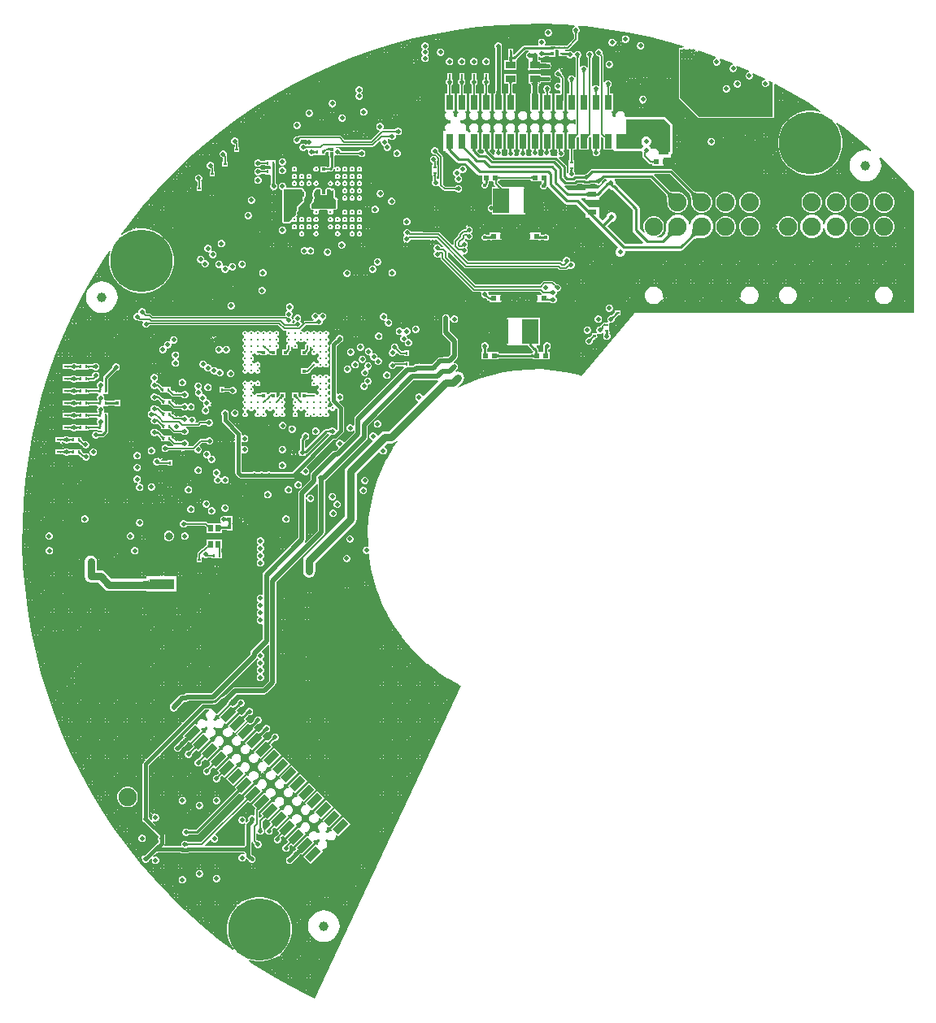
<source format=gbl>
G04*
G04 #@! TF.GenerationSoftware,Altium Limited,Altium Designer,24.1.2 (44)*
G04*
G04 Layer_Physical_Order=6*
G04 Layer_Color=16711680*
%FSLAX44Y44*%
%MOMM*%
G71*
G04*
G04 #@! TF.SameCoordinates,E650615F-92BB-4AA2-81C1-946A8B7DB211*
G04*
G04*
G04 #@! TF.FilePolarity,Positive*
G04*
G01*
G75*
%ADD11C,0.1524*%
%ADD17C,0.2540*%
%ADD19R,0.5220X0.7250*%
%ADD22R,0.3500X0.4000*%
%ADD25R,0.2500X0.3000*%
%ADD26R,0.3000X0.2500*%
%ADD27R,0.3600X0.2500*%
%ADD28R,0.4000X0.3500*%
%ADD29R,1.5000X5.4000*%
%ADD44R,0.5588X0.5080*%
%ADD64C,0.3000*%
%ADD98C,0.8000*%
%ADD99C,1.9050*%
%ADD100C,1.9000*%
%ADD105C,0.3048*%
%ADD106C,0.5080*%
%ADD107C,0.3556*%
%ADD108C,0.4064*%
%ADD109C,1.1778*%
%ADD112C,1.0000*%
%ADD113C,0.1270*%
%ADD114C,0.2032*%
%ADD115C,0.5080*%
%ADD116C,0.3810*%
%ADD118C,0.2286*%
%ADD120C,0.1549*%
%ADD121C,0.7620*%
%ADD123C,1.2700*%
%ADD124C,6.5000*%
%ADD172R,0.8000X1.5560*%
%ADD173R,0.2500X0.3600*%
%ADD174R,5.4000X1.5000*%
%ADD175R,1.1000X2.6000*%
%ADD176R,0.9500X0.6000*%
%ADD177R,2.6000X1.1000*%
%ADD178R,1.6510X2.6000*%
%ADD179R,0.9800X0.7700*%
%ADD180R,0.4000X0.3000*%
G04:AMPARAMS|DCode=181|XSize=0.8mm|YSize=1.556mm|CornerRadius=0mm|HoleSize=0mm|Usage=FLASHONLY|Rotation=315.000|XOffset=0mm|YOffset=0mm|HoleType=Round|Shape=Rectangle|*
%AMROTATEDRECTD181*
4,1,4,-0.8330,-0.2673,0.2673,0.8330,0.8330,0.2673,-0.2673,-0.8330,-0.8330,-0.2673,0.0*
%
%ADD181ROTATEDRECTD181*%

%ADD182R,2.5400X1.4923*%
G36*
X44443Y525185D02*
X44314Y525019D01*
X44199Y524842D01*
X44100Y524655D01*
X44016Y524456D01*
X43948Y524247D01*
X43895Y524027D01*
X43857Y523796D01*
X43834Y523554D01*
X43826Y523301D01*
X41794D01*
X41786Y523554D01*
X41764Y523796D01*
X41725Y524027D01*
X41672Y524247D01*
X41603Y524456D01*
X41520Y524655D01*
X41421Y524842D01*
X41306Y525019D01*
X41177Y525185D01*
X41032Y525339D01*
X44588D01*
X44443Y525185D01*
D02*
G37*
G36*
X29871Y532897D02*
X41277Y532017D01*
X41482Y530727D01*
X40652Y530383D01*
X39580Y529311D01*
X39000Y527911D01*
Y526395D01*
X39580Y524995D01*
X39940Y524635D01*
X40028Y524400D01*
X40131Y524290D01*
X40186Y524220D01*
X40234Y524146D01*
X40277Y524065D01*
X40315Y523974D01*
X40349Y523871D01*
X40377Y523753D01*
X40399Y523619D01*
X40414Y523468D01*
X40420Y523260D01*
X40479Y523128D01*
Y518755D01*
X33035Y511311D01*
X31586D01*
X31442Y511371D01*
X31338Y511328D01*
X31230Y511354D01*
X30951Y511311D01*
X24929D01*
X24650Y511354D01*
X24542Y511328D01*
X24439Y511371D01*
X24294Y511311D01*
X22292D01*
X21050Y511480D01*
X20100Y511509D01*
X19925Y511485D01*
X19763Y511554D01*
X19579Y511480D01*
X16223D01*
X16202Y511497D01*
X16038Y511480D01*
X15990D01*
X15811Y511554D01*
X15631Y511480D01*
X14510D01*
Y511171D01*
X13695Y511109D01*
X13258Y511105D01*
X13129Y511050D01*
X10791D01*
X10240Y512295D01*
X10820Y513695D01*
Y515211D01*
X10240Y516611D01*
X9168Y517683D01*
X7768Y518263D01*
X6252D01*
X4852Y517683D01*
X3780Y516611D01*
X3200Y515211D01*
Y513695D01*
X3780Y512295D01*
X3229Y511050D01*
X-10970D01*
X-11961Y510853D01*
X-12801Y510291D01*
X-21464Y501628D01*
X-21485Y501627D01*
X-22276Y501814D01*
X-22699Y501981D01*
X-22787Y502102D01*
X-22782Y502125D01*
X-22810Y502167D01*
Y505070D01*
X-22880Y505421D01*
Y508140D01*
X-27920D01*
Y505421D01*
X-27990Y505070D01*
Y498357D01*
X-28018Y498315D01*
X-27990Y498172D01*
Y497918D01*
X-28018Y497775D01*
X-27990Y497733D01*
Y497538D01*
X-28044Y497416D01*
X-28056Y496976D01*
X-28085Y496639D01*
X-28129Y496376D01*
X-28178Y496195D01*
X-28199Y496144D01*
X-28207Y496140D01*
X-31570D01*
Y485900D01*
X-19230D01*
Y496140D01*
X-18613Y497155D01*
X-9897Y505870D01*
X-6437D01*
X-6303Y504655D01*
X-7704Y504076D01*
X-8776Y503004D01*
X-9355Y501603D01*
Y500088D01*
X-8776Y498687D01*
X-7704Y497616D01*
X-6303Y497035D01*
X-6271D01*
X-6170Y495807D01*
X-6170D01*
Y487808D01*
X-7393Y487235D01*
X-7562Y487305D01*
Y485082D01*
Y482859D01*
X-7393Y482929D01*
X-6679Y483643D01*
X-6373Y484382D01*
X-6292Y484577D01*
X-5623Y485568D01*
X4577D01*
X4681Y485506D01*
X4780Y485532D01*
X4875Y485493D01*
X5052Y485568D01*
X6170D01*
Y486575D01*
X6190Y486608D01*
X6318Y486668D01*
X6583Y486750D01*
X6940Y486823D01*
X8035Y486927D01*
X8502Y486936D01*
X11149Y486917D01*
X11546Y486902D01*
X11621Y486894D01*
X11693Y486916D01*
X11790Y486876D01*
X11970Y486950D01*
X16530D01*
Y489128D01*
X16747Y490220D01*
X16530Y491312D01*
Y493490D01*
X11970D01*
X11790Y493564D01*
X11779Y493559D01*
X11767Y493564D01*
X8411Y493507D01*
X8030Y493517D01*
X7472Y493566D01*
X7015Y493642D01*
X6663Y493736D01*
X6422Y493834D01*
X6287Y493915D01*
X6237Y493961D01*
X6231Y493971D01*
X6227Y493980D01*
X6205Y494180D01*
X6170Y494245D01*
Y495808D01*
X4077D01*
X3954Y495874D01*
X3753Y495895D01*
X3744Y495899D01*
X3736Y495904D01*
X3692Y495951D01*
X3612Y496082D01*
X3515Y496319D01*
X3421Y496666D01*
X3346Y497119D01*
X3297Y497672D01*
X3279Y498353D01*
X3775Y498894D01*
X5002Y499230D01*
X6402Y498650D01*
X7918D01*
X9318Y499230D01*
X9666Y499577D01*
X9845Y499640D01*
X9856Y499642D01*
X9860Y499645D01*
X9887Y499654D01*
X9924Y499687D01*
X9933Y499692D01*
X9979Y499710D01*
X10056Y499734D01*
X10165Y499759D01*
X10286Y499779D01*
X10680Y499811D01*
X10909Y499816D01*
X11035Y499870D01*
X13119D01*
X13243Y499816D01*
X14119Y499798D01*
X14510Y499769D01*
Y499440D01*
X15631D01*
X15811Y499366D01*
X15990Y499440D01*
X16038D01*
X16202Y499423D01*
X16223Y499440D01*
X21050D01*
Y506531D01*
X21214Y506558D01*
X21469Y506581D01*
X21817Y506590D01*
X21951Y506649D01*
X23941D01*
X25170Y505940D01*
Y504980D01*
X25170Y504670D01*
Y499940D01*
X29230D01*
X29409Y499866D01*
X29432Y499875D01*
X29455Y499867D01*
X31741Y499943D01*
X31866Y500000D01*
X32349D01*
X32476Y499943D01*
X32697Y499936D01*
X32847Y499922D01*
X32962Y499903D01*
X33042Y499882D01*
X33073Y499870D01*
X33081Y499855D01*
X33221Y499748D01*
X33328Y499492D01*
X34399Y498420D01*
X35800Y497840D01*
X37315D01*
X38716Y498420D01*
X39787Y499492D01*
X39816Y499562D01*
X41191D01*
X41220Y499492D01*
X41772Y498940D01*
X41893Y498687D01*
X42060Y498536D01*
X42171Y498421D01*
X42262Y498312D01*
X42334Y498209D01*
X42389Y498113D01*
X42432Y498021D01*
X42462Y497933D01*
X42484Y497844D01*
X42497Y497751D01*
X42505Y497588D01*
X42515Y497566D01*
X42508Y497543D01*
X42568Y497425D01*
Y478737D01*
X41473Y478446D01*
X41298Y478440D01*
X40258Y479480D01*
X38858Y480060D01*
X37342D01*
X35942Y479480D01*
X34870Y478408D01*
X34290Y477008D01*
Y475492D01*
X34870Y474092D01*
X35236Y473725D01*
X35331Y473483D01*
X35495Y473313D01*
X35610Y473178D01*
X35705Y473049D01*
X35782Y472928D01*
X35842Y472814D01*
X35887Y472706D01*
X35921Y472604D01*
X35944Y472504D01*
X35957Y472405D01*
X35965Y472241D01*
X36028Y472106D01*
Y461444D01*
X35964Y461300D01*
X35957Y461053D01*
X35956Y461040D01*
X32830D01*
Y442940D01*
X34277D01*
X34803Y441670D01*
X34014Y440880D01*
X33280Y439109D01*
Y437191D01*
X34014Y435420D01*
X35370Y434064D01*
X37141Y433330D01*
X39059D01*
X40830Y434064D01*
X41298Y434532D01*
X42568Y434006D01*
Y429594D01*
X41298Y429068D01*
X40830Y429536D01*
X39059Y430270D01*
X37141D01*
X35370Y429536D01*
X34014Y428180D01*
X33280Y426409D01*
Y424491D01*
X34014Y422720D01*
X34803Y421930D01*
X34277Y420660D01*
X32830D01*
Y402560D01*
X35957D01*
X35957Y402555D01*
X35964Y402301D01*
X36028Y402156D01*
Y392002D01*
X35964Y391857D01*
X35958Y391607D01*
X35957Y391600D01*
X35330D01*
Y390479D01*
X35256Y390299D01*
X35287Y390224D01*
X35265Y390145D01*
X35330Y390027D01*
Y386870D01*
X35330Y386560D01*
Y385600D01*
X35330Y385290D01*
Y382228D01*
X35292Y382176D01*
X35319Y382013D01*
X35256Y381861D01*
X35287Y381784D01*
X35330Y380560D01*
X34964Y379442D01*
X34870Y379348D01*
X34290Y377948D01*
X33070Y378068D01*
Y384810D01*
X32873Y385801D01*
X32311Y386641D01*
X24785Y394167D01*
X25505Y395244D01*
X26166Y394970D01*
X27682D01*
X29082Y395550D01*
X30154Y396622D01*
X30734Y398022D01*
Y399538D01*
X30154Y400938D01*
X29802Y401290D01*
X30328Y402560D01*
X30670D01*
Y420660D01*
X29223D01*
X28697Y421930D01*
X29486Y422720D01*
X30220Y424491D01*
Y426409D01*
X29486Y428180D01*
X28130Y429536D01*
X26359Y430270D01*
X24441D01*
X22670Y429536D01*
X21314Y428180D01*
X20580Y426409D01*
Y424491D01*
X21314Y422720D01*
X22103Y421930D01*
X21577Y420660D01*
X20130D01*
Y402560D01*
X23414D01*
X23415Y402555D01*
X23421Y402301D01*
X23486Y402156D01*
Y401109D01*
X23486Y401109D01*
X23576Y400654D01*
X23114Y399538D01*
Y398022D01*
X23548Y396974D01*
X22662Y396166D01*
X22560Y396097D01*
X21590Y396290D01*
X16749D01*
X15959Y397560D01*
X16256Y398276D01*
Y399792D01*
X15676Y401192D01*
X15578Y401290D01*
X15587Y401454D01*
X16082Y402427D01*
X16112Y402450D01*
X16171Y402487D01*
X16231Y402516D01*
X16343Y402555D01*
X16366Y402560D01*
X17970D01*
Y420660D01*
X16523D01*
X15997Y421930D01*
X16786Y422720D01*
X17520Y424491D01*
Y426409D01*
X16786Y428180D01*
X15430Y429536D01*
X13659Y430270D01*
X11741D01*
X9970Y429536D01*
X8614Y428180D01*
X7880Y426409D01*
Y424491D01*
X8614Y422720D01*
X9403Y421930D01*
X8877Y420660D01*
X7430D01*
Y402560D01*
X8785D01*
X8789Y402557D01*
X9314Y401290D01*
X9216Y401192D01*
X8636Y399792D01*
Y398276D01*
X8933Y397560D01*
X8143Y396290D01*
X4201D01*
X3471Y397560D01*
X3810Y398379D01*
Y399894D01*
X3230Y401295D01*
X3755Y402549D01*
X3771Y402560D01*
X5270D01*
Y420660D01*
X3823D01*
X3297Y421930D01*
X4086Y422720D01*
X4820Y424491D01*
Y426409D01*
X4086Y428180D01*
X2730Y429536D01*
X959Y430270D01*
X-959D01*
X-2730Y429536D01*
X-4086Y428180D01*
X-4820Y426409D01*
Y424491D01*
X-4086Y422720D01*
X-3297Y421930D01*
X-3823Y420660D01*
X-5270D01*
Y402560D01*
X-3771D01*
X-3755Y402549D01*
X-3230Y401295D01*
X-3810Y399894D01*
Y398379D01*
X-3471Y397560D01*
X-4201Y396290D01*
X-8233D01*
X-9082Y397560D01*
X-8890Y398022D01*
Y399538D01*
X-9470Y400938D01*
X-9822Y401290D01*
X-9821Y401339D01*
X-9457Y402157D01*
X-9144Y402560D01*
X-7430D01*
Y420660D01*
X-8877D01*
X-9403Y421930D01*
X-8614Y422720D01*
X-7880Y424491D01*
Y426409D01*
X-8614Y428180D01*
X-9970Y429536D01*
X-11741Y430270D01*
X-13659D01*
X-15430Y429536D01*
X-16786Y428180D01*
X-17520Y426409D01*
Y424491D01*
X-16786Y422720D01*
X-15997Y421930D01*
X-16523Y420660D01*
X-17970D01*
Y402560D01*
X-16256D01*
X-15943Y402157D01*
X-15579Y401339D01*
X-15578Y401290D01*
X-15930Y400938D01*
X-16510Y399538D01*
Y398022D01*
X-16319Y397560D01*
X-17167Y396290D01*
X-20679D01*
X-21528Y397560D01*
X-21336Y398022D01*
Y399538D01*
X-21916Y400938D01*
X-22268Y401290D01*
X-21987Y402250D01*
X-21794Y402496D01*
X-21717Y402560D01*
X-20130D01*
Y420660D01*
X-21577D01*
X-22103Y421930D01*
X-21314Y422720D01*
X-20580Y424491D01*
Y426409D01*
X-21314Y428180D01*
X-22670Y429536D01*
X-24441Y430270D01*
X-26359D01*
X-28130Y429536D01*
X-29486Y428180D01*
X-30220Y426409D01*
Y424491D01*
X-29486Y422720D01*
X-28697Y421930D01*
X-29223Y420660D01*
X-30670D01*
Y402560D01*
X-28948D01*
X-28925Y402552D01*
X-28720Y402452D01*
X-28621Y402387D01*
X-28526Y402306D01*
X-28440Y402211D01*
X-28362Y402099D01*
X-28297Y401974D01*
X-28246Y401824D01*
X-28152Y401290D01*
X-28185Y401246D01*
X-28229Y401085D01*
X-28376Y400938D01*
X-28956Y399538D01*
Y398022D01*
X-28765Y397560D01*
X-29613Y396290D01*
X-34051D01*
X-34692Y397560D01*
X-34290Y398530D01*
Y400046D01*
X-34805Y401290D01*
X-34546Y401975D01*
X-34188Y402560D01*
X-32830D01*
Y420660D01*
X-34277D01*
X-34803Y421930D01*
X-34014Y422720D01*
X-33280Y424491D01*
Y426409D01*
X-34014Y428180D01*
X-35370Y429536D01*
X-37141Y430270D01*
X-39059D01*
X-40830Y429536D01*
X-42186Y428180D01*
X-42920Y426409D01*
Y424491D01*
X-42186Y422720D01*
X-41397Y421930D01*
X-41923Y420660D01*
X-43370D01*
Y402560D01*
X-42012D01*
X-41654Y401975D01*
X-41395Y401290D01*
X-41910Y400046D01*
Y398530D01*
X-42655Y397047D01*
X-42809Y396991D01*
X-47108Y401290D01*
X-46582Y402560D01*
X-45530D01*
Y420660D01*
X-46977D01*
X-47503Y421930D01*
X-46714Y422720D01*
X-45980Y424491D01*
Y426409D01*
X-46714Y428180D01*
X-48070Y429536D01*
X-49841Y430270D01*
X-51759D01*
X-53530Y429536D01*
X-54886Y428180D01*
X-55620Y426409D01*
Y424491D01*
X-54886Y422720D01*
X-54097Y421930D01*
X-54623Y420660D01*
X-56070D01*
Y402560D01*
X-53592D01*
X-53580Y402530D01*
X-53530Y402342D01*
X-53486Y402074D01*
X-53456Y401732D01*
X-53444Y401285D01*
X-53333Y401035D01*
X-53193Y400329D01*
X-53039Y400100D01*
X-53718Y398830D01*
X-57347D01*
X-59808Y401290D01*
X-59282Y402560D01*
X-58230D01*
Y420660D01*
X-59677D01*
X-60203Y421930D01*
X-59414Y422720D01*
X-58680Y424491D01*
Y426409D01*
X-59414Y428180D01*
X-60770Y429536D01*
X-62541Y430270D01*
X-64459D01*
X-66230Y429536D01*
X-67586Y428180D01*
X-68320Y426409D01*
Y424491D01*
X-67586Y422720D01*
X-66797Y421930D01*
X-67323Y420660D01*
X-68770D01*
X-69660Y421562D01*
Y421930D01*
X-71244D01*
X-71915Y423200D01*
X-71380Y424491D01*
Y426409D01*
X-72114Y428180D01*
X-73470Y429536D01*
X-75241Y430270D01*
X-76375D01*
X-77292Y430692D01*
X-77530Y431443D01*
Y432157D01*
X-77292Y432908D01*
X-76375Y433330D01*
X-75241D01*
X-73470Y434064D01*
X-72114Y435420D01*
X-71380Y437191D01*
Y439109D01*
X-72114Y440880D01*
X-72903Y441670D01*
X-72377Y442940D01*
X-70930D01*
Y461040D01*
X-74191D01*
X-74191Y461046D01*
X-74258Y461196D01*
Y469176D01*
X-74192Y469312D01*
X-74185Y469450D01*
X-74173Y469521D01*
X-74151Y469604D01*
X-74115Y469701D01*
X-74061Y469813D01*
X-73988Y469941D01*
X-73904Y470065D01*
X-73615Y470414D01*
X-73436Y470598D01*
X-73339Y470843D01*
X-72970Y471212D01*
X-72390Y472612D01*
Y474128D01*
X-72970Y475528D01*
X-73038Y475596D01*
X-73680Y476600D01*
Y477721D01*
X-73606Y477901D01*
X-73637Y477977D01*
X-73615Y478057D01*
X-73680Y478174D01*
Y482740D01*
X-78720D01*
Y478174D01*
X-78785Y478057D01*
X-78762Y477977D01*
X-78794Y477901D01*
X-78720Y477721D01*
Y476600D01*
X-79362Y475596D01*
X-79430Y475528D01*
X-80010Y474128D01*
Y472612D01*
X-79430Y471212D01*
X-79061Y470843D01*
X-78964Y470598D01*
X-78771Y470400D01*
X-78627Y470235D01*
X-78508Y470082D01*
X-78412Y469941D01*
X-78338Y469813D01*
X-78285Y469701D01*
X-78249Y469604D01*
X-78227Y469521D01*
X-78215Y469450D01*
X-78208Y469312D01*
X-78142Y469176D01*
Y461196D01*
X-78209Y461046D01*
X-78209Y461040D01*
X-81470D01*
Y442940D01*
X-80023D01*
X-79497Y441670D01*
X-80286Y440880D01*
X-81020Y439109D01*
Y437975D01*
X-81442Y437058D01*
X-82193Y436820D01*
X-82907D01*
X-83658Y437058D01*
X-84080Y437975D01*
Y439109D01*
X-84814Y440880D01*
X-85603Y441670D01*
X-85077Y442940D01*
X-83630D01*
Y461040D01*
X-86891D01*
X-86891Y461046D01*
X-86958Y461196D01*
Y469176D01*
X-86892Y469312D01*
X-86885Y469450D01*
X-86873Y469521D01*
X-86851Y469604D01*
X-86815Y469701D01*
X-86762Y469813D01*
X-86688Y469941D01*
X-86604Y470065D01*
X-86315Y470414D01*
X-86136Y470598D01*
X-86039Y470843D01*
X-85670Y471212D01*
X-85090Y472612D01*
Y474128D01*
X-85670Y475528D01*
X-85738Y475596D01*
X-86380Y476600D01*
Y477721D01*
X-86306Y477901D01*
X-86337Y477977D01*
X-86315Y478057D01*
X-86380Y478174D01*
Y482740D01*
X-91420D01*
Y478174D01*
X-91485Y478057D01*
X-91462Y477977D01*
X-91494Y477901D01*
X-91420Y477721D01*
Y476600D01*
X-92062Y475596D01*
X-92130Y475528D01*
X-92710Y474128D01*
Y472612D01*
X-92130Y471212D01*
X-91761Y470843D01*
X-91664Y470598D01*
X-91471Y470400D01*
X-91327Y470235D01*
X-91208Y470082D01*
X-91112Y469941D01*
X-91039Y469813D01*
X-90985Y469701D01*
X-90949Y469604D01*
X-90927Y469521D01*
X-90915Y469450D01*
X-90908Y469312D01*
X-90842Y469176D01*
Y461196D01*
X-90909Y461046D01*
X-90909Y461040D01*
X-94170D01*
Y442940D01*
X-92723D01*
X-92197Y441670D01*
X-92986Y440880D01*
X-93720Y439109D01*
Y437191D01*
X-92986Y435420D01*
X-91630Y434064D01*
X-89859Y433330D01*
X-88724D01*
X-87808Y432908D01*
X-87570Y432157D01*
Y431443D01*
X-87808Y430692D01*
X-88724Y430270D01*
X-89859D01*
X-91630Y429536D01*
X-92986Y428180D01*
X-93720Y426409D01*
Y424491D01*
X-93185Y423200D01*
X-93856Y421930D01*
X-95440D01*
Y401290D01*
X-92691D01*
X-92489Y400273D01*
X-91647Y399013D01*
X-82317Y389683D01*
X-81057Y388841D01*
X-79570Y388545D01*
X-71459D01*
X-59857Y376943D01*
X-58597Y376101D01*
X-57110Y375805D01*
X-54610D01*
Y369570D01*
X-54610D01*
X-54203Y368442D01*
X-54200Y368300D01*
X-54869Y367630D01*
X-55372Y366417D01*
Y365103D01*
X-54869Y363890D01*
X-53940Y362961D01*
X-52727Y362458D01*
X-51413D01*
X-50200Y362961D01*
X-49271Y363890D01*
X-48768Y365103D01*
Y366417D01*
X-48868Y366659D01*
X-48407Y367349D01*
X-48210Y368340D01*
X-47752Y369505D01*
X-43688D01*
X-42971Y368471D01*
Y367030D01*
X-42793Y366138D01*
X-42288Y365382D01*
X-41599Y364693D01*
X-42085Y363520D01*
X-44450D01*
Y345638D01*
X-44686Y345480D01*
X-46202D01*
X-47602Y344900D01*
X-48674Y343828D01*
X-49254Y342428D01*
Y340912D01*
X-48674Y339512D01*
X-47602Y338440D01*
X-46202Y337860D01*
X-44686D01*
X-44450Y337702D01*
Y334980D01*
X-26811D01*
X-26670Y334922D01*
X-11430D01*
X-10458Y335324D01*
X-10055Y336296D01*
Y362204D01*
X-10458Y363176D01*
X-11430Y363579D01*
X-26670D01*
X-26813Y363520D01*
X-32403D01*
X-32435Y363609D01*
X-32469Y363626D01*
X-32484Y363661D01*
X-32939Y363850D01*
X-33384Y364062D01*
X-33596Y364073D01*
X-33743Y364096D01*
X-33900Y364136D01*
X-34070Y364197D01*
X-34253Y364282D01*
X-34450Y364392D01*
X-34660Y364531D01*
X-34883Y364699D01*
X-35115Y364898D01*
X-35382Y365152D01*
X-35519Y365205D01*
X-38309Y367995D01*
Y369570D01*
X-36830D01*
Y370950D01*
X-36776Y370959D01*
X-36526Y370981D01*
X-36182Y370990D01*
X-36049Y371049D01*
X-4591D01*
X-4458Y370990D01*
X-4114Y370981D01*
X-3864Y370959D01*
X-3810Y370950D01*
Y369570D01*
X2892D01*
X3048Y369505D01*
X6623D01*
X7354Y368336D01*
X7020Y367289D01*
X6091Y366360D01*
X5588Y365147D01*
Y363833D01*
X6091Y362620D01*
X7020Y361691D01*
X8233Y361188D01*
X9547D01*
X10760Y361691D01*
X11689Y362620D01*
X11954Y363258D01*
X12036Y363340D01*
X12172Y363544D01*
X13675Y363581D01*
X13763Y363449D01*
X30709Y346503D01*
X31969Y345661D01*
X33456Y345365D01*
X42841D01*
X51757Y336449D01*
X51915Y336269D01*
X52142Y335979D01*
X52299Y335749D01*
X52310Y335729D01*
Y335385D01*
X52292Y335307D01*
X52310Y335199D01*
Y335099D01*
X52300Y335010D01*
X52310Y334975D01*
Y331670D01*
X55977D01*
X56056Y331658D01*
X56173Y331628D01*
X56312Y331578D01*
X56476Y331503D01*
X56663Y331398D01*
X56875Y331259D01*
X57108Y331083D01*
X57215Y330991D01*
X86605Y301601D01*
X86357Y300355D01*
X86022Y300217D01*
X84593Y298788D01*
X83820Y296921D01*
Y294900D01*
X84593Y293032D01*
X86022Y291603D01*
X87889Y290830D01*
X89910D01*
X91778Y291603D01*
X93207Y293032D01*
X93980Y294900D01*
Y296920D01*
X94103Y297105D01*
X152001D01*
X153488Y297401D01*
X154748Y298243D01*
X165820Y309315D01*
X165849Y309340D01*
X166143Y309520D01*
X166581Y309721D01*
X167166Y309920D01*
X167895Y310104D01*
X168762Y310262D01*
X169735Y310384D01*
X172164Y310524D01*
X173549Y310531D01*
X173790Y310580D01*
X175216D01*
X178278Y311401D01*
X181024Y312986D01*
X183265Y315227D01*
X184851Y317973D01*
X185671Y321035D01*
Y324205D01*
X184851Y327267D01*
X183265Y330013D01*
X181024Y332254D01*
X178278Y333839D01*
X175216Y334660D01*
X172046D01*
X168984Y333839D01*
X166238Y332254D01*
X163997Y330013D01*
X162412Y327267D01*
X161789Y324942D01*
X160474D01*
X159851Y327267D01*
X158265Y330013D01*
X156024Y332254D01*
X153278Y333839D01*
X150216Y334660D01*
X147046D01*
X143984Y333839D01*
X141238Y332254D01*
X138997Y330013D01*
X137412Y327267D01*
X136591Y324205D01*
Y322779D01*
X136542Y322538D01*
X136535Y321153D01*
X136395Y318724D01*
X136273Y317751D01*
X136115Y316884D01*
X135932Y316155D01*
X135732Y315570D01*
X135531Y315131D01*
X135351Y314838D01*
X135326Y314809D01*
X131742Y311225D01*
X127622D01*
X127455Y312495D01*
X127788Y312584D01*
X130244Y314002D01*
X132249Y316007D01*
X133667Y318463D01*
X134401Y321202D01*
Y324038D01*
X133667Y326777D01*
X132249Y329233D01*
X130244Y331238D01*
X127788Y332656D01*
X125049Y333390D01*
X122213D01*
X119474Y332656D01*
X117018Y331238D01*
X115013Y329233D01*
X113595Y326777D01*
X112861Y324038D01*
Y321202D01*
X113595Y318463D01*
X114399Y317071D01*
X113382Y316291D01*
X109295Y320379D01*
Y341351D01*
X108999Y342837D01*
X108157Y344098D01*
X85148Y367106D01*
X83888Y367948D01*
X83814Y367963D01*
Y368985D01*
X83041Y370853D01*
X83007Y370887D01*
X83493Y372060D01*
X120528D01*
X135962Y356627D01*
X135995Y356523D01*
X136338Y356116D01*
X136605Y355682D01*
X136862Y355120D01*
X137098Y354430D01*
X137303Y353614D01*
X137475Y352674D01*
X137606Y351626D01*
X137750Y349125D01*
X137757Y347708D01*
X137861Y347460D01*
Y346202D01*
X138595Y343463D01*
X140013Y341007D01*
X142018Y339002D01*
X144474Y337584D01*
X147213Y336850D01*
X150049D01*
X152788Y337584D01*
X155244Y339002D01*
X157249Y341007D01*
X158667Y343463D01*
X159401Y346202D01*
Y349038D01*
X158667Y351777D01*
X157249Y354233D01*
X155244Y356238D01*
X152788Y357656D01*
X150049Y358390D01*
X148791D01*
X148543Y358494D01*
X148536Y358494D01*
X148536Y358494D01*
X148536Y358494D01*
X147126Y358501D01*
X144625Y358645D01*
X143577Y358777D01*
X142637Y358948D01*
X141821Y359154D01*
X141131Y359389D01*
X140569Y359646D01*
X140135Y359913D01*
X139728Y360257D01*
X139624Y360289D01*
X124043Y375870D01*
X124569Y377140D01*
X140448D01*
X160962Y356627D01*
X160994Y356523D01*
X161338Y356116D01*
X161605Y355682D01*
X161862Y355120D01*
X162097Y354430D01*
X162304Y353614D01*
X162475Y352674D01*
X162606Y351626D01*
X162750Y349125D01*
X162757Y347708D01*
X162861Y347460D01*
Y346202D01*
X163595Y343463D01*
X165013Y341007D01*
X167018Y339002D01*
X169474Y337584D01*
X172213Y336850D01*
X175049D01*
X177788Y337584D01*
X180244Y339002D01*
X182249Y341007D01*
X183667Y343463D01*
X184401Y346202D01*
Y349038D01*
X183667Y351777D01*
X182249Y354233D01*
X180244Y356238D01*
X177788Y357656D01*
X175049Y358390D01*
X173791D01*
X173543Y358494D01*
X173536Y358494D01*
X173536Y358494D01*
X173536Y358494D01*
X172126Y358501D01*
X169625Y358645D01*
X168577Y358777D01*
X167637Y358948D01*
X166821Y359154D01*
X166131Y359389D01*
X165569Y359646D01*
X165135Y359913D01*
X164728Y360257D01*
X164624Y360289D01*
X143352Y381561D01*
X142512Y382123D01*
X141521Y382320D01*
X59809D01*
X58818Y382123D01*
X57977Y381561D01*
X54657Y378241D01*
X54536Y378197D01*
X54183Y377869D01*
X54064Y377773D01*
X53950Y377691D01*
X53856Y377632D01*
X53784Y377594D01*
X53739Y377575D01*
X53729Y377572D01*
X53679Y377569D01*
X53654Y377557D01*
X53649Y377556D01*
X53640Y377550D01*
X53469Y377467D01*
X52978D01*
X51577Y376887D01*
X51230Y376539D01*
X51050Y376477D01*
X51040Y376475D01*
X51035Y376472D01*
X51009Y376463D01*
X50971Y376429D01*
X50963Y376425D01*
X50917Y376406D01*
X50840Y376383D01*
X50731Y376358D01*
X50609Y376338D01*
X50216Y376306D01*
X49986Y376301D01*
X49861Y376247D01*
X42034D01*
X41910Y376432D01*
Y377948D01*
X41330Y379348D01*
X41236Y379442D01*
X40870Y380560D01*
X40870Y380560D01*
Y381681D01*
X40944Y381861D01*
X40881Y382013D01*
X40908Y382176D01*
X40870Y382228D01*
Y385290D01*
X40870Y385600D01*
Y386560D01*
X40870Y386870D01*
Y390026D01*
X40935Y390145D01*
X40913Y390224D01*
X40944Y390299D01*
X40870Y390479D01*
Y391600D01*
X40243D01*
X40242Y391607D01*
X40236Y391857D01*
X40172Y392002D01*
Y402156D01*
X40236Y402301D01*
X40243Y402555D01*
X40243Y402560D01*
X43370D01*
Y414204D01*
X43412Y414292D01*
X43419Y414431D01*
X43431Y414505D01*
X43453Y414589D01*
X43488Y414687D01*
X43540Y414799D01*
X43611Y414925D01*
X43703Y415063D01*
X43818Y415215D01*
X43957Y415377D01*
X44142Y415571D01*
X45380Y415453D01*
X45530Y415391D01*
Y402560D01*
X56070D01*
Y414204D01*
X56112Y414292D01*
X56119Y414431D01*
X56131Y414505D01*
X56153Y414589D01*
X56188Y414687D01*
X56240Y414799D01*
X56311Y414925D01*
X56403Y415063D01*
X56518Y415215D01*
X56657Y415377D01*
X56842Y415571D01*
X58080Y415453D01*
X58230Y415391D01*
Y402560D01*
X59610D01*
X59825Y402358D01*
X60354Y401290D01*
X59944Y400300D01*
Y398784D01*
X60524Y397384D01*
X61596Y396312D01*
X62996Y395732D01*
X64512D01*
X65912Y396312D01*
X66984Y397384D01*
X67564Y398784D01*
Y400300D01*
X67154Y401290D01*
X67684Y402358D01*
X67898Y402560D01*
X68770D01*
Y415437D01*
X69943Y415923D01*
X70930Y414937D01*
Y402560D01*
X81470D01*
X82360Y401659D01*
Y401290D01*
X84990D01*
X85090Y401270D01*
X111220D01*
X111564Y400936D01*
X112099Y400131D01*
X111969Y399479D01*
Y396240D01*
X112147Y395348D01*
X112652Y394592D01*
X119002Y388242D01*
X119758Y387737D01*
X120650Y387559D01*
X121039D01*
X121172Y387500D01*
X121516Y387491D01*
X121766Y387469D01*
X121920Y387443D01*
Y386080D01*
X128622D01*
X128778Y386015D01*
X132842D01*
X133814Y386418D01*
X134217Y387390D01*
Y392390D01*
X133814Y393362D01*
X133723Y393400D01*
X133975Y394670D01*
X141860D01*
Y397637D01*
X141961Y397657D01*
X142801Y398219D01*
X143363Y399059D01*
X143560Y400050D01*
Y427990D01*
X143363Y428981D01*
X142801Y429821D01*
X136451Y436171D01*
X135611Y436733D01*
X134870Y436880D01*
X134620Y436930D01*
X95250D01*
X94893Y436859D01*
X94809Y436883D01*
X93752Y437757D01*
X93720Y437822D01*
Y439109D01*
X92986Y440880D01*
X91630Y442236D01*
X89859Y442970D01*
X87941D01*
X86170Y442236D01*
X84814Y440880D01*
X84080Y439109D01*
Y437975D01*
X83658Y437058D01*
X82907Y436820D01*
X82193D01*
X81442Y437058D01*
X81020Y437975D01*
Y439109D01*
X80286Y440880D01*
X79497Y441670D01*
X80023Y442940D01*
X81470D01*
Y461040D01*
X78344D01*
X78343Y461053D01*
X78336Y461300D01*
X78272Y461444D01*
Y467026D01*
X78335Y467161D01*
X78343Y467325D01*
X78356Y467424D01*
X78379Y467524D01*
X78413Y467626D01*
X78458Y467734D01*
X78519Y467848D01*
X78595Y467969D01*
X78690Y468097D01*
X78805Y468233D01*
X78969Y468403D01*
X79064Y468645D01*
X79430Y469012D01*
X80010Y470412D01*
Y471928D01*
X79430Y473328D01*
X78358Y474400D01*
X76958Y474980D01*
X75442D01*
X74042Y474400D01*
X72970Y473328D01*
X72874Y473096D01*
X71604Y473349D01*
Y499990D01*
X71446Y500783D01*
X70997Y501455D01*
X70997Y501455D01*
X70040Y502411D01*
X70358Y503178D01*
Y504694D01*
X69778Y506094D01*
X68706Y507166D01*
X67306Y507746D01*
X65790D01*
X64390Y507166D01*
X63318Y506094D01*
X62738Y504694D01*
Y503178D01*
X63318Y501778D01*
X64390Y500706D01*
X65790Y500126D01*
X66466D01*
X67460Y499132D01*
Y469314D01*
X66190Y468788D01*
X65658Y469320D01*
X64258Y469900D01*
X62742D01*
X61342Y469320D01*
X60682Y468660D01*
X59412Y469186D01*
Y497575D01*
X59475Y497712D01*
X59482Y497876D01*
X59496Y497982D01*
X59520Y498092D01*
X59555Y498208D01*
X59603Y498331D01*
X59666Y498463D01*
X59745Y498602D01*
X59842Y498750D01*
X59957Y498905D01*
X60115Y499094D01*
X60175Y499287D01*
X60380Y499492D01*
X60960Y500892D01*
Y502408D01*
X60380Y503808D01*
X59308Y504880D01*
X57908Y505460D01*
X56392D01*
X54992Y504880D01*
X53920Y503808D01*
X53340Y502408D01*
Y500892D01*
X53920Y499492D01*
X54472Y498940D01*
X54593Y498687D01*
X54760Y498536D01*
X54871Y498421D01*
X54962Y498312D01*
X55034Y498209D01*
X55089Y498113D01*
X55132Y498021D01*
X55162Y497933D01*
X55184Y497844D01*
X55197Y497751D01*
X55205Y497588D01*
X55215Y497566D01*
X55208Y497543D01*
X55268Y497425D01*
Y488898D01*
X54173Y488606D01*
X53998Y488600D01*
X52958Y489640D01*
X51558Y490220D01*
X50042D01*
X48642Y489640D01*
X47982Y488980D01*
X46712Y489506D01*
Y497575D01*
X46775Y497712D01*
X46782Y497876D01*
X46796Y497982D01*
X46820Y498092D01*
X46855Y498208D01*
X46903Y498331D01*
X46966Y498463D01*
X47045Y498602D01*
X47142Y498750D01*
X47257Y498905D01*
X47415Y499094D01*
X47475Y499287D01*
X47680Y499492D01*
X48260Y500892D01*
Y502408D01*
X47680Y503808D01*
X46608Y504880D01*
X45208Y505460D01*
X43692D01*
X42292Y504880D01*
X41220Y503808D01*
X41191Y503738D01*
X39816D01*
X39787Y503808D01*
X38716Y504880D01*
X37315Y505460D01*
X35800D01*
X35110Y505174D01*
X34836Y505165D01*
X34755Y505128D01*
X34704Y505109D01*
X34641Y505091D01*
X34373Y505037D01*
X34257Y505021D01*
X33626Y504980D01*
X33394Y504978D01*
X33260Y504920D01*
X32350D01*
X31553Y505722D01*
X31445Y506240D01*
X31466Y506293D01*
X31605Y506457D01*
X31937Y506649D01*
X34000D01*
X34892Y506827D01*
X35648Y507332D01*
X44458Y516142D01*
X44963Y516898D01*
X45141Y517790D01*
Y523128D01*
X45200Y523260D01*
X45206Y523468D01*
X45221Y523619D01*
X45243Y523753D01*
X45271Y523871D01*
X45305Y523974D01*
X45343Y524065D01*
X45386Y524146D01*
X45434Y524221D01*
X45489Y524290D01*
X45592Y524400D01*
X45680Y524635D01*
X46040Y524995D01*
X46620Y526395D01*
Y527911D01*
X46040Y529311D01*
X44968Y530383D01*
X44747Y530475D01*
X45046Y531726D01*
X52303Y531165D01*
X74641Y528489D01*
X96848Y524874D01*
X118882Y520326D01*
X140706Y514853D01*
X155274Y510540D01*
X155090Y509270D01*
X154182D01*
X152782Y508690D01*
X152563Y508471D01*
X152275Y508487D01*
X151987Y508519D01*
X151729Y508653D01*
X151484Y508576D01*
X151229Y508604D01*
X150748Y508465D01*
X150478Y508249D01*
X150158Y508116D01*
X150082Y507933D01*
X149926Y507808D01*
X149888Y507464D01*
X149755Y507144D01*
Y457150D01*
X149755Y457150D01*
X150158Y456178D01*
X170478Y435858D01*
X171450Y435456D01*
X171570Y435505D01*
X247650D01*
X248622Y435908D01*
X249025Y436880D01*
Y470754D01*
X250117Y471403D01*
X265070Y463260D01*
X284359Y451677D01*
X297635Y442923D01*
X297079Y441768D01*
X294708Y442538D01*
X289458Y443370D01*
X284142D01*
X278892Y442538D01*
X273837Y440896D01*
X269101Y438483D01*
X264800Y435358D01*
X261042Y431600D01*
X257917Y427299D01*
X255504Y422563D01*
X253862Y417508D01*
X253030Y412258D01*
Y406942D01*
X253862Y401692D01*
X255504Y396637D01*
X257917Y391901D01*
X261042Y387600D01*
X264800Y383842D01*
X269101Y380717D01*
X273837Y378304D01*
X278892Y376661D01*
X284142Y375830D01*
X289458D01*
X294708Y376661D01*
X299763Y378304D01*
X304499Y380717D01*
X308800Y383842D01*
X312558Y387600D01*
X315683Y391901D01*
X318096Y396637D01*
X319739Y401692D01*
X320570Y406942D01*
Y412258D01*
X319739Y417508D01*
X318096Y422563D01*
X315683Y427299D01*
X313581Y430192D01*
X314489Y431103D01*
X321386Y426125D01*
X339059Y412203D01*
X350304Y402548D01*
X349679Y401411D01*
X347360Y402115D01*
X344170Y402429D01*
X340980Y402115D01*
X337914Y401184D01*
X335087Y399673D01*
X332610Y397640D01*
X330577Y395163D01*
X329066Y392336D01*
X328135Y389269D01*
X327821Y386080D01*
X328135Y382891D01*
X329066Y379824D01*
X330577Y376997D01*
X332610Y374520D01*
X335087Y372487D01*
X337914Y370976D01*
X340980Y370045D01*
X344170Y369731D01*
X347360Y370045D01*
X350426Y370976D01*
X353253Y372487D01*
X355730Y374520D01*
X357763Y376997D01*
X359274Y379824D01*
X360205Y382891D01*
X360519Y386080D01*
X360205Y389269D01*
X359274Y392336D01*
X358704Y393403D01*
X359725Y394187D01*
X372568Y382185D01*
X388344Y366144D01*
X394884Y358907D01*
X394895Y233383D01*
X393997Y232484D01*
X105282D01*
X105114Y232451D01*
X104944Y232470D01*
X104376Y232304D01*
X103796Y232189D01*
X103653Y232094D01*
X103489Y232046D01*
X103027Y231675D01*
X102536Y231347D01*
X102440Y231204D01*
X102307Y231097D01*
X48487Y166958D01*
X44777Y168020D01*
X44667Y168029D01*
X44565Y168074D01*
X32121Y170890D01*
X31973Y170894D01*
X31834Y170943D01*
X19213Y172818D01*
X19066Y172811D01*
X18923Y172850D01*
X6198Y173773D01*
X6051Y173754D01*
X5906Y173783D01*
X-6853Y173748D01*
X-6998Y173719D01*
X-7144Y173737D01*
X-19865Y172745D01*
X-20007Y172705D01*
X-20154Y172712D01*
X-32765Y170769D01*
X-32904Y170719D01*
X-33051Y170714D01*
X-45480Y167831D01*
X-45615Y167770D01*
X-45762Y167755D01*
X-57940Y163948D01*
X-58069Y163877D01*
X-58215Y163850D01*
X-70073Y159141D01*
X-70197Y159060D01*
X-70339Y159023D01*
X-79779Y154427D01*
X-80512Y155442D01*
X-75432Y160522D01*
X-74028Y162622D01*
X-73536Y165100D01*
X-74028Y167578D01*
X-75432Y169678D01*
X-77532Y171082D01*
X-80010Y171574D01*
X-81852Y171208D01*
X-82478Y172378D01*
X-81073Y173783D01*
X-80861Y174101D01*
X-80590Y174372D01*
X-80444Y174725D01*
X-80231Y175043D01*
X-80156Y175419D01*
X-80010Y175772D01*
Y176155D01*
X-79935Y176530D01*
X-80010Y176905D01*
Y177288D01*
X-80156Y177641D01*
X-80231Y178017D01*
X-80444Y178335D01*
X-80590Y178688D01*
X-80861Y178959D01*
X-81073Y179277D01*
X-81391Y179489D01*
X-81662Y179760D01*
X-82015Y179906D01*
X-82333Y180119D01*
X-82709Y180194D01*
X-83062Y180340D01*
X-83445D01*
X-83820Y180415D01*
X-84139Y180351D01*
X-84227Y180410D01*
X-84746Y181540D01*
X-81073Y185213D01*
X-80231Y186473D01*
X-79935Y187960D01*
Y203200D01*
X-80231Y204687D01*
X-81073Y205947D01*
X-88825Y213699D01*
Y225122D01*
X-87630Y225302D01*
X-87050Y223902D01*
X-85978Y222830D01*
X-84578Y222250D01*
X-83062D01*
X-81662Y222830D01*
X-80590Y223902D01*
X-80010Y225302D01*
Y226818D01*
X-80590Y228218D01*
X-81662Y229290D01*
X-83062Y229870D01*
X-84578D01*
X-85978Y229290D01*
X-87050Y228218D01*
X-87630Y226818D01*
X-88825Y226998D01*
Y227330D01*
X-88900Y227705D01*
Y228088D01*
X-89046Y228441D01*
X-89121Y228817D01*
X-89334Y229135D01*
X-89480Y229488D01*
X-89751Y229759D01*
X-89963Y230077D01*
X-90281Y230289D01*
X-90552Y230560D01*
X-90905Y230706D01*
X-91223Y230919D01*
X-91599Y230994D01*
X-91952Y231140D01*
X-92335D01*
X-92710Y231215D01*
X-93085Y231140D01*
X-93468D01*
X-93821Y230994D01*
X-94197Y230919D01*
X-94515Y230706D01*
X-94868Y230560D01*
X-95139Y230289D01*
X-95457Y230077D01*
X-95669Y229759D01*
X-95940Y229488D01*
X-96086Y229135D01*
X-96299Y228817D01*
X-96374Y228441D01*
X-96520Y228088D01*
Y227705D01*
X-96595Y227330D01*
Y219710D01*
Y212090D01*
X-96520Y211715D01*
Y211332D01*
X-96374Y210979D01*
X-96299Y210603D01*
X-96086Y210285D01*
X-95940Y209932D01*
X-95669Y209661D01*
X-95457Y209343D01*
X-87705Y201591D01*
Y189569D01*
X-90509Y186765D01*
X-94171D01*
X-95658Y186469D01*
X-96166Y186130D01*
X-98425D01*
X-99912Y185834D01*
X-101172Y184992D01*
X-107019Y179145D01*
X-118997D01*
X-119307Y179558D01*
X-119635Y180340D01*
X-123520D01*
X-123360Y179518D01*
X-123467Y179582D01*
X-123593Y179639D01*
X-123738Y179689D01*
X-123902Y179733D01*
X-124084Y179770D01*
X-124239Y179790D01*
X-124617Y178919D01*
X-124968Y178849D01*
X-126229Y178007D01*
X-126591Y177645D01*
X-131290D01*
Y181840D01*
X-134756D01*
X-134875Y181905D01*
X-134954Y181883D01*
X-135029Y181914D01*
X-135209Y181840D01*
X-136330D01*
Y181213D01*
X-136337Y181212D01*
X-136587Y181206D01*
X-136733Y181142D01*
X-146104D01*
X-146104Y181142D01*
X-146336Y181096D01*
X-147578Y181610D01*
X-149094D01*
X-150494Y181030D01*
X-151566Y179958D01*
X-152146Y178558D01*
Y177042D01*
X-151566Y175642D01*
X-150494Y174570D01*
X-149094Y173990D01*
X-147578D01*
X-146178Y174570D01*
X-145106Y175642D01*
X-144544Y176998D01*
X-137311D01*
X-136673Y176544D01*
X-136442Y175122D01*
X-186897Y124667D01*
X-187739Y123407D01*
X-188035Y121920D01*
Y115717D01*
X-189305Y115191D01*
X-189993Y115879D01*
X-191393Y116459D01*
X-192909D01*
X-194309Y115879D01*
X-195381Y114807D01*
X-195961Y113407D01*
Y111891D01*
X-195381Y110491D01*
X-194309Y109419D01*
X-192909Y108839D01*
X-191393D01*
X-189993Y109419D01*
X-189305Y110107D01*
X-188035Y109581D01*
Y108199D01*
X-198291Y97943D01*
X-199789Y98241D01*
X-199970Y98678D01*
X-201042Y99750D01*
X-202442Y100330D01*
X-203958D01*
X-205358Y99750D01*
X-206430Y98678D01*
X-207010Y97278D01*
Y95762D01*
X-206430Y94362D01*
X-205358Y93290D01*
X-204921Y93109D01*
X-204623Y91611D01*
X-207259Y88975D01*
X-208370D01*
X-209857Y88679D01*
X-211117Y87837D01*
X-232617Y66337D01*
X-233459Y65077D01*
X-233755Y63590D01*
Y58759D01*
X-245317Y47197D01*
X-246159Y45937D01*
X-246455Y44450D01*
Y-2201D01*
X-282147Y-37893D01*
X-282989Y-39153D01*
X-283285Y-40640D01*
Y-60293D01*
X-284555Y-61141D01*
X-284992Y-60960D01*
X-286508D01*
X-287908Y-61540D01*
X-288980Y-62612D01*
X-289560Y-64012D01*
Y-65528D01*
X-288980Y-66928D01*
X-288060Y-67848D01*
X-287975Y-68580D01*
X-288060Y-69312D01*
X-288980Y-70232D01*
X-289560Y-71632D01*
Y-73148D01*
X-288980Y-74548D01*
X-288060Y-75468D01*
X-287975Y-76200D01*
X-288060Y-76932D01*
X-288980Y-77852D01*
X-289560Y-79252D01*
Y-80768D01*
X-288980Y-82168D01*
X-288060Y-83088D01*
X-287975Y-83820D01*
X-288060Y-84552D01*
X-288980Y-85472D01*
X-289560Y-86872D01*
Y-88388D01*
X-288980Y-89788D01*
X-287908Y-90860D01*
X-286508Y-91440D01*
X-284992D01*
X-284555Y-91259D01*
X-283285Y-92107D01*
Y-107521D01*
X-294847Y-119083D01*
X-295689Y-120343D01*
X-295985Y-121830D01*
Y-122851D01*
X-336889Y-163755D01*
X-361950D01*
X-363437Y-164051D01*
X-364697Y-164893D01*
X-364829Y-165025D01*
X-367030D01*
X-368517Y-165321D01*
X-369777Y-166163D01*
X-378667Y-175053D01*
X-379509Y-176313D01*
X-379805Y-177800D01*
Y-179070D01*
X-379730Y-179445D01*
Y-179828D01*
X-379584Y-180181D01*
X-379509Y-180557D01*
X-379296Y-180875D01*
X-379150Y-181228D01*
X-378879Y-181499D01*
X-378667Y-181817D01*
X-378349Y-182029D01*
X-378078Y-182300D01*
X-377725Y-182446D01*
X-377407Y-182659D01*
X-377031Y-182734D01*
X-376678Y-182880D01*
X-376295D01*
X-375920Y-182955D01*
X-375545Y-182880D01*
X-375162D01*
X-374809Y-182734D01*
X-374433Y-182659D01*
X-374115Y-182446D01*
X-373762Y-182300D01*
X-373491Y-182029D01*
X-373173Y-181817D01*
X-372961Y-181499D01*
X-372690Y-181228D01*
X-372544Y-180875D01*
X-372331Y-180557D01*
X-372256Y-180181D01*
X-372110Y-179828D01*
Y-179484D01*
X-365421Y-172795D01*
X-363220D01*
X-362845Y-172720D01*
X-362462D01*
X-362109Y-172574D01*
X-361733Y-172499D01*
X-361415Y-172286D01*
X-361062Y-172140D01*
X-360791Y-171869D01*
X-360473Y-171657D01*
X-360341Y-171525D01*
X-335280D01*
X-333793Y-171229D01*
X-332533Y-170387D01*
X-289658Y-127512D01*
X-288258Y-127630D01*
X-287986Y-128188D01*
Y-128362D01*
X-288060Y-129002D01*
X-288980Y-129922D01*
X-289560Y-131322D01*
Y-132838D01*
X-288980Y-134238D01*
X-288060Y-135158D01*
X-287975Y-135890D01*
X-288060Y-136622D01*
X-288980Y-137542D01*
X-289560Y-138942D01*
Y-140458D01*
X-288980Y-141858D01*
X-288060Y-142778D01*
X-287975Y-143510D01*
X-288060Y-144242D01*
X-288980Y-145162D01*
X-289560Y-146562D01*
Y-148078D01*
X-288980Y-149478D01*
X-287908Y-150550D01*
X-286508Y-151130D01*
X-284992D01*
X-283592Y-150550D01*
X-282520Y-149478D01*
X-281940Y-148078D01*
Y-146562D01*
X-282520Y-145162D01*
X-283440Y-144242D01*
X-283525Y-143510D01*
X-283440Y-142778D01*
X-282520Y-141858D01*
X-281940Y-140458D01*
Y-138942D01*
X-282520Y-137542D01*
X-283440Y-136622D01*
X-283525Y-135890D01*
X-283440Y-135158D01*
X-282520Y-134238D01*
X-281940Y-132838D01*
Y-131322D01*
X-282520Y-129922D01*
X-283440Y-129002D01*
X-283525Y-128270D01*
X-283440Y-127538D01*
X-282520Y-126618D01*
X-281940Y-125218D01*
Y-123702D01*
X-282520Y-122302D01*
X-283592Y-121230D01*
X-284029Y-121049D01*
X-284327Y-119551D01*
X-278108Y-113331D01*
X-276935Y-113818D01*
Y-150791D01*
X-283549Y-157405D01*
X-312305D01*
X-313792Y-157701D01*
X-315052Y-158543D01*
X-321475Y-164967D01*
X-321542Y-164992D01*
X-322845Y-166215D01*
X-323371Y-166651D01*
X-323835Y-166993D01*
X-324216Y-167232D01*
X-324492Y-167367D01*
X-324554Y-167386D01*
X-325204Y-166736D01*
X-325997Y-167529D01*
X-326176Y-167603D01*
X-326227Y-167726D01*
X-326338Y-167798D01*
X-326357Y-167889D01*
X-331151Y-172683D01*
X-331242Y-172715D01*
X-331589Y-173027D01*
X-331918Y-173267D01*
X-332284Y-173484D01*
X-332689Y-173676D01*
X-333137Y-173844D01*
X-333629Y-173985D01*
X-334168Y-174097D01*
X-334753Y-174179D01*
X-335383Y-174229D01*
X-336095Y-174247D01*
X-336189Y-174289D01*
X-345166D01*
X-346405Y-174536D01*
X-347455Y-175237D01*
X-366213Y-193995D01*
X-367141Y-193169D01*
X-367071Y-193000D01*
X-368024D01*
Y-193953D01*
X-367855Y-193883D01*
X-367029Y-194811D01*
X-404313Y-232095D01*
X-405241Y-231269D01*
X-405171Y-231100D01*
X-406124D01*
Y-232053D01*
X-405955Y-231983D01*
X-405129Y-232911D01*
X-407419Y-235201D01*
X-408121Y-236251D01*
X-408367Y-237490D01*
Y-292499D01*
X-408940Y-293882D01*
Y-295398D01*
X-408360Y-296798D01*
X-407288Y-297870D01*
X-405905Y-298443D01*
X-391857Y-312491D01*
Y-313299D01*
X-392430Y-314682D01*
Y-316198D01*
X-391857Y-317581D01*
Y-318699D01*
X-397259Y-324101D01*
X-405905Y-332747D01*
X-407288Y-333320D01*
X-408507Y-332830D01*
X-408894Y-331897D01*
X-409608Y-331182D01*
X-409777Y-331112D01*
Y-333335D01*
Y-335973D01*
X-408942Y-336479D01*
X-408940Y-336482D01*
Y-337308D01*
X-408360Y-338708D01*
X-407288Y-339780D01*
X-405888Y-340360D01*
X-404372D01*
X-402972Y-339780D01*
X-401900Y-338708D01*
X-401327Y-337325D01*
X-399512Y-335510D01*
X-398435Y-336229D01*
X-398780Y-337062D01*
Y-338578D01*
X-398200Y-339978D01*
X-397128Y-341050D01*
X-395728Y-341630D01*
X-394212D01*
X-392812Y-341050D01*
X-391740Y-339978D01*
X-391160Y-338578D01*
Y-337062D01*
X-391740Y-335662D01*
X-392812Y-334590D01*
X-394212Y-334010D01*
X-395728D01*
X-396561Y-334355D01*
X-397280Y-333278D01*
X-396032Y-332030D01*
X-395938Y-331995D01*
X-395426Y-331518D01*
X-394935Y-331126D01*
X-394431Y-330783D01*
X-393912Y-330488D01*
X-393375Y-330240D01*
X-392821Y-330036D01*
X-392244Y-329877D01*
X-391645Y-329763D01*
X-391021Y-329694D01*
X-390322Y-329669D01*
X-390231Y-329627D01*
X-368678D01*
X-368096Y-330016D01*
X-366857Y-330262D01*
X-362123D01*
X-360884Y-330016D01*
X-360302Y-329627D01*
X-304322D01*
X-304237Y-329668D01*
X-303597Y-329701D01*
X-303132Y-329784D01*
X-302769Y-329905D01*
X-302495Y-330052D01*
X-302435Y-330102D01*
X-302307Y-330550D01*
X-302339Y-330911D01*
X-303528Y-331683D01*
X-304042Y-331470D01*
X-305558D01*
X-306958Y-332050D01*
X-308030Y-333122D01*
X-308610Y-334522D01*
Y-336038D01*
X-308030Y-337438D01*
X-306958Y-338510D01*
X-305558Y-339090D01*
X-304042D01*
X-302642Y-338510D01*
X-301570Y-337438D01*
X-301147Y-336417D01*
X-300079Y-336043D01*
X-299723Y-336045D01*
X-298443Y-337325D01*
X-297870Y-338708D01*
X-296798Y-339780D01*
X-295398Y-340360D01*
X-293882D01*
X-292482Y-339780D01*
X-291410Y-338708D01*
X-290830Y-337308D01*
Y-335792D01*
X-291410Y-334392D01*
X-292482Y-333320D01*
X-293865Y-332747D01*
X-295213Y-331399D01*
Y-326683D01*
X-295197Y-326660D01*
X-295213Y-326580D01*
Y-326200D01*
X-295197Y-326120D01*
X-295213Y-326097D01*
Y-319242D01*
X-293943Y-318857D01*
X-293748Y-319148D01*
X-292784Y-320112D01*
X-292733Y-320247D01*
X-292590Y-320399D01*
X-292493Y-320516D01*
X-292414Y-320626D01*
X-292351Y-320729D01*
X-292302Y-320826D01*
X-292265Y-320918D01*
X-292238Y-321006D01*
X-292220Y-321092D01*
X-292209Y-321179D01*
X-292204Y-321331D01*
X-292100Y-321559D01*
Y-322068D01*
X-291520Y-323468D01*
X-290448Y-324540D01*
X-289048Y-325120D01*
X-287532D01*
X-286132Y-324540D01*
X-285060Y-323468D01*
X-284480Y-322068D01*
Y-320552D01*
X-285060Y-319152D01*
X-286132Y-318080D01*
X-287532Y-317500D01*
X-288041D01*
X-288269Y-317396D01*
X-288421Y-317391D01*
X-288508Y-317381D01*
X-288594Y-317362D01*
X-288682Y-317335D01*
X-288774Y-317298D01*
X-288871Y-317249D01*
X-288974Y-317185D01*
X-289084Y-317106D01*
X-289201Y-317010D01*
X-289353Y-316867D01*
X-289488Y-316816D01*
X-289769Y-316535D01*
Y-310505D01*
X-288499Y-309979D01*
X-287908Y-310570D01*
X-286508Y-311150D01*
X-284992D01*
X-283592Y-310570D01*
X-282520Y-309498D01*
X-281940Y-308098D01*
Y-306582D01*
X-282520Y-305182D01*
X-282880Y-304822D01*
X-282968Y-304587D01*
X-283071Y-304477D01*
X-283126Y-304407D01*
X-283174Y-304333D01*
X-283217Y-304252D01*
X-283255Y-304161D01*
X-283289Y-304058D01*
X-283317Y-303940D01*
X-283340Y-303806D01*
X-283354Y-303655D01*
X-283360Y-303447D01*
X-283419Y-303315D01*
Y-297345D01*
X-280996Y-294921D01*
X-280860Y-294869D01*
X-280610Y-294633D01*
X-280417Y-294471D01*
X-280274Y-294369D01*
X-278280Y-296363D01*
X-265481Y-283564D01*
X-266505Y-282541D01*
X-265979Y-281271D01*
X-264862D01*
X-263091Y-280537D01*
X-261735Y-279181D01*
X-261001Y-277409D01*
Y-275492D01*
X-261735Y-273720D01*
X-263091Y-272364D01*
X-264862Y-271631D01*
X-266780D01*
X-268551Y-272364D01*
X-269907Y-273720D01*
X-270641Y-275492D01*
Y-276608D01*
X-271911Y-277134D01*
X-272934Y-276111D01*
X-285733Y-288910D01*
X-284285Y-290358D01*
X-284518Y-291851D01*
X-286056Y-293389D01*
X-287229Y-292903D01*
Y-287351D01*
X-274462Y-274584D01*
X-275485Y-273560D01*
X-274959Y-272290D01*
X-273843D01*
X-272071Y-271557D01*
X-270715Y-270201D01*
X-269981Y-268429D01*
Y-266512D01*
X-270715Y-264740D01*
X-272071Y-263384D01*
X-273843Y-262650D01*
X-275760D01*
X-277532Y-263384D01*
X-278888Y-264740D01*
X-279621Y-266512D01*
Y-267628D01*
X-280891Y-268154D01*
X-281915Y-267131D01*
X-294713Y-279930D01*
X-291169Y-283474D01*
X-291265Y-283574D01*
X-291375Y-283851D01*
X-291713Y-284357D01*
X-291891Y-285250D01*
Y-290342D01*
X-293161Y-291129D01*
X-293882Y-290830D01*
X-295398D01*
X-296798Y-291410D01*
X-297870Y-292482D01*
X-298450Y-293882D01*
Y-295398D01*
X-298153Y-296115D01*
X-300258Y-298220D01*
X-301335Y-297501D01*
X-300990Y-296668D01*
Y-295152D01*
X-301570Y-293752D01*
X-302642Y-292680D01*
X-304042Y-292100D01*
X-305558D01*
X-306958Y-292680D01*
X-308030Y-293752D01*
X-308610Y-295152D01*
Y-296668D01*
X-308030Y-298068D01*
X-306958Y-299140D01*
X-305558Y-299720D01*
X-304042D01*
X-302642Y-299140D01*
X-302395Y-298893D01*
X-301408Y-299702D01*
X-301441Y-299751D01*
X-301687Y-300990D01*
Y-320382D01*
X-301703Y-320405D01*
X-301687Y-320485D01*
Y-320518D01*
X-301728Y-320603D01*
X-301761Y-321243D01*
X-301843Y-321708D01*
X-301964Y-322071D01*
X-302112Y-322345D01*
X-302284Y-322556D01*
X-302495Y-322728D01*
X-302769Y-322876D01*
X-303132Y-322996D01*
X-303597Y-323079D01*
X-304237Y-323112D01*
X-304322Y-323153D01*
X-343352D01*
X-343878Y-321883D01*
X-338513Y-316518D01*
X-337064Y-316865D01*
X-336760Y-317598D01*
X-335688Y-318670D01*
X-334288Y-319250D01*
X-332772D01*
X-331372Y-318670D01*
X-330300Y-317598D01*
X-329720Y-316198D01*
Y-314682D01*
X-330300Y-313282D01*
X-331372Y-312210D01*
X-332105Y-311906D01*
X-332452Y-310457D01*
X-298956Y-276961D01*
X-298820Y-276909D01*
X-298570Y-276672D01*
X-298378Y-276511D01*
X-298235Y-276408D01*
X-296241Y-278402D01*
X-283442Y-265603D01*
X-284465Y-264580D01*
X-283939Y-263310D01*
X-282823D01*
X-281051Y-262576D01*
X-279695Y-261220D01*
X-278962Y-259449D01*
Y-257531D01*
X-279695Y-255760D01*
X-281051Y-254404D01*
X-282823Y-253670D01*
X-284740D01*
X-286512Y-254404D01*
X-287868Y-255760D01*
X-288602Y-257531D01*
Y-258648D01*
X-289872Y-259174D01*
X-290895Y-258151D01*
X-303694Y-270949D01*
X-302245Y-272398D01*
X-302478Y-273891D01*
X-347567Y-318979D01*
X-360465D01*
X-360597Y-318920D01*
X-360805Y-318914D01*
X-360956Y-318899D01*
X-361090Y-318877D01*
X-361208Y-318849D01*
X-361311Y-318815D01*
X-361402Y-318777D01*
X-361483Y-318734D01*
X-361557Y-318685D01*
X-361627Y-318631D01*
X-361737Y-318528D01*
X-361972Y-318440D01*
X-362332Y-318080D01*
X-363732Y-317500D01*
X-365248D01*
X-366648Y-318080D01*
X-367720Y-319152D01*
X-368300Y-320552D01*
Y-322068D01*
X-368288Y-322097D01*
X-368994Y-323153D01*
X-385402D01*
X-385486Y-323079D01*
X-386033Y-321883D01*
X-385629Y-321279D01*
X-385383Y-320040D01*
Y-317581D01*
X-384810Y-316198D01*
Y-314682D01*
X-385383Y-313299D01*
Y-311150D01*
X-385629Y-309911D01*
X-386331Y-308861D01*
X-397280Y-297912D01*
X-396561Y-296835D01*
X-395728Y-297180D01*
X-394212D01*
X-392812Y-296600D01*
X-391740Y-295528D01*
X-391160Y-294128D01*
Y-292612D01*
X-391740Y-291212D01*
X-392812Y-290140D01*
X-394212Y-289560D01*
X-395061D01*
X-395438Y-288902D01*
X-395662Y-288290D01*
X-395646Y-288250D01*
X-400092D01*
X-400022Y-288419D01*
X-399308Y-289133D01*
X-398374Y-289520D01*
X-398304D01*
X-397778Y-290790D01*
X-398200Y-291212D01*
X-398780Y-292612D01*
Y-294128D01*
X-398435Y-294961D01*
X-399512Y-295680D01*
X-401327Y-293865D01*
X-401893Y-292499D01*
Y-238831D01*
X-392057Y-228995D01*
X-391737Y-229085D01*
X-390884Y-229618D01*
Y-230335D01*
X-390497Y-231269D01*
X-389783Y-231983D01*
X-389614Y-232053D01*
Y-229830D01*
X-388344D01*
Y-228560D01*
X-386121D01*
X-386191Y-228391D01*
X-386905Y-227677D01*
X-387839Y-227290D01*
X-388556D01*
X-389089Y-226437D01*
X-389179Y-226117D01*
X-343825Y-180764D01*
X-339976D01*
X-339875Y-180806D01*
X-339476Y-180807D01*
X-339226Y-182078D01*
X-340393Y-182562D01*
X-341749Y-183918D01*
X-342483Y-185689D01*
Y-187607D01*
X-341749Y-189378D01*
X-340947Y-190180D01*
X-340597Y-191127D01*
X-340961Y-191826D01*
X-341465Y-192331D01*
X-342164Y-192694D01*
X-343111Y-192344D01*
X-343913Y-191542D01*
X-345685Y-190808D01*
X-347602D01*
X-349374Y-191542D01*
X-350730Y-192898D01*
X-351463Y-194670D01*
Y-195786D01*
X-352733Y-196312D01*
X-353757Y-195289D01*
X-366555Y-208088D01*
X-365712Y-208931D01*
X-365672Y-209065D01*
X-365545Y-209222D01*
X-365541Y-209231D01*
X-365539Y-209241D01*
X-365541Y-209305D01*
X-365577Y-209454D01*
X-365676Y-209690D01*
X-365856Y-210002D01*
X-366122Y-210375D01*
X-366479Y-210801D01*
X-366948Y-211295D01*
X-366985Y-211392D01*
X-367690Y-212097D01*
X-369073Y-212670D01*
X-370145Y-213742D01*
X-370718Y-215125D01*
X-372770Y-217177D01*
X-374153Y-217750D01*
X-375225Y-218822D01*
X-375805Y-220222D01*
Y-221738D01*
X-375225Y-223138D01*
X-374153Y-224210D01*
X-372753Y-224790D01*
X-371237D01*
X-369837Y-224210D01*
X-368765Y-223138D01*
X-368192Y-221755D01*
X-366140Y-219703D01*
X-364757Y-219130D01*
X-363685Y-218058D01*
X-363112Y-216675D01*
X-362407Y-215970D01*
X-362310Y-215933D01*
X-361816Y-215464D01*
X-361391Y-215107D01*
X-361017Y-214841D01*
X-360706Y-214661D01*
X-360469Y-214562D01*
X-360320Y-214526D01*
X-360256Y-214524D01*
X-360246Y-214526D01*
X-360237Y-214530D01*
X-360080Y-214657D01*
X-359947Y-214697D01*
X-359103Y-215540D01*
X-346304Y-202742D01*
X-347327Y-201718D01*
X-346801Y-200448D01*
X-345685D01*
X-343913Y-199715D01*
X-343111Y-198913D01*
X-342164Y-198563D01*
X-341465Y-198926D01*
X-340961Y-199430D01*
X-340597Y-200130D01*
X-340947Y-201076D01*
X-341749Y-201878D01*
X-342483Y-203650D01*
Y-204766D01*
X-343753Y-205292D01*
X-344776Y-204269D01*
X-357575Y-217068D01*
X-355581Y-219062D01*
X-355684Y-219205D01*
X-355845Y-219398D01*
X-356082Y-219647D01*
X-356134Y-219783D01*
X-359239Y-222888D01*
X-359351Y-222923D01*
X-359371Y-222961D01*
X-359410Y-222976D01*
X-359561Y-223117D01*
X-359673Y-223208D01*
X-359775Y-223280D01*
X-359868Y-223334D01*
X-359952Y-223373D01*
X-360029Y-223401D01*
X-360100Y-223419D01*
X-360170Y-223430D01*
X-360242Y-223434D01*
X-360384Y-223428D01*
X-360639Y-223520D01*
X-361438D01*
X-362838Y-224100D01*
X-363910Y-225172D01*
X-364490Y-226572D01*
Y-228088D01*
X-363910Y-229488D01*
X-362838Y-230560D01*
X-361438Y-231140D01*
X-359922D01*
X-358522Y-230560D01*
X-357450Y-229488D01*
X-356870Y-228088D01*
Y-227829D01*
X-356781Y-227667D01*
X-356763Y-227511D01*
X-356744Y-227411D01*
X-356716Y-227311D01*
X-356679Y-227210D01*
X-356631Y-227105D01*
X-356572Y-226997D01*
X-356500Y-226884D01*
X-356413Y-226766D01*
X-356310Y-226644D01*
X-356164Y-226490D01*
X-356112Y-226354D01*
X-353064Y-223305D01*
X-351571Y-223072D01*
X-350122Y-224521D01*
X-337323Y-211722D01*
X-338347Y-210699D01*
X-337821Y-209429D01*
X-336704D01*
X-334933Y-208695D01*
X-333577Y-207339D01*
X-332843Y-205567D01*
Y-203650D01*
X-333577Y-201878D01*
X-334379Y-201076D01*
X-334729Y-200130D01*
X-334366Y-199430D01*
X-333861Y-198926D01*
X-333162Y-198563D01*
X-332215Y-198913D01*
X-331413Y-199715D01*
X-329642Y-200448D01*
X-327724D01*
X-325953Y-199715D01*
X-324597Y-198359D01*
X-323863Y-196587D01*
Y-195471D01*
X-322593Y-194945D01*
X-321570Y-195968D01*
X-308771Y-183169D01*
X-310523Y-181417D01*
X-310510Y-181387D01*
X-310413Y-181219D01*
X-310255Y-180998D01*
X-310033Y-180735D01*
X-309726Y-180411D01*
X-309678Y-180286D01*
X-307085Y-177693D01*
X-306828Y-177800D01*
X-305312D01*
X-303912Y-177220D01*
X-302840Y-176148D01*
X-302260Y-174748D01*
Y-173232D01*
X-302840Y-171832D01*
X-303912Y-170760D01*
X-305312Y-170180D01*
X-306828D01*
X-308228Y-170760D01*
X-309300Y-171832D01*
X-309880Y-173232D01*
Y-173251D01*
X-310146Y-173429D01*
X-313340Y-176623D01*
X-313465Y-176671D01*
X-313789Y-176979D01*
X-314053Y-177200D01*
X-314274Y-177358D01*
X-314441Y-177456D01*
X-314471Y-177468D01*
X-316224Y-175716D01*
X-329023Y-188515D01*
X-327999Y-189538D01*
X-328525Y-190808D01*
X-329642D01*
X-331413Y-191542D01*
X-332215Y-192344D01*
X-333162Y-192694D01*
X-333861Y-192331D01*
X-334366Y-191826D01*
X-334729Y-191127D01*
X-334379Y-190180D01*
X-333577Y-189378D01*
X-332843Y-187607D01*
Y-186490D01*
X-331573Y-185965D01*
X-330550Y-186988D01*
X-318904Y-175342D01*
X-318813Y-175323D01*
X-318741Y-175212D01*
X-318618Y-175161D01*
X-318544Y-174982D01*
X-317751Y-174189D01*
X-318401Y-173539D01*
X-318382Y-173477D01*
X-318247Y-173201D01*
X-318008Y-172820D01*
X-317676Y-172369D01*
X-316668Y-171209D01*
X-316023Y-170543D01*
X-315995Y-170473D01*
X-310696Y-165175D01*
X-281940D01*
X-280453Y-164879D01*
X-279193Y-164037D01*
X-270303Y-155147D01*
X-269461Y-153887D01*
X-269165Y-152400D01*
Y-48599D01*
X-219503Y1063D01*
X-218661Y2323D01*
X-218365Y3810D01*
Y57343D01*
X-218223Y57371D01*
X-216963Y58213D01*
X-175053Y100123D01*
X-174211Y101383D01*
X-173915Y102870D01*
Y114564D01*
X-125994Y162485D01*
X-101600D01*
X-101097Y162586D01*
X-100471Y161415D01*
X-115724Y146162D01*
X-117222Y146460D01*
X-117420Y146938D01*
X-118492Y148010D01*
X-119892Y148590D01*
X-121408D01*
X-122808Y148010D01*
X-123880Y146938D01*
X-124460Y145538D01*
Y144022D01*
X-123880Y142622D01*
X-122808Y141550D01*
X-122330Y141352D01*
X-122032Y139854D01*
X-152542Y109344D01*
X-156210D01*
X-158688Y108852D01*
X-160788Y107448D01*
X-163419Y104817D01*
X-164751Y105281D01*
X-165172Y106298D01*
X-166244Y107370D01*
X-167644Y107950D01*
X-169160D01*
X-170560Y107370D01*
X-171632Y106298D01*
X-172212Y104898D01*
Y103382D01*
X-171632Y101982D01*
X-170560Y100910D01*
X-169543Y100489D01*
X-169079Y99157D01*
X-196348Y71888D01*
X-197752Y69788D01*
X-198244Y67310D01*
Y20462D01*
X-239528Y-20822D01*
X-240932Y-22922D01*
X-241424Y-25400D01*
Y-36830D01*
X-240932Y-39308D01*
X-239528Y-41408D01*
X-237428Y-42812D01*
X-234950Y-43304D01*
X-232472Y-42812D01*
X-230372Y-41408D01*
X-228968Y-39308D01*
X-228476Y-36830D01*
Y-28082D01*
X-187192Y13202D01*
X-185788Y15302D01*
X-185296Y17780D01*
Y64628D01*
X-162687Y87237D01*
X-161188Y86939D01*
X-161028Y86552D01*
X-159956Y85480D01*
X-158556Y84900D01*
X-157040D01*
X-155640Y85480D01*
X-154568Y86552D01*
X-153988Y87952D01*
Y89468D01*
X-154568Y90868D01*
X-155640Y91940D01*
X-156027Y92100D01*
X-156325Y93598D01*
X-153528Y96396D01*
X-149860D01*
X-147382Y96888D01*
X-145282Y98292D01*
X-143924Y99650D01*
X-142939Y98839D01*
X-147744Y91696D01*
X-147801Y91560D01*
X-147897Y91448D01*
X-154205Y80357D01*
X-154251Y80217D01*
X-154339Y80099D01*
X-159797Y68566D01*
X-159833Y68422D01*
X-159912Y68298D01*
X-164490Y56388D01*
X-164515Y56242D01*
X-164584Y56112D01*
X-168256Y43892D01*
X-168270Y43745D01*
X-168329Y43610D01*
X-171073Y31150D01*
X-171077Y31002D01*
X-171125Y30863D01*
X-172928Y18232D01*
X-172920Y18084D01*
X-172958Y17942D01*
X-173808Y5211D01*
X-173789Y5064D01*
X-173817Y4919D01*
X-173709Y-7839D01*
X-173679Y-7984D01*
X-173696Y-8131D01*
X-173516Y-10277D01*
X-174347Y-10884D01*
X-174730Y-11002D01*
X-176114D01*
X-177514Y-11582D01*
X-178586Y-12654D01*
X-179166Y-14055D01*
Y-15570D01*
X-178586Y-16971D01*
X-177514Y-18042D01*
X-176114Y-18622D01*
X-174598D01*
X-174109Y-18420D01*
X-172766Y-19238D01*
X-172632Y-20845D01*
X-172591Y-20987D01*
X-172597Y-21135D01*
X-170582Y-33734D01*
X-170531Y-33873D01*
X-170525Y-34020D01*
X-167571Y-46433D01*
X-167510Y-46567D01*
X-167493Y-46714D01*
X-163617Y-58870D01*
X-163545Y-58999D01*
X-163518Y-59144D01*
X-158740Y-70975D01*
X-158659Y-71098D01*
X-158621Y-71241D01*
X-152970Y-82680D01*
X-152880Y-82797D01*
X-152831Y-82937D01*
X-146338Y-93920D01*
X-146239Y-94030D01*
X-146180Y-94165D01*
X-138881Y-104631D01*
X-138775Y-104733D01*
X-138706Y-104864D01*
X-130643Y-114752D01*
X-130529Y-114846D01*
X-130450Y-114971D01*
X-121668Y-124227D01*
X-121547Y-124312D01*
X-121460Y-124431D01*
X-112008Y-133002D01*
X-111881Y-133078D01*
X-111785Y-133190D01*
X-101717Y-141028D01*
X-101585Y-141094D01*
X-101480Y-141198D01*
X-90853Y-148259D01*
X-90717Y-148315D01*
X-90604Y-148411D01*
X-79478Y-154655D01*
X-79372Y-154690D01*
X-79284Y-154757D01*
X-76977Y-155886D01*
X-229036Y-481978D01*
X-235711Y-478866D01*
X-255683Y-468506D01*
X-275201Y-457314D01*
X-294229Y-445310D01*
X-297724Y-442894D01*
X-297155Y-441743D01*
X-294708Y-442538D01*
X-289458Y-443370D01*
X-284142D01*
X-278892Y-442538D01*
X-273837Y-440896D01*
X-269101Y-438483D01*
X-267914Y-437621D01*
X-267293Y-438110D01*
X-262296D01*
X-262366Y-437941D01*
X-263080Y-437227D01*
X-264014Y-436840D01*
X-264679D01*
X-265181Y-435635D01*
X-264800Y-435358D01*
X-261042Y-431600D01*
X-257917Y-427299D01*
X-255504Y-422563D01*
X-253862Y-417508D01*
X-253030Y-412258D01*
Y-406942D01*
X-253862Y-401692D01*
X-255504Y-396637D01*
X-257917Y-391901D01*
X-261042Y-387600D01*
X-264800Y-383842D01*
X-269101Y-380717D01*
X-273837Y-378304D01*
X-278892Y-376662D01*
X-284142Y-375830D01*
X-289458D01*
X-294708Y-376662D01*
X-299763Y-378304D01*
X-304499Y-380717D01*
X-308639Y-383725D01*
X-308766Y-383677D01*
X-308923Y-383500D01*
X-310874D01*
Y-385541D01*
X-310723Y-385765D01*
X-312558Y-387600D01*
X-315683Y-391901D01*
X-318096Y-396637D01*
X-319739Y-401692D01*
X-320570Y-406942D01*
Y-412258D01*
X-319739Y-417508D01*
X-318096Y-422563D01*
X-315683Y-427299D01*
X-313434Y-430395D01*
X-314350Y-431294D01*
X-330685Y-418950D01*
X-348047Y-404642D01*
X-364792Y-389614D01*
X-380888Y-373894D01*
X-396306Y-357510D01*
X-411021Y-340490D01*
X-425006Y-322865D01*
X-438235Y-304667D01*
X-450686Y-285928D01*
X-462335Y-266680D01*
X-473164Y-246958D01*
X-483151Y-226798D01*
X-492280Y-206234D01*
X-500534Y-185304D01*
X-507899Y-164045D01*
X-514361Y-142495D01*
X-519910Y-120690D01*
X-524534Y-98672D01*
X-528226Y-76479D01*
X-530980Y-54149D01*
X-532790Y-31723D01*
X-533654Y-9241D01*
X-533569Y13257D01*
X-532537Y35733D01*
X-530558Y58144D01*
X-527636Y80452D01*
X-523776Y102617D01*
X-518986Y124600D01*
X-513274Y146362D01*
X-506650Y167863D01*
X-499125Y189067D01*
X-490714Y209933D01*
X-481430Y230428D01*
X-471291Y250513D01*
X-460315Y270152D01*
X-448521Y289312D01*
X-442944Y297570D01*
X-441791Y297007D01*
X-442538Y294708D01*
X-443370Y289458D01*
Y284142D01*
X-442538Y278892D01*
X-440896Y273837D01*
X-438483Y269101D01*
X-435358Y264800D01*
X-431600Y261042D01*
X-427299Y257917D01*
X-422563Y255504D01*
X-417508Y253862D01*
X-412258Y253030D01*
X-406942D01*
X-401692Y253862D01*
X-396637Y255504D01*
X-391901Y257917D01*
X-387600Y261042D01*
X-383842Y264800D01*
X-380717Y269101D01*
X-378304Y273837D01*
X-376662Y278892D01*
X-375830Y284142D01*
Y289458D01*
X-376662Y294708D01*
X-378304Y299763D01*
X-380717Y304499D01*
X-383842Y308800D01*
X-387600Y312558D01*
X-391901Y315683D01*
X-396637Y318096D01*
X-401692Y319739D01*
X-406942Y320570D01*
X-412258D01*
X-413853Y320317D01*
X-414168Y320616D01*
X-414572Y321350D01*
X-419142D01*
X-419072Y321181D01*
X-418607Y320717D01*
X-418690Y319683D01*
X-418852Y319302D01*
X-422563Y318096D01*
X-427299Y315683D01*
X-430203Y313573D01*
X-431108Y314485D01*
X-422564Y326055D01*
X-408447Y343574D01*
X-393604Y360482D01*
X-378062Y376751D01*
X-361849Y392349D01*
X-344992Y407250D01*
X-327522Y421428D01*
X-309471Y434856D01*
X-290869Y447512D01*
X-271751Y459373D01*
X-252150Y470417D01*
X-232100Y480626D01*
X-211639Y489981D01*
X-190800Y498465D01*
X-169624Y506063D01*
X-148146Y512762D01*
X-126404Y518550D01*
X-104438Y523416D01*
X-82286Y527353D01*
X-59988Y530352D01*
X-37584Y532409D01*
X-15113Y533520D01*
X7386Y533683D01*
X29871Y532897D01*
D02*
G37*
G36*
X31442Y507964D02*
X31055Y507957D01*
X30405Y507899D01*
X30141Y507848D01*
X29918Y507783D01*
X29735Y507704D01*
X29592Y507609D01*
X29491Y507501D01*
X29430Y507378D01*
X29409Y507240D01*
Y509679D01*
X31442Y509996D01*
Y507964D01*
D02*
G37*
G36*
X26470Y509679D02*
Y507240D01*
X26450Y507378D01*
X26389Y507501D01*
X26288Y507609D01*
X26145Y507704D01*
X25963Y507783D01*
X25739Y507848D01*
X25475Y507899D01*
X25170Y507935D01*
X24825Y507957D01*
X24439Y507964D01*
Y509996D01*
X26470Y509679D01*
D02*
G37*
G36*
X19770Y510145D02*
X19831Y510113D01*
X19932Y510086D01*
X20075Y510062D01*
X20257Y510042D01*
X21050Y510003D01*
X21781Y509996D01*
Y507964D01*
X21391Y507954D01*
X21042Y507923D01*
X20734Y507873D01*
X20466Y507801D01*
X20240Y507710D01*
X20054Y507598D01*
X19909Y507466D01*
X19805Y507314D01*
X19741Y507141D01*
X19719Y506948D01*
X19749Y510179D01*
X19770Y510145D01*
D02*
G37*
G36*
X15811Y506740D02*
X15785Y506826D01*
X15709Y506902D01*
X15582Y506970D01*
X15404Y507028D01*
X15175Y507078D01*
X14896Y507118D01*
X14185Y507172D01*
X13270Y507190D01*
Y509730D01*
X13753Y509734D01*
X15175Y509842D01*
X15404Y509892D01*
X15582Y509950D01*
X15709Y510018D01*
X15785Y510094D01*
X15811Y510179D01*
Y506740D01*
D02*
G37*
G36*
X167346Y506730D02*
X167135Y505460D01*
X167135D01*
X166201Y505073D01*
X165487Y504359D01*
X165417Y504190D01*
X169863D01*
X169793Y504359D01*
X169503Y504649D01*
X170193Y505755D01*
X183563Y501175D01*
X188486Y499253D01*
X188522Y498576D01*
X188370Y497935D01*
X187151Y497430D01*
X186079Y496358D01*
X185499Y494958D01*
Y493442D01*
X186079Y492042D01*
X187151Y490970D01*
X188552Y490390D01*
X190067D01*
X191467Y490970D01*
X192539Y492042D01*
X193119Y493442D01*
Y494958D01*
X192564Y496298D01*
X192672Y496526D01*
X193332Y497362D01*
X204522Y492994D01*
X205935Y492372D01*
X205690Y491134D01*
X205675Y491099D01*
X204283Y490522D01*
X203211Y489451D01*
X202631Y488050D01*
Y486535D01*
X203211Y485134D01*
X204283Y484062D01*
X205683Y483482D01*
X207199D01*
X208599Y484062D01*
X209671Y485134D01*
X210251Y486535D01*
Y488050D01*
X209727Y489317D01*
X209957Y489729D01*
X210577Y490331D01*
X222992Y484871D01*
X222725Y483601D01*
X222564D01*
X221164Y483021D01*
X220092Y481949D01*
X219512Y480549D01*
Y479033D01*
X220092Y477633D01*
X221164Y476561D01*
X222564Y475981D01*
X224080D01*
X225480Y476561D01*
X226552Y477633D01*
X227132Y479033D01*
Y480549D01*
X226621Y481783D01*
X226934Y482290D01*
X227479Y482776D01*
X239680Y476785D01*
X239385Y475515D01*
X239172D01*
X237772Y474935D01*
X236700Y473863D01*
X236120Y472463D01*
Y470947D01*
X236700Y469547D01*
X237772Y468475D01*
X239172Y467895D01*
X240688D01*
X242088Y468475D01*
X243160Y469547D01*
X243740Y470947D01*
Y472463D01*
X243265Y473609D01*
X243848Y474391D01*
X244124Y474602D01*
X245312Y474019D01*
X247650Y472746D01*
Y436880D01*
X171500D01*
X171450Y436830D01*
X151130Y457150D01*
Y507144D01*
X151611Y507283D01*
X152077Y506730D01*
X157584D01*
X157589Y506746D01*
X158107Y507445D01*
X158123D01*
X158641Y506746D01*
X158646Y506730D01*
X163548D01*
X163903Y507327D01*
X164359Y507753D01*
X167346Y506730D01*
D02*
G37*
G36*
X29432Y503665D02*
X29501Y503652D01*
X29615Y503641D01*
X30233Y503615D01*
X31695Y503603D01*
Y501317D01*
X29409Y501241D01*
Y503680D01*
X29432Y503665D01*
D02*
G37*
G36*
X15811Y500741D02*
X15785Y500826D01*
X15709Y500902D01*
X15582Y500970D01*
X15404Y501028D01*
X15175Y501078D01*
X14896Y501118D01*
X14185Y501172D01*
X13270Y501190D01*
Y503730D01*
X13753Y503735D01*
X15175Y503842D01*
X15404Y503892D01*
X15582Y503950D01*
X15709Y504018D01*
X15785Y504094D01*
X15811Y504179D01*
Y500741D01*
D02*
G37*
G36*
X9083Y504142D02*
X9210Y504055D01*
X9355Y503979D01*
X9518Y503913D01*
X9700Y503857D01*
X9901Y503811D01*
X10119Y503776D01*
X10355Y503750D01*
X10884Y503730D01*
Y501190D01*
X10611Y501185D01*
X10119Y501144D01*
X9901Y501109D01*
X9700Y501063D01*
X9518Y501007D01*
X9355Y500941D01*
X9210Y500865D01*
X9083Y500779D01*
X8974Y500682D01*
Y504238D01*
X9083Y504142D01*
D02*
G37*
G36*
X34271Y500543D02*
X34186Y500690D01*
X34081Y500822D01*
X33956Y500938D01*
X33811Y501039D01*
X33645Y501124D01*
X33459Y501193D01*
X33254Y501247D01*
X33028Y501286D01*
X32782Y501309D01*
X32515Y501317D01*
X33410Y503603D01*
X33679Y503606D01*
X34394Y503653D01*
X34601Y503681D01*
X34969Y503755D01*
X35130Y503802D01*
X35275Y503855D01*
X35405Y503914D01*
X34271Y500543D01*
D02*
G37*
G36*
X58877Y499756D02*
X58714Y499537D01*
X58571Y499318D01*
X58446Y499099D01*
X58341Y498879D01*
X58255Y498658D01*
X58188Y498437D01*
X58140Y498215D01*
X58112Y497994D01*
X58102Y497771D01*
X56578Y497651D01*
X56567Y497880D01*
X56535Y498104D01*
X56482Y498323D01*
X56407Y498536D01*
X56312Y498745D01*
X56195Y498948D01*
X56056Y499146D01*
X55896Y499338D01*
X55715Y499526D01*
X55513Y499708D01*
X59059Y499974D01*
X58877Y499756D01*
D02*
G37*
G36*
X46177D02*
X46014Y499537D01*
X45871Y499318D01*
X45746Y499099D01*
X45641Y498879D01*
X45555Y498658D01*
X45488Y498437D01*
X45440Y498215D01*
X45412Y497994D01*
X45402Y497771D01*
X43878Y497651D01*
X43867Y497880D01*
X43835Y498104D01*
X43782Y498323D01*
X43707Y498536D01*
X43612Y498745D01*
X43495Y498948D01*
X43356Y499146D01*
X43196Y499338D01*
X43015Y499526D01*
X42813Y499708D01*
X46359Y499974D01*
X46177Y499756D01*
D02*
G37*
G36*
X1924Y497593D02*
X1981Y496945D01*
X2076Y496374D01*
X2210Y495879D01*
X2381Y495460D01*
X2591Y495117D01*
X2838Y494850D01*
X3124Y494660D01*
X3448Y494545D01*
X3810Y494507D01*
X-3810D01*
X-3448Y494545D01*
X-3124Y494660D01*
X-2838Y494850D01*
X-2591Y495117D01*
X-2381Y495460D01*
X-2210Y495879D01*
X-2076Y496374D01*
X-1981Y496945D01*
X-1924Y497593D01*
X-1905Y498317D01*
X1905D01*
X1924Y497593D01*
D02*
G37*
G36*
X-24105Y501372D02*
X-24028Y500941D01*
X-23901Y500560D01*
X-23724Y500229D01*
X-23495Y499950D01*
X-23216Y499721D01*
X-22885Y499544D01*
X-22504Y499417D01*
X-22073Y499340D01*
X-21590Y499315D01*
Y496775D01*
X-22073Y496750D01*
X-22504Y496673D01*
X-22885Y496546D01*
X-23216Y496369D01*
X-23495Y496140D01*
X-23724Y495861D01*
X-23864Y495600D01*
X-23812Y495475D01*
X-23673Y495246D01*
X-23508Y495068D01*
X-23317Y494941D01*
X-23101Y494865D01*
X-22860Y494840D01*
X-24083D01*
X-24105Y494718D01*
X-24130Y494235D01*
X-24533Y494840D01*
X-27940D01*
X-27699Y494865D01*
X-27483Y494941D01*
X-27292Y495068D01*
X-27127Y495246D01*
X-26988Y495475D01*
X-26873Y495754D01*
X-26784Y496084D01*
X-26721Y496465D01*
X-26683Y496897D01*
X-26670Y497379D01*
X-26226D01*
X-26670Y498045D01*
X-24130Y501855D01*
X-24105Y501372D01*
D02*
G37*
G36*
X4879Y493668D02*
X4995Y493344D01*
X5188Y493058D01*
X5457Y492811D01*
X5803Y492601D01*
X6226Y492430D01*
X6724Y492296D01*
X7300Y492201D01*
X7951Y492144D01*
X8405Y492132D01*
X11790Y492189D01*
Y488251D01*
X11752Y488263D01*
X11638Y488274D01*
X11181Y488292D01*
X8493Y488311D01*
X7956Y488301D01*
X6736Y488185D01*
X6241Y488083D01*
X5822Y487953D01*
X5479Y487794D01*
X5212Y487606D01*
X5022Y487389D01*
X4908Y487143D01*
X4870Y486868D01*
X4839Y494030D01*
X4879Y493668D01*
D02*
G37*
G36*
X52385Y484395D02*
X52212Y484192D01*
X52060Y483986D01*
X51928Y483777D01*
X51816Y483565D01*
X51725Y483350D01*
X51653Y483133D01*
X51603Y482912D01*
X51572Y482689D01*
X51562Y482463D01*
X50038D01*
X50028Y482689D01*
X49997Y482912D01*
X49947Y483133D01*
X49875Y483350D01*
X49784Y483565D01*
X49672Y483777D01*
X49540Y483986D01*
X49388Y484192D01*
X49215Y484395D01*
X49022Y484596D01*
X52578D01*
X52385Y484395D01*
D02*
G37*
G36*
X-75092Y477888D02*
X-75191Y477850D01*
X-75279Y477786D01*
X-75355Y477697D01*
X-75419Y477583D01*
X-75472Y477443D01*
X-75512Y477278D01*
X-75542Y477088D01*
X-75543Y477075D01*
X-75519Y476931D01*
X-75462Y476717D01*
X-75382Y476503D01*
X-75279Y476286D01*
X-75153Y476069D01*
X-75005Y475850D01*
X-74833Y475629D01*
X-74639Y475407D01*
X-74422Y475184D01*
X-77978D01*
X-77761Y475407D01*
X-77395Y475850D01*
X-77246Y476069D01*
X-77121Y476286D01*
X-77018Y476503D01*
X-76938Y476717D01*
X-76881Y476931D01*
X-76857Y477075D01*
X-76858Y477088D01*
X-76888Y477278D01*
X-76929Y477443D01*
X-76981Y477583D01*
X-77045Y477697D01*
X-77121Y477786D01*
X-77209Y477850D01*
X-77309Y477888D01*
X-77420Y477901D01*
X-74981D01*
X-75092Y477888D01*
D02*
G37*
G36*
X-87792D02*
X-87891Y477850D01*
X-87979Y477786D01*
X-88055Y477697D01*
X-88119Y477583D01*
X-88172Y477443D01*
X-88212Y477278D01*
X-88242Y477088D01*
X-88243Y477075D01*
X-88219Y476931D01*
X-88162Y476717D01*
X-88082Y476503D01*
X-87979Y476286D01*
X-87853Y476069D01*
X-87705Y475850D01*
X-87534Y475629D01*
X-87339Y475407D01*
X-87122Y475184D01*
X-90678D01*
X-90461Y475407D01*
X-90095Y475850D01*
X-89946Y476069D01*
X-89821Y476286D01*
X-89718Y476503D01*
X-89638Y476717D01*
X-89581Y476931D01*
X-89557Y477075D01*
X-89558Y477088D01*
X-89588Y477278D01*
X-89628Y477443D01*
X-89681Y477583D01*
X-89745Y477697D01*
X-89821Y477786D01*
X-89909Y477850D01*
X-90008Y477888D01*
X-90119Y477901D01*
X-87681D01*
X-87792Y477888D01*
D02*
G37*
G36*
X39685Y474235D02*
X39512Y474032D01*
X39360Y473826D01*
X39228Y473617D01*
X39116Y473405D01*
X39025Y473190D01*
X38953Y472973D01*
X38903Y472752D01*
X38872Y472529D01*
X38862Y472303D01*
X37338D01*
X37328Y472529D01*
X37297Y472752D01*
X37247Y472973D01*
X37175Y473190D01*
X37084Y473405D01*
X36972Y473617D01*
X36840Y473826D01*
X36688Y474032D01*
X36515Y474235D01*
X36322Y474436D01*
X39878D01*
X39685Y474235D01*
D02*
G37*
G36*
X-74639Y471333D02*
X-75005Y470890D01*
X-75153Y470671D01*
X-75279Y470453D01*
X-75382Y470237D01*
X-75462Y470023D01*
X-75519Y469809D01*
X-75554Y469597D01*
X-75565Y469387D01*
X-76835D01*
X-76846Y469597D01*
X-76881Y469809D01*
X-76938Y470023D01*
X-77018Y470237D01*
X-77121Y470453D01*
X-77246Y470671D01*
X-77395Y470890D01*
X-77566Y471111D01*
X-77761Y471333D01*
X-77978Y471556D01*
X-74422D01*
X-74639Y471333D01*
D02*
G37*
G36*
X-87339D02*
X-87705Y470890D01*
X-87853Y470671D01*
X-87979Y470453D01*
X-88082Y470237D01*
X-88162Y470023D01*
X-88219Y469809D01*
X-88254Y469597D01*
X-88265Y469387D01*
X-89535D01*
X-89546Y469597D01*
X-89581Y469809D01*
X-89638Y470023D01*
X-89718Y470237D01*
X-89821Y470453D01*
X-89946Y470671D01*
X-90095Y470890D01*
X-90267Y471111D01*
X-90461Y471333D01*
X-90678Y471556D01*
X-87122D01*
X-87339Y471333D01*
D02*
G37*
G36*
X77785Y469156D02*
X77612Y468952D01*
X77460Y468746D01*
X77328Y468537D01*
X77216Y468325D01*
X77125Y468110D01*
X77053Y467893D01*
X77003Y467672D01*
X76972Y467449D01*
X76962Y467223D01*
X75438D01*
X75428Y467449D01*
X75397Y467672D01*
X75347Y467893D01*
X75275Y468110D01*
X75184Y468325D01*
X75072Y468537D01*
X74940Y468746D01*
X74788Y468952D01*
X74615Y469156D01*
X74422Y469356D01*
X77978D01*
X77785Y469156D01*
D02*
G37*
G36*
X65085Y464076D02*
X64912Y463872D01*
X64760Y463666D01*
X64628Y463457D01*
X64516Y463245D01*
X64425Y463030D01*
X64353Y462813D01*
X64303Y462592D01*
X64272Y462369D01*
X64262Y462143D01*
X62738D01*
X62728Y462369D01*
X62697Y462592D01*
X62647Y462813D01*
X62575Y463030D01*
X62484Y463245D01*
X62372Y463457D01*
X62240Y463666D01*
X62088Y463872D01*
X61915Y464076D01*
X61722Y464276D01*
X65278D01*
X65085Y464076D01*
D02*
G37*
G36*
X76970Y460974D02*
X76993Y460715D01*
X77031Y460486D01*
X77084Y460288D01*
X77153Y460121D01*
X77236Y459983D01*
X77335Y459877D01*
X77450Y459800D01*
X77579Y459755D01*
X77724Y459739D01*
X74676D01*
X74821Y459755D01*
X74950Y459800D01*
X75065Y459877D01*
X75164Y459983D01*
X75248Y460121D01*
X75316Y460288D01*
X75369Y460486D01*
X75408Y460715D01*
X75430Y460974D01*
X75438Y461264D01*
X76962D01*
X76970Y460974D01*
D02*
G37*
G36*
X64270D02*
X64292Y460715D01*
X64331Y460486D01*
X64384Y460288D01*
X64453Y460121D01*
X64536Y459983D01*
X64635Y459877D01*
X64750Y459800D01*
X64879Y459755D01*
X65024Y459739D01*
X61976D01*
X62121Y459755D01*
X62250Y459800D01*
X62365Y459877D01*
X62464Y459983D01*
X62547Y460121D01*
X62616Y460288D01*
X62669Y460486D01*
X62708Y460715D01*
X62730Y460974D01*
X62738Y461264D01*
X64262D01*
X64270Y460974D01*
D02*
G37*
G36*
X51570D02*
X51592Y460715D01*
X51631Y460486D01*
X51684Y460288D01*
X51753Y460121D01*
X51836Y459983D01*
X51935Y459877D01*
X52050Y459800D01*
X52179Y459755D01*
X52324Y459739D01*
X49276D01*
X49421Y459755D01*
X49550Y459800D01*
X49665Y459877D01*
X49764Y459983D01*
X49847Y460121D01*
X49916Y460288D01*
X49969Y460486D01*
X50008Y460715D01*
X50030Y460974D01*
X50038Y461264D01*
X51562D01*
X51570Y460974D01*
D02*
G37*
G36*
X38870D02*
X38893Y460715D01*
X38931Y460486D01*
X38984Y460288D01*
X39053Y460121D01*
X39136Y459983D01*
X39235Y459877D01*
X39350Y459800D01*
X39479Y459755D01*
X39624Y459739D01*
X36576D01*
X36721Y459755D01*
X36850Y459800D01*
X36965Y459877D01*
X37064Y459983D01*
X37148Y460121D01*
X37216Y460288D01*
X37269Y460486D01*
X37308Y460715D01*
X37330Y460974D01*
X37338Y461264D01*
X38862D01*
X38870Y460974D01*
D02*
G37*
G36*
X-75559Y460768D02*
X-75540Y460552D01*
X-75508Y460362D01*
X-75463Y460197D01*
X-75406Y460057D01*
X-75336Y459943D01*
X-75254Y459854D01*
X-75159Y459790D01*
X-75051Y459752D01*
X-74930Y459739D01*
X-77470D01*
X-77349Y459752D01*
X-77241Y459790D01*
X-77146Y459854D01*
X-77064Y459943D01*
X-76994Y460057D01*
X-76937Y460197D01*
X-76892Y460362D01*
X-76860Y460552D01*
X-76841Y460768D01*
X-76835Y461009D01*
X-75565D01*
X-75559Y460768D01*
D02*
G37*
G36*
X-88259D02*
X-88240Y460552D01*
X-88208Y460362D01*
X-88163Y460197D01*
X-88106Y460057D01*
X-88036Y459943D01*
X-87954Y459854D01*
X-87859Y459790D01*
X-87751Y459752D01*
X-87630Y459739D01*
X-90170D01*
X-90049Y459752D01*
X-89941Y459790D01*
X-89846Y459854D01*
X-89764Y459943D01*
X-89694Y460057D01*
X-89637Y460197D01*
X-89592Y460362D01*
X-89560Y460552D01*
X-89541Y460768D01*
X-89535Y461009D01*
X-88265D01*
X-88259Y460768D01*
D02*
G37*
G36*
X55847Y416520D02*
X55637Y416298D01*
X55448Y416079D01*
X55282Y415860D01*
X55138Y415643D01*
X55016Y415427D01*
X54916Y415212D01*
X54839Y414998D01*
X54783Y414786D01*
X54750Y414574D01*
X54739Y414364D01*
Y418675D01*
X54750Y418475D01*
X54783Y418320D01*
X54839Y418209D01*
X54916Y418143D01*
X55016Y418121D01*
X55138Y418143D01*
X55282Y418209D01*
X55448Y418320D01*
X55637Y418475D01*
X55847Y418675D01*
Y416520D01*
D02*
G37*
G36*
X43147D02*
X42937Y416298D01*
X42748Y416079D01*
X42582Y415860D01*
X42438Y415643D01*
X42316Y415427D01*
X42216Y415212D01*
X42139Y414998D01*
X42083Y414786D01*
X42050Y414574D01*
X42039Y414364D01*
Y418675D01*
X42050Y418475D01*
X42083Y418320D01*
X42139Y418209D01*
X42216Y418143D01*
X42316Y418121D01*
X42438Y418143D01*
X42582Y418209D01*
X42748Y418320D01*
X42937Y418475D01*
X43147Y418675D01*
Y416520D01*
D02*
G37*
G36*
X39479Y403876D02*
X39350Y403829D01*
X39235Y403751D01*
X39136Y403642D01*
X39053Y403502D01*
X38984Y403331D01*
X38931Y403129D01*
X38893Y402896D01*
X38870Y402632D01*
X38862Y402337D01*
X37338D01*
X37330Y402632D01*
X37308Y402896D01*
X37269Y403129D01*
X37216Y403331D01*
X37148Y403502D01*
X37064Y403642D01*
X36965Y403751D01*
X36850Y403829D01*
X36721Y403876D01*
X36576Y403891D01*
X39624D01*
X39479Y403876D01*
D02*
G37*
G36*
X26937D02*
X26807Y403829D01*
X26693Y403751D01*
X26594Y403642D01*
X26510Y403502D01*
X26441Y403331D01*
X26388Y403129D01*
X26350Y402896D01*
X26327Y402632D01*
X26319Y402337D01*
X24795D01*
X24788Y402632D01*
X24765Y402896D01*
X24727Y403129D01*
X24674Y403331D01*
X24605Y403502D01*
X24521Y403642D01*
X24422Y403751D01*
X24308Y403829D01*
X24178Y403876D01*
X24033Y403891D01*
X27081D01*
X26937Y403876D01*
D02*
G37*
G36*
X-72446Y406308D02*
X-72549Y406111D01*
X-72571Y405868D01*
X-72511Y405578D01*
X-72369Y405242D01*
X-72145Y404860D01*
X-71840Y404431D01*
X-71453Y403956D01*
X-70434Y402866D01*
X-73225Y402065D01*
X-73704Y402526D01*
X-74582Y403263D01*
X-74982Y403539D01*
X-75354Y403753D01*
X-75700Y403904D01*
X-76019Y403994D01*
X-76312Y404022D01*
X-76578Y403987D01*
X-76817Y403891D01*
X-72261Y406458D01*
X-72446Y406308D01*
D02*
G37*
G36*
X-86957Y403870D02*
X-87099Y403806D01*
X-87223Y403699D01*
X-87331Y403550D01*
X-87422Y403358D01*
X-87497Y403124D01*
X-87555Y402847D01*
X-87597Y402527D01*
X-87622Y402165D01*
X-87630Y401760D01*
X-90170D01*
X-90178Y402165D01*
X-90245Y402847D01*
X-90303Y403124D01*
X-90378Y403358D01*
X-90469Y403550D01*
X-90577Y403699D01*
X-90702Y403806D01*
X-90843Y403870D01*
X-91000Y403891D01*
X-86799D01*
X-86957Y403870D01*
D02*
G37*
G36*
X-48501Y403865D02*
X-48717Y403788D01*
X-48908Y403660D01*
X-49073Y403480D01*
X-49212Y403248D01*
X-49327Y402966D01*
X-49416Y402631D01*
X-49479Y402246D01*
X-49517Y401809D01*
X-49530Y401320D01*
X-52070D01*
X-52083Y401809D01*
X-52121Y402246D01*
X-52184Y402631D01*
X-52273Y402966D01*
X-52387Y403248D01*
X-52527Y403480D01*
X-52692Y403660D01*
X-52883Y403788D01*
X-53099Y403865D01*
X-53340Y403891D01*
X-48260D01*
X-48501Y403865D01*
D02*
G37*
G36*
X-61201D02*
X-61417Y403788D01*
X-61608Y403660D01*
X-61773Y403480D01*
X-61912Y403248D01*
X-62027Y402966D01*
X-62116Y402631D01*
X-62179Y402246D01*
X-62217Y401809D01*
X-62230Y401320D01*
X-64770D01*
X-64783Y401809D01*
X-64821Y402246D01*
X-64884Y402631D01*
X-64973Y402966D01*
X-65087Y403248D01*
X-65227Y403480D01*
X-65392Y403660D01*
X-65583Y403788D01*
X-65799Y403865D01*
X-66040Y403891D01*
X-60960D01*
X-61201Y403865D01*
D02*
G37*
G36*
X64879Y403876D02*
X64750Y403829D01*
X64635Y403751D01*
X64536Y403642D01*
X64453Y403502D01*
X64384Y403331D01*
X64331Y403129D01*
X64318Y403050D01*
X64359Y402882D01*
X64435Y402671D01*
X64532Y402464D01*
X64651Y402264D01*
X64791Y402071D01*
X64953Y401883D01*
X65136Y401701D01*
X65342Y401525D01*
X61803Y401169D01*
X61981Y401393D01*
X62140Y401617D01*
X62280Y401840D01*
X62402Y402063D01*
X62504Y402285D01*
X62589Y402508D01*
X62654Y402730D01*
X62699Y402946D01*
X62669Y403129D01*
X62616Y403331D01*
X62547Y403502D01*
X62464Y403642D01*
X62365Y403751D01*
X62250Y403829D01*
X62121Y403876D01*
X61976Y403891D01*
X65024D01*
X64879Y403876D01*
D02*
G37*
G36*
X-36721D02*
X-36850Y403829D01*
X-36965Y403751D01*
X-37064Y403642D01*
X-37148Y403502D01*
X-37216Y403331D01*
X-37269Y403129D01*
X-37308Y402896D01*
X-37309Y402874D01*
X-37297Y402786D01*
X-37247Y402565D01*
X-37175Y402348D01*
X-37084Y402133D01*
X-36972Y401921D01*
X-36840Y401712D01*
X-36688Y401506D01*
X-36515Y401302D01*
X-36322Y401102D01*
X-39878D01*
X-39685Y401302D01*
X-39512Y401506D01*
X-39360Y401712D01*
X-39228Y401921D01*
X-39116Y402133D01*
X-39025Y402348D01*
X-38953Y402565D01*
X-38903Y402786D01*
X-38891Y402874D01*
X-38893Y402896D01*
X-38931Y403129D01*
X-38984Y403331D01*
X-39053Y403502D01*
X-39136Y403642D01*
X-39235Y403751D01*
X-39350Y403829D01*
X-39479Y403876D01*
X-39624Y403891D01*
X-36576D01*
X-36721Y403876D01*
D02*
G37*
G36*
X1379D02*
X1250Y403829D01*
X1135Y403751D01*
X1036Y403642D01*
X953Y403502D01*
X884Y403331D01*
X831Y403129D01*
X793Y402896D01*
X782Y402781D01*
X803Y402634D01*
X853Y402414D01*
X925Y402197D01*
X1016Y401982D01*
X1128Y401770D01*
X1260Y401561D01*
X1412Y401354D01*
X1585Y401151D01*
X1778Y400951D01*
X-1778D01*
X-1585Y401151D01*
X-1412Y401354D01*
X-1260Y401561D01*
X-1128Y401770D01*
X-1016Y401982D01*
X-925Y402197D01*
X-853Y402414D01*
X-803Y402634D01*
X-782Y402781D01*
X-793Y402896D01*
X-831Y403129D01*
X-884Y403331D01*
X-953Y403502D01*
X-1036Y403642D01*
X-1135Y403751D01*
X-1250Y403829D01*
X-1379Y403876D01*
X-1524Y403891D01*
X1524D01*
X1379Y403876D01*
D02*
G37*
G36*
X14539Y403870D02*
X14366Y403809D01*
X14214Y403705D01*
X14082Y403561D01*
X13970Y403375D01*
X13879Y403148D01*
X13807Y402880D01*
X13757Y402571D01*
X13737Y402341D01*
X13743Y402264D01*
X13777Y402031D01*
X13825Y401807D01*
X13886Y401593D01*
X13961Y401388D01*
X14049Y401192D01*
X14152Y401006D01*
X14267Y400829D01*
X14397Y400661D01*
X10858Y401017D01*
X11015Y401155D01*
X11156Y401307D01*
X11279Y401471D01*
X11387Y401648D01*
X11478Y401838D01*
X11552Y402041D01*
X11610Y402257D01*
X11651Y402485D01*
X11643Y402571D01*
X11593Y402880D01*
X11521Y403148D01*
X11430Y403375D01*
X11318Y403561D01*
X11186Y403705D01*
X11034Y403809D01*
X10861Y403870D01*
X10668Y403891D01*
X14732D01*
X14539Y403870D01*
D02*
G37*
G36*
X-11321Y403876D02*
X-11450Y403829D01*
X-11565Y403751D01*
X-11664Y403642D01*
X-11747Y403502D01*
X-11816Y403331D01*
X-11869Y403129D01*
X-11908Y402896D01*
X-11930Y402632D01*
X-11932Y402585D01*
X-11928Y402501D01*
X-11897Y402278D01*
X-11847Y402057D01*
X-11775Y401840D01*
X-11684Y401625D01*
X-11572Y401413D01*
X-11440Y401204D01*
X-11288Y400998D01*
X-11115Y400794D01*
X-10922Y400594D01*
X-14478D01*
X-14285Y400794D01*
X-14112Y400998D01*
X-13960Y401204D01*
X-13828Y401413D01*
X-13716Y401625D01*
X-13625Y401840D01*
X-13553Y402057D01*
X-13503Y402278D01*
X-13472Y402501D01*
X-13468Y402585D01*
X-13470Y402632D01*
X-13492Y402896D01*
X-13531Y403129D01*
X-13584Y403331D01*
X-13652Y403502D01*
X-13736Y403642D01*
X-13835Y403751D01*
X-13950Y403829D01*
X-14079Y403876D01*
X-14224Y403891D01*
X-11176D01*
X-11321Y403876D01*
D02*
G37*
G36*
X-23561Y403870D02*
X-23734Y403809D01*
X-23886Y403705D01*
X-24018Y403561D01*
X-24130Y403375D01*
X-24221Y403148D01*
X-24293Y402880D01*
X-24343Y402571D01*
X-24363Y402347D01*
X-24351Y402231D01*
X-24310Y402003D01*
X-24252Y401787D01*
X-24178Y401584D01*
X-24087Y401394D01*
X-23979Y401217D01*
X-23856Y401053D01*
X-23715Y400901D01*
X-23558Y400763D01*
X-27097Y400407D01*
X-26967Y400575D01*
X-26851Y400752D01*
X-26749Y400938D01*
X-26661Y401134D01*
X-26586Y401339D01*
X-26525Y401553D01*
X-26477Y401777D01*
X-26443Y402010D01*
X-26426Y402214D01*
X-26426Y402220D01*
X-26457Y402571D01*
X-26507Y402880D01*
X-26579Y403148D01*
X-26670Y403375D01*
X-26782Y403561D01*
X-26914Y403705D01*
X-27066Y403809D01*
X-27239Y403870D01*
X-27432Y403891D01*
X-23368D01*
X-23561Y403870D01*
D02*
G37*
G36*
X140970Y427990D02*
Y400050D01*
X129540D01*
X125730Y403860D01*
X120840D01*
X120385Y404960D01*
X119369Y405975D01*
X119004Y406541D01*
X119339Y407605D01*
X120147Y408413D01*
X120920Y410280D01*
Y412301D01*
X120147Y414168D01*
X118718Y415597D01*
X116851Y416370D01*
X114830D01*
X112963Y415597D01*
X111533Y414168D01*
X110760Y412301D01*
Y410280D01*
X111533Y408413D01*
X112549Y407397D01*
X112914Y406831D01*
X112579Y405768D01*
X111771Y404960D01*
X111316Y403860D01*
X95250D01*
Y434340D01*
X134620D01*
X140970Y427990D01*
D02*
G37*
G36*
X38869Y391534D02*
X38890Y391275D01*
X38926Y391046D01*
X38975Y390848D01*
X39039Y390681D01*
X39117Y390543D01*
X39209Y390437D01*
X39315Y390360D01*
X39435Y390315D01*
X39569Y390299D01*
X36630D01*
X36765Y390315D01*
X36885Y390360D01*
X36991Y390437D01*
X37083Y390543D01*
X37161Y390681D01*
X37225Y390848D01*
X37274Y391046D01*
X37310Y391275D01*
X37331Y391534D01*
X37338Y391824D01*
X38862D01*
X38869Y391534D01*
D02*
G37*
G36*
X123240Y387858D02*
X123220Y388051D01*
X123159Y388224D01*
X123058Y388376D01*
X122915Y388508D01*
X122732Y388620D01*
X122509Y388711D01*
X122245Y388783D01*
X121940Y388833D01*
X121595Y388864D01*
X121208Y388874D01*
Y390906D01*
X121595Y390916D01*
X121940Y390947D01*
X122245Y390997D01*
X122509Y391069D01*
X122732Y391160D01*
X122915Y391272D01*
X123058Y391404D01*
X123159Y391556D01*
X123220Y391729D01*
X123240Y391922D01*
Y387858D01*
D02*
G37*
G36*
X39483Y381840D02*
X39406Y381779D01*
X39338Y381678D01*
X39279Y381535D01*
X39229Y381353D01*
X39189Y381129D01*
X39157Y380865D01*
X39142Y380596D01*
X39146Y380547D01*
X39185Y380316D01*
X39238Y380096D01*
X39306Y379887D01*
X39390Y379688D01*
X39489Y379501D01*
X39604Y379324D01*
X39733Y379159D01*
X39878Y379004D01*
X36322D01*
X36467Y379159D01*
X36596Y379324D01*
X36711Y379501D01*
X36810Y379688D01*
X36893Y379887D01*
X36962Y380096D01*
X37015Y380316D01*
X37053Y380547D01*
X37054Y380554D01*
X37011Y381129D01*
X36971Y381353D01*
X36921Y381535D01*
X36862Y381678D01*
X36794Y381779D01*
X36717Y381840D01*
X36630Y381861D01*
X39569D01*
X39483Y381840D01*
D02*
G37*
G36*
X57267Y375392D02*
X57077Y375195D01*
X56758Y374819D01*
X56629Y374639D01*
X56520Y374465D01*
X56431Y374297D01*
X56362Y374135D01*
X56313Y373978D01*
X56284Y373827D01*
X56275Y373682D01*
X53761Y376197D01*
X53906Y376205D01*
X54057Y376234D01*
X54214Y376283D01*
X54376Y376352D01*
X54544Y376441D01*
X54718Y376550D01*
X54897Y376679D01*
X55083Y376829D01*
X55470Y377188D01*
X57267Y375392D01*
D02*
G37*
G36*
X51922Y371879D02*
X51813Y371975D01*
X51686Y372062D01*
X51540Y372138D01*
X51377Y372204D01*
X51195Y372260D01*
X50995Y372306D01*
X50777Y372341D01*
X50540Y372366D01*
X50012Y372387D01*
Y374927D01*
X50285Y374932D01*
X50777Y374973D01*
X50995Y375008D01*
X51195Y375054D01*
X51377Y375110D01*
X51540Y375176D01*
X51686Y375252D01*
X51813Y375338D01*
X51922Y375435D01*
Y371879D01*
D02*
G37*
G36*
X-2389Y371348D02*
X-2410Y371541D01*
X-2471Y371714D01*
X-2572Y371866D01*
X-2715Y371998D01*
X-2898Y372110D01*
X-3121Y372201D01*
X-3385Y372273D01*
X-3690Y372323D01*
X-4035Y372354D01*
X-4421Y372364D01*
Y374396D01*
X-4035Y374406D01*
X-3690Y374437D01*
X-3385Y374487D01*
X-3121Y374559D01*
X-2898Y374650D01*
X-2715Y374762D01*
X-2572Y374894D01*
X-2471Y375046D01*
X-2410Y375219D01*
X-2389Y375412D01*
Y371348D01*
D02*
G37*
G36*
X-38230Y375219D02*
X-38169Y375046D01*
X-38068Y374894D01*
X-37925Y374762D01*
X-37743Y374650D01*
X-37519Y374559D01*
X-37255Y374487D01*
X-36950Y374437D01*
X-36604Y374406D01*
X-36219Y374396D01*
Y372364D01*
X-36604Y372354D01*
X-36950Y372323D01*
X-37255Y372273D01*
X-37519Y372201D01*
X-37743Y372110D01*
X-37925Y371998D01*
X-38068Y371866D01*
X-38169Y371714D01*
X-38230Y371541D01*
X-38251Y371348D01*
Y375412D01*
X-38230Y375219D01*
D02*
G37*
G36*
X69571Y371305D02*
X69381Y371108D01*
X69063Y370732D01*
X68933Y370552D01*
X68824Y370378D01*
X68735Y370210D01*
X68666Y370048D01*
X68617Y369891D01*
X68589Y369740D01*
X68580Y369595D01*
X66065Y372110D01*
X66210Y372118D01*
X66361Y372147D01*
X66518Y372196D01*
X66680Y372265D01*
X66849Y372354D01*
X67022Y372463D01*
X67202Y372593D01*
X67387Y372742D01*
X67775Y373101D01*
X69571Y371305D01*
D02*
G37*
G36*
X64226Y367792D02*
X64117Y367888D01*
X63990Y367975D01*
X63845Y368051D01*
X63682Y368117D01*
X63500Y368173D01*
X63299Y368219D01*
X63081Y368254D01*
X62845Y368280D01*
X62316Y368300D01*
Y370840D01*
X62590Y370845D01*
X63081Y370886D01*
X63299Y370921D01*
X63500Y370967D01*
X63682Y371023D01*
X63845Y371089D01*
X63990Y371165D01*
X64117Y371251D01*
X64226Y371348D01*
Y367792D01*
D02*
G37*
G36*
X74462Y370887D02*
X74428Y370853D01*
X74145Y370169D01*
X73243Y369566D01*
X65426Y361750D01*
X52310D01*
Y360095D01*
X35289D01*
X30851Y364533D01*
X31411Y365649D01*
X31470Y365710D01*
X41782D01*
X42773Y365907D01*
X43614Y366469D01*
X44125Y366980D01*
X49565D01*
X49800Y366746D01*
X50640Y366184D01*
X51631Y365987D01*
X55840D01*
X56831Y366184D01*
X57671Y366746D01*
X57906Y366980D01*
X62146D01*
X62263Y366926D01*
X62745Y366908D01*
X62897Y366892D01*
X63036Y366869D01*
X63144Y366844D01*
X63222Y366820D01*
X63267Y366802D01*
X63276Y366797D01*
X63313Y366764D01*
X63340Y366755D01*
X63344Y366752D01*
X63355Y366750D01*
X63534Y366688D01*
X63882Y366340D01*
X65282Y365760D01*
X66798D01*
X68198Y366340D01*
X69270Y367412D01*
X69850Y368812D01*
Y369304D01*
X69933Y369474D01*
X69939Y369483D01*
X69940Y369489D01*
X69952Y369514D01*
X69955Y369564D01*
X69958Y369573D01*
X69977Y369619D01*
X70015Y369690D01*
X70074Y369785D01*
X70146Y369885D01*
X70402Y370186D01*
X70561Y370351D01*
X70611Y370479D01*
X72193Y372060D01*
X73976D01*
X74462Y370887D01*
D02*
G37*
G36*
X11475Y367258D02*
X10880Y364901D01*
X8745Y366517D01*
X8781Y366531D01*
X8813Y366570D01*
X8842Y366633D01*
X8867Y366719D01*
X8887Y366830D01*
X8905Y366964D01*
X8927Y367304D01*
X8935Y367741D01*
X11475Y367258D01*
D02*
G37*
G36*
X81170Y367199D02*
X81169Y367048D01*
X81192Y366892D01*
X81239Y366730D01*
X81309Y366562D01*
X81403Y366387D01*
X81520Y366208D01*
X81662Y366022D01*
X81826Y365830D01*
X82015Y365633D01*
X80229Y363826D01*
X79929Y364123D01*
X78736Y365175D01*
X78559Y365300D01*
X78403Y365396D01*
X78267Y365464D01*
X78152Y365503D01*
X81195Y367344D01*
X81170Y367199D01*
D02*
G37*
G36*
X-36037Y363878D02*
X-35745Y363628D01*
X-35455Y363408D01*
X-35165Y363217D01*
X-34877Y363056D01*
X-34591Y362924D01*
X-34305Y362821D01*
X-34021Y362748D01*
X-33738Y362704D01*
X-33456Y362689D01*
X-39203D01*
X-38939Y362704D01*
X-38734Y362748D01*
X-38587Y362821D01*
X-38499Y362924D01*
X-38470Y363056D01*
X-38499Y363217D01*
X-38587Y363408D01*
X-38734Y363628D01*
X-38939Y363878D01*
X-39203Y364156D01*
X-36330D01*
X-36037Y363878D01*
D02*
G37*
G36*
X54880Y353670D02*
X54855Y353911D01*
X54779Y354127D01*
X54652Y354318D01*
X54474Y354483D01*
X54246Y354622D01*
X53966Y354737D01*
X53636Y354826D01*
X53255Y354889D01*
X52823Y354927D01*
X52340Y354940D01*
Y357480D01*
X52823Y357493D01*
X53255Y357531D01*
X53636Y357594D01*
X53966Y357683D01*
X54246Y357798D01*
X54474Y357937D01*
X54652Y358102D01*
X54779Y358293D01*
X54855Y358509D01*
X54880Y358750D01*
Y353670D01*
D02*
G37*
G36*
X77889Y362469D02*
X78746Y361612D01*
X80006Y360770D01*
X80619Y360648D01*
X101525Y339742D01*
Y318770D01*
X101821Y317283D01*
X102663Y316023D01*
X112638Y306048D01*
X112152Y304875D01*
X94319D01*
X75979Y323215D01*
X80424Y327660D01*
X81020D01*
X82888Y328433D01*
X84317Y329862D01*
X85090Y331730D01*
Y333750D01*
X84317Y335618D01*
X82888Y337047D01*
X81020Y337820D01*
X79000D01*
X77132Y337047D01*
X75703Y335618D01*
X74930Y333750D01*
Y333156D01*
X74917Y333141D01*
X70485Y328709D01*
X66890Y332304D01*
Y342750D01*
X57270D01*
X57192Y342768D01*
X57084Y342750D01*
X56519D01*
X55986Y343208D01*
X48138Y351055D01*
X48664Y352325D01*
X52310D01*
Y350670D01*
X66890D01*
Y352622D01*
X68149Y353463D01*
X69637Y354951D01*
X69681Y355018D01*
X77487Y362823D01*
X77889Y362469D01*
D02*
G37*
G36*
X164327Y358796D02*
X164921Y358431D01*
X165622Y358110D01*
X166430Y357834D01*
X167346Y357603D01*
X168369Y357417D01*
X169500Y357276D01*
X172083Y357127D01*
X173536Y357120D01*
X164132Y347715D01*
X164124Y349168D01*
X163975Y351752D01*
X163834Y352882D01*
X163648Y353905D01*
X163417Y354821D01*
X163141Y355629D01*
X162820Y356330D01*
X162455Y356924D01*
X162045Y357410D01*
X163841Y359206D01*
X164327Y358796D01*
D02*
G37*
G36*
X139327D02*
X139921Y358431D01*
X140622Y358110D01*
X141430Y357834D01*
X142346Y357603D01*
X143369Y357417D01*
X144500Y357276D01*
X147083Y357127D01*
X148536Y357120D01*
X139131Y347715D01*
X139124Y349168D01*
X138975Y351752D01*
X138834Y352882D01*
X138648Y353905D01*
X138417Y354821D01*
X138141Y355629D01*
X137821Y356330D01*
X137455Y356924D01*
X137045Y357410D01*
X138841Y359206D01*
X139327Y358796D01*
D02*
G37*
G36*
X54103Y341412D02*
X55118Y340540D01*
X55552Y340232D01*
X55936Y340009D01*
X56270Y339873D01*
X56555Y339821D01*
X56790Y339855D01*
X56976Y339975D01*
X57113Y340179D01*
X54880Y335227D01*
X54963Y335486D01*
X54987Y335767D01*
X54953Y336071D01*
X54861Y336396D01*
X54710Y336744D01*
X54502Y337115D01*
X54235Y337508D01*
X53910Y337923D01*
X53526Y338360D01*
X53084Y338820D01*
X53520Y341976D01*
X54103Y341412D01*
D02*
G37*
G36*
X62723Y334253D02*
X62467Y334198D01*
X62284Y334107D01*
X62175Y333979D01*
X62138Y333814D01*
X62175Y333613D01*
X62284Y333376D01*
X62467Y333102D01*
X62723Y332791D01*
X63052Y332444D01*
X59460D01*
X59095Y332791D01*
X58731Y333102D01*
X58369Y333376D01*
X58008Y333613D01*
X57648Y333814D01*
X57290Y333979D01*
X56932Y334107D01*
X56576Y334198D01*
X56221Y334253D01*
X55868Y334271D01*
X63052D01*
X62723Y334253D01*
D02*
G37*
G36*
X79985Y330200D02*
X79840Y330191D01*
X79689Y330163D01*
X79532Y330114D01*
X79370Y330045D01*
X79201Y329956D01*
X79028Y329847D01*
X78848Y329717D01*
X78663Y329568D01*
X78275Y329209D01*
X76479Y331005D01*
X76669Y331202D01*
X76987Y331578D01*
X77117Y331758D01*
X77226Y331931D01*
X77315Y332100D01*
X77384Y332262D01*
X77433Y332419D01*
X77462Y332570D01*
X77470Y332715D01*
X79985Y330200D01*
D02*
G37*
G36*
X173536Y313120D02*
X172083Y313113D01*
X169500Y312964D01*
X168369Y312823D01*
X167346Y312637D01*
X166430Y312406D01*
X165622Y312130D01*
X164921Y311809D01*
X164327Y311444D01*
X163841Y311034D01*
X162045Y312830D01*
X162455Y313316D01*
X162820Y313910D01*
X163141Y314611D01*
X163417Y315419D01*
X163648Y316335D01*
X163834Y317358D01*
X163975Y318489D01*
X164124Y321072D01*
X164132Y322525D01*
X173536Y313120D01*
D02*
G37*
G36*
X148536D02*
X147083Y313113D01*
X144500Y312964D01*
X143369Y312823D01*
X142346Y312637D01*
X141430Y312406D01*
X140622Y312130D01*
X139921Y311809D01*
X139327Y311444D01*
X138841Y311034D01*
X137045Y312830D01*
X137455Y313316D01*
X137821Y313910D01*
X138141Y314611D01*
X138417Y315419D01*
X138648Y316335D01*
X138834Y317358D01*
X138975Y318489D01*
X139124Y321072D01*
X139131Y322525D01*
X148536Y313120D01*
D02*
G37*
G36*
X-135029Y177600D02*
X-135045Y177735D01*
X-135091Y177855D01*
X-135167Y177961D01*
X-135273Y178053D01*
X-135410Y178131D01*
X-135578Y178195D01*
X-135776Y178244D01*
X-136005Y178280D01*
X-136264Y178301D01*
X-136553Y178308D01*
Y179832D01*
X-136264Y179839D01*
X-136005Y179860D01*
X-135776Y179896D01*
X-135578Y179945D01*
X-135410Y180009D01*
X-135273Y180087D01*
X-135167Y180179D01*
X-135091Y180285D01*
X-135045Y180405D01*
X-135029Y180539D01*
Y177600D01*
D02*
G37*
G36*
X-226294Y53773D02*
X-226135Y53653D01*
Y5419D01*
X-238669Y-7115D01*
X-239655Y-6305D01*
X-238981Y-5297D01*
X-238685Y-3810D01*
Y38432D01*
X-237490Y38612D01*
X-236910Y37212D01*
X-235838Y36140D01*
X-234438Y35560D01*
X-232922D01*
X-231522Y36140D01*
X-230450Y37212D01*
X-229870Y38612D01*
Y40128D01*
X-230450Y41528D01*
X-231522Y42600D01*
X-232922Y43180D01*
X-234438D01*
X-235838Y42600D01*
X-236910Y41528D01*
X-237490Y40128D01*
X-238685Y40308D01*
Y42841D01*
X-227405Y54122D01*
X-226294Y53773D01*
D02*
G37*
G36*
X-317009Y-169586D02*
X-317681Y-170279D01*
X-318750Y-171509D01*
X-319146Y-172047D01*
X-319450Y-172533D01*
X-319662Y-172967D01*
X-319783Y-173350D01*
X-319811Y-173681D01*
X-319746Y-173961D01*
X-319590Y-174189D01*
X-325204Y-168575D01*
X-324976Y-168731D01*
X-324696Y-168795D01*
X-324365Y-168767D01*
X-323982Y-168647D01*
X-323548Y-168435D01*
X-323062Y-168131D01*
X-322524Y-167735D01*
X-321935Y-167247D01*
X-320601Y-165994D01*
X-317009Y-169586D01*
D02*
G37*
G36*
X-310723Y-179464D02*
X-311059Y-179819D01*
X-311341Y-180154D01*
X-311569Y-180472D01*
X-311742Y-180771D01*
X-311861Y-181052D01*
X-311926Y-181314D01*
X-311937Y-181558D01*
X-311893Y-181784D01*
X-311795Y-181991D01*
X-311642Y-182180D01*
X-315234Y-178588D01*
X-315046Y-178740D01*
X-314839Y-178838D01*
X-314613Y-178882D01*
X-314369Y-178872D01*
X-314107Y-178807D01*
X-313826Y-178688D01*
X-313527Y-178514D01*
X-313209Y-178287D01*
X-312873Y-178005D01*
X-312519Y-177668D01*
X-310723Y-179464D01*
D02*
G37*
G36*
X-336164Y-179535D02*
X-336219Y-179515D01*
X-336345Y-179498D01*
X-336541Y-179482D01*
X-338569Y-179436D01*
X-339870Y-179431D01*
X-336060Y-175621D01*
X-335312Y-175602D01*
X-334602Y-175546D01*
X-333932Y-175452D01*
X-333300Y-175320D01*
X-332706Y-175151D01*
X-332152Y-174943D01*
X-331637Y-174699D01*
X-331160Y-174416D01*
X-330723Y-174096D01*
X-330324Y-173738D01*
X-336164Y-179535D01*
D02*
G37*
G36*
X-359215Y-213589D02*
X-359498Y-213360D01*
X-359808Y-213211D01*
X-360145Y-213144D01*
X-360508Y-213157D01*
X-360899Y-213252D01*
X-361317Y-213427D01*
X-361761Y-213683D01*
X-362233Y-214020D01*
X-362731Y-214437D01*
X-363256Y-214935D01*
X-365951Y-212241D01*
X-365452Y-211716D01*
X-365035Y-211218D01*
X-364698Y-210746D01*
X-364442Y-210302D01*
X-364267Y-209884D01*
X-364173Y-209494D01*
X-364159Y-209130D01*
X-364226Y-208793D01*
X-364375Y-208483D01*
X-364604Y-208200D01*
X-359215Y-213589D01*
D02*
G37*
G36*
X-351492Y-221311D02*
X-351643Y-221189D01*
X-351809Y-221110D01*
X-351988Y-221074D01*
X-352182Y-221082D01*
X-352390Y-221132D01*
X-352613Y-221225D01*
X-352850Y-221362D01*
X-353102Y-221541D01*
X-353367Y-221764D01*
X-353648Y-222030D01*
X-355084Y-220593D01*
X-354819Y-220313D01*
X-354596Y-220047D01*
X-354416Y-219796D01*
X-354280Y-219559D01*
X-354186Y-219336D01*
X-354136Y-219128D01*
X-354129Y-218934D01*
X-354165Y-218754D01*
X-354244Y-218589D01*
X-354366Y-218438D01*
X-351492Y-221311D01*
D02*
G37*
G36*
X-357163Y-225545D02*
X-357336Y-225728D01*
X-357492Y-225914D01*
X-357632Y-226103D01*
X-357756Y-226295D01*
X-357862Y-226491D01*
X-357952Y-226689D01*
X-358026Y-226891D01*
X-358083Y-227095D01*
X-358123Y-227303D01*
X-358147Y-227514D01*
X-360446Y-224801D01*
X-360236Y-224810D01*
X-360029Y-224799D01*
X-359824Y-224768D01*
X-359623Y-224716D01*
X-359424Y-224644D01*
X-359228Y-224552D01*
X-359034Y-224439D01*
X-358843Y-224306D01*
X-358655Y-224153D01*
X-358470Y-223979D01*
X-357163Y-225545D01*
D02*
G37*
G36*
X-297611Y-275193D02*
X-297762Y-275071D01*
X-297927Y-274992D01*
X-298106Y-274956D01*
X-298300Y-274963D01*
X-298509Y-275013D01*
X-298732Y-275107D01*
X-298969Y-275243D01*
X-299220Y-275423D01*
X-299486Y-275646D01*
X-299766Y-275911D01*
X-301203Y-274475D01*
X-300937Y-274194D01*
X-300714Y-273929D01*
X-300535Y-273677D01*
X-300398Y-273440D01*
X-300305Y-273217D01*
X-300255Y-273009D01*
X-300247Y-272815D01*
X-300283Y-272635D01*
X-300362Y-272470D01*
X-300485Y-272319D01*
X-297611Y-275193D01*
D02*
G37*
G36*
X-287554Y-285250D02*
X-287618Y-285205D01*
X-287697Y-285187D01*
X-287790Y-285195D01*
X-287897Y-285228D01*
X-288018Y-285287D01*
X-288154Y-285372D01*
X-288305Y-285482D01*
X-288469Y-285618D01*
X-288842Y-285968D01*
X-290278Y-284531D01*
X-290091Y-284338D01*
X-289793Y-283994D01*
X-289682Y-283844D01*
X-289597Y-283708D01*
X-289538Y-283586D01*
X-289505Y-283479D01*
X-289498Y-283386D01*
X-289516Y-283308D01*
X-289560Y-283244D01*
X-287554Y-285250D01*
D02*
G37*
G36*
X-279650Y-293153D02*
X-279801Y-293031D01*
X-279966Y-292952D01*
X-280146Y-292917D01*
X-280340Y-292924D01*
X-280548Y-292974D01*
X-280771Y-293067D01*
X-281008Y-293204D01*
X-281260Y-293383D01*
X-281525Y-293606D01*
X-281806Y-293872D01*
X-283242Y-292435D01*
X-282977Y-292155D01*
X-282754Y-291889D01*
X-282574Y-291638D01*
X-282438Y-291401D01*
X-282344Y-291178D01*
X-282294Y-290970D01*
X-282287Y-290776D01*
X-282323Y-290596D01*
X-282402Y-290431D01*
X-282524Y-290280D01*
X-279650Y-293153D01*
D02*
G37*
G36*
X-284726Y-303741D02*
X-284704Y-303983D01*
X-284665Y-304214D01*
X-284612Y-304434D01*
X-284543Y-304643D01*
X-284460Y-304841D01*
X-284361Y-305029D01*
X-284246Y-305205D01*
X-284117Y-305371D01*
X-283972Y-305526D01*
X-287528D01*
X-287383Y-305371D01*
X-287254Y-305205D01*
X-287139Y-305029D01*
X-287040Y-304841D01*
X-286957Y-304643D01*
X-286888Y-304434D01*
X-286835Y-304214D01*
X-286796Y-303983D01*
X-286774Y-303741D01*
X-286766Y-303488D01*
X-284734D01*
X-284726Y-303741D01*
D02*
G37*
G36*
X-290111Y-318041D02*
X-289924Y-318196D01*
X-289734Y-318333D01*
X-289540Y-318450D01*
X-289344Y-318550D01*
X-289144Y-318631D01*
X-288942Y-318693D01*
X-288736Y-318738D01*
X-288527Y-318763D01*
X-288315Y-318770D01*
X-290830Y-321285D01*
X-290837Y-321073D01*
X-290863Y-320864D01*
X-290907Y-320658D01*
X-290969Y-320456D01*
X-291050Y-320256D01*
X-291150Y-320060D01*
X-291268Y-319866D01*
X-291404Y-319676D01*
X-291559Y-319489D01*
X-291732Y-319305D01*
X-290295Y-317868D01*
X-290111Y-318041D01*
D02*
G37*
G36*
X-362521Y-319677D02*
X-362355Y-319806D01*
X-362179Y-319921D01*
X-361992Y-320020D01*
X-361793Y-320103D01*
X-361584Y-320172D01*
X-361364Y-320225D01*
X-361133Y-320263D01*
X-360891Y-320286D01*
X-360638Y-320294D01*
Y-322326D01*
X-360891Y-322334D01*
X-361133Y-322356D01*
X-361364Y-322395D01*
X-361584Y-322448D01*
X-361793Y-322517D01*
X-361992Y-322600D01*
X-362179Y-322699D01*
X-362355Y-322814D01*
X-362521Y-322943D01*
X-362676Y-323088D01*
Y-319532D01*
X-362521Y-319677D01*
D02*
G37*
G36*
X-388151Y-322303D02*
X-388494Y-322761D01*
X-388708Y-323165D01*
X-388792Y-323515D01*
X-388745Y-323811D01*
X-388568Y-324054D01*
X-388262Y-324243D01*
X-387825Y-324377D01*
X-387258Y-324458D01*
X-386561Y-324485D01*
X-390371Y-328295D01*
X-391122Y-328322D01*
X-391850Y-328403D01*
X-392556Y-328537D01*
X-393240Y-328726D01*
X-393902Y-328969D01*
X-394541Y-329265D01*
X-395158Y-329615D01*
X-395753Y-330019D01*
X-396325Y-330477D01*
X-396875Y-330989D01*
X-394970Y-326390D01*
X-387677Y-321791D01*
X-388151Y-322303D01*
D02*
G37*
G36*
X-296545Y-326390D02*
X-300355Y-332105D01*
X-300393Y-331381D01*
X-300507Y-330733D01*
X-300698Y-330162D01*
X-300965Y-329667D01*
X-301308Y-329248D01*
X-301727Y-328905D01*
X-302222Y-328638D01*
X-302793Y-328447D01*
X-303441Y-328333D01*
X-304165Y-328295D01*
Y-324485D01*
X-303441Y-324447D01*
X-302793Y-324333D01*
X-302222Y-324142D01*
X-301727Y-323875D01*
X-301308Y-323532D01*
X-300965Y-323113D01*
X-300698Y-322618D01*
X-300507Y-322047D01*
X-300393Y-321399D01*
X-300355Y-320675D01*
X-296545Y-326390D01*
D02*
G37*
%LPC*%
G36*
X-24130Y522923D02*
Y521970D01*
X-23177D01*
X-23247Y522139D01*
X-23961Y522853D01*
X-24130Y522923D01*
D02*
G37*
G36*
X-26670D02*
X-26839Y522853D01*
X-27553Y522139D01*
X-27623Y521970D01*
X-26670D01*
Y522923D01*
D02*
G37*
G36*
X-100073Y521647D02*
Y520694D01*
X-99120D01*
X-99190Y520863D01*
X-99904Y521577D01*
X-100073Y521647D01*
D02*
G37*
G36*
X-102613D02*
X-102782Y521577D01*
X-103496Y520863D01*
X-103566Y520694D01*
X-102613D01*
Y521647D01*
D02*
G37*
G36*
X14668Y528260D02*
X13152D01*
X11752Y527680D01*
X10680Y526608D01*
X10100Y525208D01*
Y523692D01*
X10680Y522292D01*
X11752Y521220D01*
X13152Y520640D01*
X14668D01*
X16068Y521220D01*
X17140Y522292D01*
X17720Y523692D01*
Y525208D01*
X17140Y526608D01*
X16068Y527680D01*
X14668Y528260D01*
D02*
G37*
G36*
X-23177Y519430D02*
X-24130D01*
Y518886D01*
X-23622D01*
X-23625Y518883D01*
X-23247Y519261D01*
X-23177Y519430D01*
D02*
G37*
G36*
X-26670D02*
X-27623D01*
X-27553Y519261D01*
X-27175Y518883D01*
X-27178Y518886D01*
X-26670D01*
Y519430D01*
D02*
G37*
G36*
X-99120Y518154D02*
X-100073D01*
Y517201D01*
X-99904Y517271D01*
X-99190Y517985D01*
X-99120Y518154D01*
D02*
G37*
G36*
X-102613D02*
X-103566D01*
X-103496Y517985D01*
X-102782Y517271D01*
X-102613Y517201D01*
Y518154D01*
D02*
G37*
G36*
X88900Y515815D02*
Y514862D01*
X89853D01*
X89783Y515031D01*
X89069Y515746D01*
X88900Y515815D01*
D02*
G37*
G36*
X-129899Y515343D02*
Y514390D01*
X-128946D01*
X-129016Y514559D01*
X-129730Y515273D01*
X-129899Y515343D01*
D02*
G37*
G36*
X-132439D02*
X-132608Y515273D01*
X-133322Y514559D01*
X-133392Y514390D01*
X-132439D01*
Y515343D01*
D02*
G37*
G36*
X94992Y521716D02*
X93476D01*
X92076Y521136D01*
X91004Y520064D01*
X90424Y518664D01*
Y517148D01*
X91004Y515748D01*
X92076Y514676D01*
X93476Y514096D01*
X94992D01*
X96392Y514676D01*
X97464Y515748D01*
X98044Y517148D01*
Y518664D01*
X97464Y520064D01*
X96392Y521136D01*
X94992Y521716D01*
D02*
G37*
G36*
X-136059Y513313D02*
Y512360D01*
X-135106D01*
X-135176Y512528D01*
X-135890Y513243D01*
X-136059Y513313D01*
D02*
G37*
G36*
X-138599D02*
X-138768Y513243D01*
X-139482Y512528D01*
X-139552Y512360D01*
X-138599D01*
Y513313D01*
D02*
G37*
G36*
X89853Y512322D02*
X88900D01*
Y511369D01*
X89069Y511439D01*
X89783Y512153D01*
X89853Y512322D01*
D02*
G37*
G36*
X81348Y518160D02*
X79832D01*
X78432Y517580D01*
X77360Y516508D01*
X76780Y515108D01*
Y513592D01*
X77360Y512192D01*
X78432Y511120D01*
X79832Y510540D01*
X81348D01*
X82748Y511120D01*
X83820Y512192D01*
X83953Y512513D01*
X85328D01*
X85477Y512153D01*
X86191Y511439D01*
X86360Y511369D01*
Y513592D01*
Y515815D01*
X86191Y515746D01*
X85636Y515190D01*
X85290Y515167D01*
X84895Y515222D01*
X84267Y515429D01*
X83820Y516508D01*
X82748Y517580D01*
X81348Y518160D01*
D02*
G37*
G36*
X-128946Y511850D02*
X-129899D01*
Y510897D01*
X-129730Y510967D01*
X-129016Y511681D01*
X-128946Y511850D01*
D02*
G37*
G36*
X-132439D02*
X-133392D01*
X-133322Y511681D01*
X-132608Y510967D01*
X-132439Y510897D01*
Y511850D01*
D02*
G37*
G36*
X-135106Y509820D02*
X-136059D01*
Y508866D01*
X-135890Y508936D01*
X-135176Y509651D01*
X-135106Y509820D01*
D02*
G37*
G36*
X-138599D02*
X-139552D01*
X-139482Y509651D01*
X-138768Y508936D01*
X-138599Y508866D01*
Y509820D01*
D02*
G37*
G36*
X87630Y508953D02*
Y508000D01*
X88583D01*
X88513Y508169D01*
X87799Y508883D01*
X87630Y508953D01*
D02*
G37*
G36*
X85090D02*
X84921Y508883D01*
X84207Y508169D01*
X84137Y508000D01*
X85090D01*
Y508953D01*
D02*
G37*
G36*
X-153812Y508209D02*
Y507256D01*
X-152859D01*
X-152929Y507424D01*
X-153644Y508139D01*
X-153812Y508209D01*
D02*
G37*
G36*
X-156352D02*
X-156521Y508139D01*
X-157236Y507424D01*
X-157305Y507256D01*
X-156352D01*
Y508209D01*
D02*
G37*
G36*
X110994Y514858D02*
X109478D01*
X108078Y514278D01*
X107006Y513206D01*
X106426Y511806D01*
Y510290D01*
X107006Y508890D01*
X108078Y507818D01*
X109478Y507238D01*
X110994D01*
X112394Y507818D01*
X113466Y508890D01*
X114046Y510290D01*
Y511806D01*
X113466Y513206D01*
X112394Y514278D01*
X110994Y514858D01*
D02*
G37*
G36*
X88583Y505460D02*
X87630D01*
Y504507D01*
X87799Y504577D01*
X88513Y505291D01*
X88583Y505460D01*
D02*
G37*
G36*
X85090D02*
X84137D01*
X84207Y505291D01*
X84921Y504577D01*
X85090Y504507D01*
Y505460D01*
D02*
G37*
G36*
X-152859Y504716D02*
X-153812D01*
Y503762D01*
X-153644Y503832D01*
X-152929Y504547D01*
X-152859Y504716D01*
D02*
G37*
G36*
X-156352D02*
X-157305D01*
X-157236Y504547D01*
X-156521Y503832D01*
X-156352Y503762D01*
Y504716D01*
D02*
G37*
G36*
X-171376Y502488D02*
Y501535D01*
X-170423D01*
X-170493Y501704D01*
X-171208Y502418D01*
X-171376Y502488D01*
D02*
G37*
G36*
X-173916D02*
X-174085Y502418D01*
X-174800Y501704D01*
X-174870Y501535D01*
X-173916D01*
Y502488D01*
D02*
G37*
G36*
X-97476Y508000D02*
X-98992D01*
X-100392Y507420D01*
X-101464Y506348D01*
X-102044Y504948D01*
Y503432D01*
X-101464Y502032D01*
X-100392Y500960D01*
X-98992Y500380D01*
X-97476D01*
X-96076Y500960D01*
X-95004Y502032D01*
X-94424Y503432D01*
Y504948D01*
X-95004Y506348D01*
X-96076Y507420D01*
X-97476Y508000D01*
D02*
G37*
G36*
X-170423Y498995D02*
X-171376D01*
Y498042D01*
X-171208Y498112D01*
X-170493Y498826D01*
X-170423Y498995D01*
D02*
G37*
G36*
X-173916D02*
X-174870D01*
X-174800Y498826D01*
X-174085Y498112D01*
X-173916Y498042D01*
Y498995D01*
D02*
G37*
G36*
X-122936Y497142D02*
Y496189D01*
X-121983D01*
X-122053Y496358D01*
X-122767Y497072D01*
X-122936Y497142D01*
D02*
G37*
G36*
X-125476D02*
X-125645Y497072D01*
X-126359Y496358D01*
X-126429Y496189D01*
X-125476D01*
Y497142D01*
D02*
G37*
G36*
X-113542Y514350D02*
X-115058D01*
X-116458Y513770D01*
X-117530Y512698D01*
X-118110Y511298D01*
Y509782D01*
X-117530Y508382D01*
X-116513Y507365D01*
X-117530Y506348D01*
X-118110Y504948D01*
Y503432D01*
X-117530Y502032D01*
X-116513Y501015D01*
X-117530Y499998D01*
X-118110Y498598D01*
Y497082D01*
X-117530Y495682D01*
X-116458Y494610D01*
X-115058Y494030D01*
X-113542D01*
X-112142Y494610D01*
X-111070Y495682D01*
X-110490Y497082D01*
Y498598D01*
X-111070Y499998D01*
X-112087Y501015D01*
X-111070Y502032D01*
X-110490Y503432D01*
Y504948D01*
X-111070Y506348D01*
X-112087Y507365D01*
X-111070Y508382D01*
X-110490Y509782D01*
Y511298D01*
X-111070Y512698D01*
X-112142Y513770D01*
X-113542Y514350D01*
D02*
G37*
G36*
X-121983Y493649D02*
X-122936D01*
Y492696D01*
X-122767Y492766D01*
X-122053Y493480D01*
X-121983Y493649D01*
D02*
G37*
G36*
X-125476D02*
X-126429D01*
X-126359Y493480D01*
X-125645Y492766D01*
X-125476Y492696D01*
Y493649D01*
D02*
G37*
G36*
X-50042Y498180D02*
X-51558D01*
X-52958Y497600D01*
X-54030Y496528D01*
X-54610Y495128D01*
Y493612D01*
X-54030Y492212D01*
X-52958Y491140D01*
X-51558Y490560D01*
X-50042D01*
X-48642Y491140D01*
X-47570Y492212D01*
X-46990Y493612D01*
Y495128D01*
X-47570Y496528D01*
X-48642Y497600D01*
X-50042Y498180D01*
D02*
G37*
G36*
X-62742D02*
X-64258D01*
X-65658Y497600D01*
X-66730Y496528D01*
X-67310Y495128D01*
Y493612D01*
X-66730Y492212D01*
X-65658Y491140D01*
X-64258Y490560D01*
X-62742D01*
X-61342Y491140D01*
X-60270Y492212D01*
X-59690Y493612D01*
Y495128D01*
X-60270Y496528D01*
X-61342Y497600D01*
X-62742Y498180D01*
D02*
G37*
G36*
X-75442D02*
X-76958D01*
X-78358Y497600D01*
X-79430Y496528D01*
X-80010Y495128D01*
Y493612D01*
X-79430Y492212D01*
X-78358Y491140D01*
X-76958Y490560D01*
X-75442D01*
X-74042Y491140D01*
X-72970Y492212D01*
X-72390Y493612D01*
Y495128D01*
X-72970Y496528D01*
X-74042Y497600D01*
X-75442Y498180D01*
D02*
G37*
G36*
X-88142D02*
X-89658D01*
X-91058Y497600D01*
X-92130Y496528D01*
X-92710Y495128D01*
Y493612D01*
X-92130Y492212D01*
X-91058Y491140D01*
X-89658Y490560D01*
X-88142D01*
X-86742Y491140D01*
X-85670Y492212D01*
X-85090Y493612D01*
Y495128D01*
X-85670Y496528D01*
X-86742Y497600D01*
X-88142Y498180D01*
D02*
G37*
G36*
X27940Y491173D02*
Y490220D01*
X28893D01*
X28823Y490389D01*
X28109Y491103D01*
X27940Y491173D01*
D02*
G37*
G36*
X25400D02*
X25231Y491103D01*
X24517Y490389D01*
X24447Y490220D01*
X25400D01*
Y491173D01*
D02*
G37*
G36*
X78228Y495300D02*
X76712D01*
X75312Y494720D01*
X74240Y493648D01*
X73660Y492248D01*
Y490732D01*
X74240Y489332D01*
X75312Y488260D01*
X76712Y487680D01*
X78228D01*
X79628Y488260D01*
X80700Y489332D01*
X81280Y490732D01*
Y492248D01*
X80700Y493648D01*
X79628Y494720D01*
X78228Y495300D01*
D02*
G37*
G36*
X-10102Y487305D02*
X-10271Y487235D01*
X-10985Y486521D01*
X-11055Y486352D01*
X-10102D01*
Y487305D01*
D02*
G37*
G36*
Y483812D02*
X-11055D01*
X-10985Y483643D01*
X-10938Y483488D01*
X-11488Y482957D01*
Y481388D01*
X-10535D01*
X-10604Y481557D01*
X-10652Y481712D01*
X-10102Y482243D01*
Y483812D01*
D02*
G37*
G36*
X-14028Y482341D02*
X-14197Y482271D01*
X-14911Y481557D01*
X-14981Y481388D01*
X-14028D01*
Y482341D01*
D02*
G37*
G36*
X115860Y481775D02*
Y480822D01*
X116813D01*
X116743Y480991D01*
X116029Y481705D01*
X115860Y481775D01*
D02*
G37*
G36*
X113320D02*
X113151Y481705D01*
X112437Y480991D01*
X112367Y480822D01*
X113320D01*
Y481775D01*
D02*
G37*
G36*
X140970Y481013D02*
Y480060D01*
X141923D01*
X141853Y480229D01*
X141139Y480943D01*
X140970Y481013D01*
D02*
G37*
G36*
X138430D02*
X138261Y480943D01*
X137547Y480229D01*
X137477Y480060D01*
X138430D01*
Y481013D01*
D02*
G37*
G36*
X129032D02*
Y480060D01*
X129985D01*
X129915Y480229D01*
X129201Y480943D01*
X129032Y481013D01*
D02*
G37*
G36*
X126492D02*
X126323Y480943D01*
X125609Y480229D01*
X125539Y480060D01*
X126492D01*
Y481013D01*
D02*
G37*
G36*
X104140D02*
Y480060D01*
X105093D01*
X105023Y480229D01*
X104309Y480943D01*
X104140Y481013D01*
D02*
G37*
G36*
X101600D02*
X101431Y480943D01*
X100717Y480229D01*
X100647Y480060D01*
X101600D01*
Y481013D01*
D02*
G37*
G36*
X90170Y479743D02*
Y478790D01*
X91123D01*
X91053Y478959D01*
X90339Y479673D01*
X90170Y479743D01*
D02*
G37*
G36*
X87630D02*
X87461Y479673D01*
X86747Y478959D01*
X86677Y478790D01*
X87630D01*
Y479743D01*
D02*
G37*
G36*
X-10535Y478848D02*
X-11488D01*
Y477895D01*
X-11319Y477965D01*
X-10605Y478679D01*
X-10535Y478848D01*
D02*
G37*
G36*
X-14028D02*
X-14981D01*
X-14911Y478679D01*
X-14197Y477965D01*
X-14028Y477895D01*
Y478848D01*
D02*
G37*
G36*
X116813Y478282D02*
X115860D01*
Y477329D01*
X116029Y477399D01*
X116743Y478113D01*
X116813Y478282D01*
D02*
G37*
G36*
X113320D02*
X112367D01*
X112437Y478113D01*
X113151Y477399D01*
X113320Y477329D01*
Y478282D01*
D02*
G37*
G36*
X141923Y477520D02*
X140970D01*
Y476567D01*
X141139Y476637D01*
X141853Y477351D01*
X141923Y477520D01*
D02*
G37*
G36*
X138430D02*
X137477D01*
X137547Y477351D01*
X138261Y476637D01*
X138430Y476567D01*
Y477520D01*
D02*
G37*
G36*
X129985D02*
X129032D01*
Y476567D01*
X129201Y476637D01*
X129915Y477351D01*
X129985Y477520D01*
D02*
G37*
G36*
X126492D02*
X125539D01*
X125609Y477351D01*
X126323Y476637D01*
X126492Y476567D01*
Y477520D01*
D02*
G37*
G36*
X105093D02*
X104140D01*
Y476567D01*
X104309Y476637D01*
X105023Y477351D01*
X105093Y477520D01*
D02*
G37*
G36*
X101600D02*
X100647D01*
X100717Y477351D01*
X101431Y476637D01*
X101600Y476567D01*
Y477520D01*
D02*
G37*
G36*
X98701Y477243D02*
Y476290D01*
X99654D01*
X99584Y476459D01*
X98870Y477173D01*
X98701Y477243D01*
D02*
G37*
G36*
X96161D02*
X95992Y477173D01*
X95278Y476459D01*
X95208Y476290D01*
X96161D01*
Y477243D01*
D02*
G37*
G36*
X-225149D02*
Y476290D01*
X-224196D01*
X-224266Y476459D01*
X-224980Y477173D01*
X-225149Y477243D01*
D02*
G37*
G36*
X-227689D02*
X-227858Y477173D01*
X-228572Y476459D01*
X-228642Y476290D01*
X-227689D01*
Y477243D01*
D02*
G37*
G36*
X91123Y476250D02*
X90170D01*
Y475297D01*
X90339Y475367D01*
X91053Y476081D01*
X91123Y476250D01*
D02*
G37*
G36*
X87630D02*
X86677D01*
X86747Y476081D01*
X87461Y475367D01*
X87630Y475297D01*
Y476250D01*
D02*
G37*
G36*
X113030Y474663D02*
Y473710D01*
X113983D01*
X113913Y473879D01*
X113199Y474593D01*
X113030Y474663D01*
D02*
G37*
G36*
X110490D02*
X110321Y474593D01*
X109607Y473879D01*
X109537Y473710D01*
X110490D01*
Y474663D01*
D02*
G37*
G36*
X6170Y481508D02*
X-6170D01*
Y472842D01*
X-6235Y472725D01*
X-6212Y472645D01*
X-6244Y472568D01*
X-6170Y472389D01*
Y471268D01*
X-5144D01*
X-5026Y471202D01*
X-4757Y471171D01*
X-4693Y471147D01*
X-4622Y471095D01*
X-4512Y470966D01*
X-4373Y470717D01*
X-4228Y470332D01*
X-4099Y469810D01*
X-3999Y469157D01*
X-3937Y468381D01*
X-3914Y467455D01*
X-3885Y467388D01*
Y464927D01*
X-3914Y464862D01*
X-3970Y463076D01*
X-4034Y462396D01*
X-4120Y461826D01*
X-4221Y461388D01*
X-4321Y461097D01*
X-4351Y461040D01*
X-5270D01*
Y459919D01*
X-5344Y459739D01*
X-5293Y459617D01*
X-5321Y459487D01*
X-5270Y459409D01*
Y442940D01*
X-3823D01*
X-3297Y441670D01*
X-4086Y440880D01*
X-4820Y439109D01*
Y437191D01*
X-4086Y435420D01*
X-2730Y434064D01*
X-959Y433330D01*
X959D01*
X2730Y434064D01*
X4086Y435420D01*
X4820Y437191D01*
Y439109D01*
X4086Y440880D01*
X3297Y441670D01*
X3823Y442940D01*
X5270D01*
Y459409D01*
X5321Y459487D01*
X5293Y459617D01*
X5344Y459739D01*
X5270Y459919D01*
Y461040D01*
X4351D01*
X4321Y461097D01*
X4221Y461388D01*
X4120Y461826D01*
X4036Y462380D01*
X3928Y463913D01*
X3914Y464840D01*
X3885Y464909D01*
Y467388D01*
X3914Y467455D01*
X3937Y468381D01*
X3999Y469157D01*
X4099Y469810D01*
X4228Y470332D01*
X4373Y470717D01*
X4512Y470966D01*
X4622Y471095D01*
X4693Y471147D01*
X4757Y471171D01*
X5026Y471202D01*
X5144Y471268D01*
X6170D01*
Y472295D01*
X6235Y472414D01*
X6252Y472556D01*
X6277Y472578D01*
X6411Y472654D01*
X6655Y472747D01*
X7010Y472836D01*
X7470Y472908D01*
X8029Y472954D01*
X8532Y472966D01*
X11149Y472947D01*
X11546Y472932D01*
X11621Y472924D01*
X11693Y472946D01*
X11790Y472906D01*
X11970Y472980D01*
X16530D01*
Y475158D01*
X16747Y476250D01*
X16530Y477342D01*
Y479520D01*
X11970D01*
X11790Y479594D01*
X11779Y479589D01*
X11767Y479594D01*
X8411Y479537D01*
X8029Y479547D01*
X7472Y479596D01*
X7015Y479672D01*
X6663Y479766D01*
X6422Y479864D01*
X6287Y479945D01*
X6237Y479991D01*
X6231Y480000D01*
X6227Y480010D01*
X6205Y480210D01*
X6170Y480275D01*
Y481508D01*
D02*
G37*
G36*
X99654Y473750D02*
X98701D01*
Y472797D01*
X98870Y472867D01*
X99584Y473581D01*
X99654Y473750D01*
D02*
G37*
G36*
X96161D02*
X95208D01*
X95278Y473581D01*
X95992Y472867D01*
X96161Y472797D01*
Y473750D01*
D02*
G37*
G36*
X-224196D02*
X-225149D01*
Y472797D01*
X-224980Y472867D01*
X-224266Y473581D01*
X-224196Y473750D01*
D02*
G37*
G36*
X-227689D02*
X-228642D01*
X-228572Y473581D01*
X-227858Y472867D01*
X-227689Y472797D01*
Y473750D01*
D02*
G37*
G36*
X90170Y473393D02*
Y472440D01*
X91123D01*
X91053Y472609D01*
X90339Y473323D01*
X90170Y473393D01*
D02*
G37*
G36*
X87630D02*
X87461Y473323D01*
X86747Y472609D01*
X86677Y472440D01*
X87630D01*
Y473393D01*
D02*
G37*
G36*
X28893Y487680D02*
X24447D01*
X24517Y487511D01*
X25116Y486912D01*
X25039Y486364D01*
X24721Y485648D01*
X23586D01*
X22186Y485068D01*
X21114Y483996D01*
X20534Y482596D01*
Y481080D01*
X21114Y479680D01*
X22186Y478608D01*
X23586Y478028D01*
X24104D01*
X24343Y477924D01*
X24578Y477919D01*
X24755Y477905D01*
X24913Y477881D01*
X25053Y477849D01*
X25176Y477811D01*
X25285Y477768D01*
X25381Y477719D01*
X25468Y477665D01*
X25548Y477604D01*
X25669Y477494D01*
X25809Y477443D01*
X26630Y476622D01*
Y473093D01*
X25360Y472244D01*
X24888Y472440D01*
X23372D01*
X21972Y471860D01*
X20900Y470788D01*
X20320Y469388D01*
Y467872D01*
X20900Y466472D01*
X21972Y465400D01*
X23372Y464820D01*
X24888D01*
X25360Y465016D01*
X25405Y465009D01*
X25832Y464821D01*
X26566Y464141D01*
Y461444D01*
X26502Y461300D01*
X26495Y461053D01*
X26494Y461040D01*
X20130D01*
Y442940D01*
X21577D01*
X22103Y441670D01*
X21314Y440880D01*
X20580Y439109D01*
Y437191D01*
X21314Y435420D01*
X22670Y434064D01*
X24441Y433330D01*
X26359D01*
X28130Y434064D01*
X29486Y435420D01*
X30220Y437191D01*
Y439109D01*
X29486Y440880D01*
X28697Y441670D01*
X29223Y442940D01*
X30670D01*
Y454088D01*
X30710Y454288D01*
Y459634D01*
X30744Y459712D01*
X30774Y461236D01*
X30769Y461250D01*
X30775Y461264D01*
X30710Y461420D01*
Y464241D01*
X30774Y464563D01*
Y477480D01*
X30774Y477480D01*
X30616Y478273D01*
X30167Y478945D01*
X28739Y480373D01*
X28688Y480513D01*
X28578Y480634D01*
X28517Y480714D01*
X28463Y480801D01*
X28414Y480897D01*
X28370Y481005D01*
X28332Y481128D01*
X28301Y481269D01*
X28277Y481427D01*
X28263Y481603D01*
X28258Y481839D01*
X28154Y482078D01*
Y482596D01*
X27574Y483996D01*
X26502Y485068D01*
X26328Y485140D01*
X26581Y486410D01*
X27175D01*
X28109Y486797D01*
X28823Y487511D01*
X28893Y487680D01*
D02*
G37*
G36*
X113983Y471170D02*
X113030D01*
Y470217D01*
X113199Y470287D01*
X113913Y471001D01*
X113983Y471170D01*
D02*
G37*
G36*
X110490D02*
X109537D01*
X109607Y471001D01*
X110321Y470287D01*
X110490Y470217D01*
Y471170D01*
D02*
G37*
G36*
X91123Y469900D02*
X90170D01*
Y468947D01*
X90339Y469017D01*
X91053Y469731D01*
X91123Y469900D01*
D02*
G37*
G36*
X87630D02*
X86677D01*
X86747Y469731D01*
X87461Y469017D01*
X87630Y468947D01*
Y469900D01*
D02*
G37*
G36*
X90170Y467043D02*
Y466090D01*
X91123D01*
X91053Y466259D01*
X90339Y466973D01*
X90170Y467043D01*
D02*
G37*
G36*
X87630D02*
X87461Y466973D01*
X86747Y466259D01*
X86677Y466090D01*
X87630D01*
Y467043D01*
D02*
G37*
G36*
X257516Y465267D02*
Y464314D01*
X258470D01*
X258400Y464483D01*
X257685Y465197D01*
X257516Y465267D01*
D02*
G37*
G36*
X254976D02*
X254808Y465197D01*
X254093Y464483D01*
X254023Y464314D01*
X254976D01*
Y465267D01*
D02*
G37*
G36*
X-255624Y464908D02*
Y463955D01*
X-254671D01*
X-254740Y464124D01*
X-255455Y464838D01*
X-255624Y464908D01*
D02*
G37*
G36*
X-258164D02*
X-258333Y464838D01*
X-259047Y464124D01*
X-259117Y463955D01*
X-258164D01*
Y464908D01*
D02*
G37*
G36*
X258470Y461774D02*
X257516D01*
Y460821D01*
X257685Y460891D01*
X258400Y461605D01*
X258470Y461774D01*
D02*
G37*
G36*
X254976D02*
X254023D01*
X254093Y461605D01*
X254808Y460891D01*
X254976Y460821D01*
Y461774D01*
D02*
G37*
G36*
X-254671Y461415D02*
X-255624D01*
Y460462D01*
X-255455Y460532D01*
X-254740Y461246D01*
X-254671Y461415D01*
D02*
G37*
G36*
X-258164D02*
X-259117D01*
X-259047Y461246D01*
X-258333Y460532D01*
X-258164Y460462D01*
Y461415D01*
D02*
G37*
G36*
X-120374Y458193D02*
Y457240D01*
X-119421D01*
X-119491Y457409D01*
X-120205Y458123D01*
X-120374Y458193D01*
D02*
G37*
G36*
X-122914D02*
X-123083Y458123D01*
X-123797Y457409D01*
X-123867Y457240D01*
X-122914D01*
Y458193D01*
D02*
G37*
G36*
X257810Y458153D02*
Y457200D01*
X258763D01*
X258693Y457369D01*
X257979Y458083D01*
X257810Y458153D01*
D02*
G37*
G36*
X255270D02*
X255101Y458083D01*
X254387Y457369D01*
X254317Y457200D01*
X255270D01*
Y458153D01*
D02*
G37*
G36*
X-268240Y457153D02*
Y456200D01*
X-267287D01*
X-267356Y456369D01*
X-268071Y457083D01*
X-268240Y457153D01*
D02*
G37*
G36*
X-270780D02*
X-270949Y457083D01*
X-271663Y456369D01*
X-271733Y456200D01*
X-270780D01*
Y457153D01*
D02*
G37*
G36*
X273520Y456042D02*
Y455089D01*
X274473D01*
X274404Y455258D01*
X273689Y455972D01*
X273520Y456042D01*
D02*
G37*
G36*
X270980D02*
X270812Y455972D01*
X270097Y455258D01*
X270027Y455089D01*
X270980D01*
Y456042D01*
D02*
G37*
G36*
X-182122Y468630D02*
X-183638D01*
X-185038Y468050D01*
X-186110Y466978D01*
X-186690Y465578D01*
Y464062D01*
X-186110Y462662D01*
X-185093Y461645D01*
X-186110Y460628D01*
X-186690Y459228D01*
Y457712D01*
X-186110Y456312D01*
X-185038Y455240D01*
X-183638Y454660D01*
X-182122D01*
X-180722Y455240D01*
X-179650Y456312D01*
X-179070Y457712D01*
Y459228D01*
X-179650Y460628D01*
X-180667Y461645D01*
X-179650Y462662D01*
X-179070Y464062D01*
Y465578D01*
X-179650Y466978D01*
X-180722Y468050D01*
X-182122Y468630D01*
D02*
G37*
G36*
X-119421Y454700D02*
X-120374D01*
Y453747D01*
X-120205Y453817D01*
X-119491Y454531D01*
X-119421Y454700D01*
D02*
G37*
G36*
X-122914D02*
X-123867D01*
X-123797Y454531D01*
X-123083Y453817D01*
X-122914Y453747D01*
Y454700D01*
D02*
G37*
G36*
X258763Y454660D02*
X257810D01*
Y453707D01*
X257979Y453777D01*
X258693Y454491D01*
X258763Y454660D01*
D02*
G37*
G36*
X255270D02*
X254317D01*
X254387Y454491D01*
X255101Y453777D01*
X255270Y453707D01*
Y454660D01*
D02*
G37*
G36*
X-267287Y453660D02*
X-268240D01*
Y452707D01*
X-268071Y452776D01*
X-267356Y453491D01*
X-267287Y453660D01*
D02*
G37*
G36*
X-270780D02*
X-271733D01*
X-271663Y453491D01*
X-270949Y452776D01*
X-270780Y452707D01*
Y453660D01*
D02*
G37*
G36*
X274473Y452549D02*
X273520D01*
Y451596D01*
X273689Y451666D01*
X274404Y452380D01*
X274473Y452549D01*
D02*
G37*
G36*
X270980D02*
X270027D01*
X270097Y452380D01*
X270812Y451666D01*
X270980Y451596D01*
Y452549D01*
D02*
G37*
G36*
X113282Y458976D02*
X111766D01*
X110366Y458396D01*
X109294Y457324D01*
X108714Y455924D01*
Y454408D01*
X109294Y453008D01*
X110182Y452120D01*
X110042Y451222D01*
X109849Y450794D01*
X109051Y450463D01*
X108337Y449749D01*
X108267Y449580D01*
X112713D01*
X112643Y449749D01*
X112306Y450086D01*
X112832Y451356D01*
X113282D01*
X114682Y451936D01*
X115754Y453008D01*
X116334Y454408D01*
Y455924D01*
X115754Y457324D01*
X114682Y458396D01*
X113282Y458976D01*
D02*
G37*
G36*
X112713Y447040D02*
X111760D01*
Y446087D01*
X111929Y446157D01*
X112643Y446871D01*
X112713Y447040D01*
D02*
G37*
G36*
X109220D02*
X108267D01*
X108337Y446871D01*
X109051Y446157D01*
X109220Y446087D01*
Y447040D01*
D02*
G37*
G36*
X-287273Y445861D02*
Y444908D01*
X-286320D01*
X-286390Y445077D01*
X-287104Y445791D01*
X-287273Y445861D01*
D02*
G37*
G36*
X-289813D02*
X-289982Y445791D01*
X-290697Y445077D01*
X-290766Y444908D01*
X-289813D01*
Y445861D01*
D02*
G37*
G36*
X-210004Y454602D02*
X-211520D01*
X-212920Y454022D01*
X-213992Y452950D01*
X-214572Y451550D01*
Y450034D01*
X-213992Y448634D01*
X-212920Y447562D01*
X-212534Y447402D01*
X-211459Y446932D01*
Y446932D01*
D01*
X-211325Y445770D01*
X-211513Y445692D01*
X-212259Y445383D01*
X-212973Y444669D01*
X-213043Y444500D01*
X-208597D01*
X-208667Y444669D01*
X-209381Y445383D01*
X-210127Y445692D01*
X-210315Y445770D01*
X-210181Y446932D01*
X-210004Y446982D01*
X-208604Y447562D01*
X-207532Y448634D01*
X-206952Y450034D01*
Y451550D01*
X-207532Y452950D01*
X-208604Y454022D01*
X-210004Y454602D01*
D02*
G37*
G36*
X-143510Y442913D02*
Y441960D01*
X-142557D01*
X-142627Y442129D01*
X-143341Y442843D01*
X-143510Y442913D01*
D02*
G37*
G36*
X-146050D02*
X-146219Y442843D01*
X-146933Y442129D01*
X-147003Y441960D01*
X-146050D01*
Y442913D01*
D02*
G37*
G36*
X-286320Y442368D02*
X-287273D01*
Y441415D01*
X-287104Y441485D01*
X-286390Y442199D01*
X-286320Y442368D01*
D02*
G37*
G36*
X-289813D02*
X-290766D01*
X-290697Y442199D01*
X-289982Y441485D01*
X-289813Y441415D01*
Y442368D01*
D02*
G37*
G36*
X-208597Y441960D02*
X-209550D01*
Y441007D01*
X-209381Y441077D01*
X-208667Y441791D01*
X-208597Y441960D01*
D02*
G37*
G36*
X-212090D02*
X-213043D01*
X-212973Y441791D01*
X-212259Y441077D01*
X-212090Y441007D01*
Y441960D01*
D02*
G37*
G36*
X-142557Y439420D02*
X-143510D01*
Y438467D01*
X-143341Y438537D01*
X-142627Y439251D01*
X-142557Y439420D01*
D02*
G37*
G36*
X-146050D02*
X-147003D01*
X-146933Y439251D01*
X-146219Y438537D01*
X-146050Y438467D01*
Y439420D01*
D02*
G37*
G36*
X155851Y439143D02*
Y438190D01*
X156804D01*
X156734Y438359D01*
X156020Y439073D01*
X155851Y439143D01*
D02*
G37*
G36*
X153311D02*
X153142Y439073D01*
X152428Y438359D01*
X152358Y438190D01*
X153311D01*
Y439143D01*
D02*
G37*
G36*
X-148949D02*
Y438190D01*
X-147996D01*
X-148066Y438359D01*
X-148780Y439073D01*
X-148949Y439143D01*
D02*
G37*
G36*
X-151489D02*
X-151658Y439073D01*
X-152372Y438359D01*
X-152442Y438190D01*
X-151489D01*
Y439143D01*
D02*
G37*
G36*
X-282299D02*
Y438190D01*
X-281346D01*
X-281416Y438359D01*
X-282130Y439073D01*
X-282299Y439143D01*
D02*
G37*
G36*
X-284839D02*
X-285008Y439073D01*
X-285722Y438359D01*
X-285792Y438190D01*
X-284839D01*
Y439143D01*
D02*
G37*
G36*
X-177550Y445770D02*
X-179066D01*
X-180466Y445190D01*
X-181538Y444118D01*
X-182118Y442718D01*
Y441202D01*
X-181538Y439802D01*
X-180466Y438730D01*
X-179066Y438150D01*
X-177550D01*
X-176150Y438730D01*
X-175078Y439802D01*
X-174498Y441202D01*
Y442718D01*
X-175078Y444118D01*
X-176150Y445190D01*
X-177550Y445770D01*
D02*
G37*
G36*
X-160020Y437833D02*
Y436880D01*
X-159067D01*
X-159137Y437049D01*
X-159851Y437763D01*
X-160020Y437833D01*
D02*
G37*
G36*
X-162560D02*
X-162729Y437763D01*
X-163443Y437049D01*
X-163513Y436880D01*
X-162560D01*
Y437833D01*
D02*
G37*
G36*
X-220980D02*
Y436880D01*
X-220027D01*
X-220097Y437049D01*
X-220811Y437763D01*
X-220980Y437833D01*
D02*
G37*
G36*
X-223520D02*
X-223689Y437763D01*
X-224403Y437049D01*
X-224473Y436880D01*
X-223520D01*
Y437833D01*
D02*
G37*
G36*
X-234192Y444500D02*
X-235708D01*
X-237108Y443920D01*
X-238180Y442848D01*
X-238760Y441448D01*
Y439932D01*
X-238180Y438532D01*
X-237108Y437460D01*
X-235708Y436880D01*
X-234192D01*
X-232792Y437460D01*
X-231720Y438532D01*
X-231140Y439932D01*
Y441448D01*
X-231720Y442848D01*
X-232792Y443920D01*
X-234192Y444500D01*
D02*
G37*
G36*
X156804Y435650D02*
X155851D01*
Y434697D01*
X156020Y434767D01*
X156734Y435481D01*
X156804Y435650D01*
D02*
G37*
G36*
X153311D02*
X152358D01*
X152428Y435481D01*
X153142Y434767D01*
X153311Y434697D01*
Y435650D01*
D02*
G37*
G36*
X-147996D02*
X-148949D01*
Y434697D01*
X-148780Y434767D01*
X-148066Y435481D01*
X-147996Y435650D01*
D02*
G37*
G36*
X-151489D02*
X-152442D01*
X-152372Y435481D01*
X-151658Y434767D01*
X-151489Y434697D01*
Y435650D01*
D02*
G37*
G36*
X-281346D02*
X-282299D01*
Y434697D01*
X-282130Y434767D01*
X-281416Y435481D01*
X-281346Y435650D01*
D02*
G37*
G36*
X-284839D02*
X-285792D01*
X-285722Y435481D01*
X-285008Y434767D01*
X-284839Y434697D01*
Y435650D01*
D02*
G37*
G36*
X-302580Y435521D02*
Y434568D01*
X-301627D01*
X-301697Y434737D01*
X-302411Y435451D01*
X-302580Y435521D01*
D02*
G37*
G36*
X-305120D02*
X-305289Y435451D01*
X-306003Y434737D01*
X-306073Y434568D01*
X-305120D01*
Y435521D01*
D02*
G37*
G36*
X-159067Y434340D02*
X-160020D01*
Y433387D01*
X-159851Y433457D01*
X-159137Y434171D01*
X-159067Y434340D01*
D02*
G37*
G36*
X-162560D02*
X-163513D01*
X-163443Y434171D01*
X-162729Y433457D01*
X-162560Y433387D01*
Y434340D01*
D02*
G37*
G36*
X-220027D02*
X-220980D01*
Y433387D01*
X-220811Y433457D01*
X-220097Y434171D01*
X-220027Y434340D01*
D02*
G37*
G36*
X-223520D02*
X-224473D01*
X-224403Y434171D01*
X-223689Y433457D01*
X-223520Y433387D01*
Y434340D01*
D02*
G37*
G36*
X13458Y469900D02*
X11942D01*
X10542Y469320D01*
X9470Y468248D01*
X8890Y466848D01*
Y465332D01*
X9470Y463932D01*
X9837Y463565D01*
X9931Y463323D01*
X10095Y463153D01*
X10210Y463018D01*
X10305Y462889D01*
X10381Y462768D01*
X10441Y462654D01*
X10487Y462546D01*
X10521Y462444D01*
X10544Y462344D01*
X10548Y462310D01*
X10547Y462223D01*
X10275Y461641D01*
X9880Y461040D01*
X7430D01*
Y442940D01*
X8877D01*
X9403Y441670D01*
X8614Y440880D01*
X7880Y439109D01*
Y437191D01*
X8614Y435420D01*
X9970Y434064D01*
X11741Y433330D01*
X13659D01*
X15430Y434064D01*
X16786Y435420D01*
X17520Y437191D01*
Y439109D01*
X16786Y440880D01*
X15997Y441670D01*
X16523Y442940D01*
X17970D01*
Y461040D01*
X15520D01*
X15124Y461641D01*
X14853Y462223D01*
X14851Y462310D01*
X14856Y462344D01*
X14879Y462444D01*
X14913Y462547D01*
X14958Y462654D01*
X15019Y462768D01*
X15095Y462889D01*
X15190Y463018D01*
X15305Y463153D01*
X15468Y463323D01*
X15563Y463565D01*
X15930Y463932D01*
X16510Y465332D01*
Y466848D01*
X15930Y468248D01*
X14858Y469320D01*
X13458Y469900D01*
D02*
G37*
G36*
X-11741Y442970D02*
X-13659D01*
X-15430Y442236D01*
X-16786Y440880D01*
X-17520Y439109D01*
Y437191D01*
X-16786Y435420D01*
X-15430Y434064D01*
X-13659Y433330D01*
X-11741D01*
X-9970Y434064D01*
X-8614Y435420D01*
X-7880Y437191D01*
Y439109D01*
X-8614Y440880D01*
X-9970Y442236D01*
X-11741Y442970D01*
D02*
G37*
G36*
X-19230Y481840D02*
X-31570D01*
Y471600D01*
X-27848D01*
X-27822Y471440D01*
X-27799Y471183D01*
X-27790Y470833D01*
X-27731Y470699D01*
Y461941D01*
X-27790Y461808D01*
X-27799Y461464D01*
X-27821Y461214D01*
X-27850Y461040D01*
X-30670D01*
Y442940D01*
X-29223D01*
X-28697Y441670D01*
X-29486Y440880D01*
X-30220Y439109D01*
Y437191D01*
X-29486Y435420D01*
X-28130Y434064D01*
X-26359Y433330D01*
X-24441D01*
X-22670Y434064D01*
X-21314Y435420D01*
X-20580Y437191D01*
Y439109D01*
X-21314Y440880D01*
X-22103Y441670D01*
X-21577Y442940D01*
X-20130D01*
Y461040D01*
X-22950D01*
X-22979Y461214D01*
X-23001Y461464D01*
X-23010Y461808D01*
X-23069Y461941D01*
Y470699D01*
X-23010Y470833D01*
X-23001Y471183D01*
X-22978Y471440D01*
X-22952Y471600D01*
X-19230D01*
Y481840D01*
D02*
G37*
G36*
X-37342Y514350D02*
X-38858D01*
X-40258Y513770D01*
X-41330Y512698D01*
X-41910Y511298D01*
Y509782D01*
X-41337Y508399D01*
Y463680D01*
X-41379Y463586D01*
X-41397Y462904D01*
X-41446Y462351D01*
X-41521Y461899D01*
X-41615Y461552D01*
X-41712Y461315D01*
X-41792Y461183D01*
X-41836Y461136D01*
X-41844Y461131D01*
X-41853Y461128D01*
X-42054Y461107D01*
X-42177Y461040D01*
X-43370D01*
Y442940D01*
X-41923D01*
X-41397Y441670D01*
X-42186Y440880D01*
X-42920Y439109D01*
Y437191D01*
X-42186Y435420D01*
X-40830Y434064D01*
X-39059Y433330D01*
X-37141D01*
X-35370Y434064D01*
X-34014Y435420D01*
X-33280Y437191D01*
Y439109D01*
X-34014Y440880D01*
X-34803Y441670D01*
X-34277Y442940D01*
X-32830D01*
Y461040D01*
X-34023D01*
X-34146Y461107D01*
X-34347Y461128D01*
X-34356Y461131D01*
X-34364Y461136D01*
X-34408Y461184D01*
X-34488Y461315D01*
X-34585Y461552D01*
X-34679Y461899D01*
X-34754Y462351D01*
X-34803Y462904D01*
X-34821Y463586D01*
X-34863Y463680D01*
Y508399D01*
X-34290Y509782D01*
Y511298D01*
X-34870Y512698D01*
X-35942Y513770D01*
X-37342Y514350D01*
D02*
G37*
G36*
X-48280Y482740D02*
X-53320D01*
Y478080D01*
X-53394Y477901D01*
X-53320Y477721D01*
Y477625D01*
X-53332Y477492D01*
X-53320Y476600D01*
X-53962Y475596D01*
X-54030Y475528D01*
X-54610Y474128D01*
Y472612D01*
X-54030Y471212D01*
X-53670Y470852D01*
X-53582Y470617D01*
X-53479Y470507D01*
X-53424Y470437D01*
X-53376Y470363D01*
X-53333Y470282D01*
X-53295Y470191D01*
X-53261Y470088D01*
X-53233Y469970D01*
X-53211Y469836D01*
X-53196Y469685D01*
X-53190Y469477D01*
X-53131Y469345D01*
Y461941D01*
X-53190Y461808D01*
X-53199Y461464D01*
X-53221Y461214D01*
X-53250Y461040D01*
X-56070D01*
Y442940D01*
X-54623D01*
X-54097Y441670D01*
X-54886Y440880D01*
X-55620Y439109D01*
Y437191D01*
X-54886Y435420D01*
X-53530Y434064D01*
X-51759Y433330D01*
X-49841D01*
X-48070Y434064D01*
X-46714Y435420D01*
X-45980Y437191D01*
Y439109D01*
X-46714Y440880D01*
X-47503Y441670D01*
X-46977Y442940D01*
X-45530D01*
Y461040D01*
X-48350D01*
X-48379Y461214D01*
X-48401Y461464D01*
X-48410Y461808D01*
X-48469Y461941D01*
Y469345D01*
X-48410Y469477D01*
X-48404Y469685D01*
X-48390Y469836D01*
X-48367Y469970D01*
X-48339Y470088D01*
X-48305Y470191D01*
X-48267Y470282D01*
X-48224Y470363D01*
X-48176Y470437D01*
X-48121Y470507D01*
X-48018Y470617D01*
X-47930Y470852D01*
X-47570Y471212D01*
X-46990Y472612D01*
Y474128D01*
X-47570Y475528D01*
X-47638Y475596D01*
X-48280Y476600D01*
X-48268Y477492D01*
X-48280Y477626D01*
Y477721D01*
X-48206Y477901D01*
X-48280Y478080D01*
Y482740D01*
D02*
G37*
G36*
X-60980D02*
X-66020D01*
Y478222D01*
X-66073Y478138D01*
X-66046Y478016D01*
X-66094Y477901D01*
X-66020Y477721D01*
Y476600D01*
X-66662Y475596D01*
X-66730Y475528D01*
X-67310Y474128D01*
Y472612D01*
X-66730Y471212D01*
X-66364Y470845D01*
X-66269Y470603D01*
X-66105Y470433D01*
X-65990Y470298D01*
X-65895Y470169D01*
X-65819Y470048D01*
X-65759Y469934D01*
X-65713Y469826D01*
X-65679Y469724D01*
X-65656Y469624D01*
X-65643Y469525D01*
X-65635Y469361D01*
X-65572Y469226D01*
Y461444D01*
X-65636Y461300D01*
X-65643Y461053D01*
X-65644Y461040D01*
X-68770D01*
Y442940D01*
X-67323D01*
X-66797Y441670D01*
X-67586Y440880D01*
X-68320Y439109D01*
Y437191D01*
X-67586Y435420D01*
X-66230Y434064D01*
X-64459Y433330D01*
X-62541D01*
X-60770Y434064D01*
X-59414Y435420D01*
X-58680Y437191D01*
Y439109D01*
X-59414Y440880D01*
X-60203Y441670D01*
X-59677Y442940D01*
X-58230D01*
Y461040D01*
X-61356D01*
X-61357Y461053D01*
X-61364Y461300D01*
X-61428Y461444D01*
Y469226D01*
X-61365Y469361D01*
X-61357Y469525D01*
X-61344Y469624D01*
X-61321Y469724D01*
X-61287Y469827D01*
X-61242Y469934D01*
X-61182Y470048D01*
X-61105Y470169D01*
X-61010Y470298D01*
X-60895Y470433D01*
X-60732Y470603D01*
X-60637Y470845D01*
X-60270Y471212D01*
X-59690Y472612D01*
Y474128D01*
X-60270Y475528D01*
X-60338Y475596D01*
X-60980Y476600D01*
Y477721D01*
X-60906Y477901D01*
X-60954Y478016D01*
X-60926Y478138D01*
X-60980Y478222D01*
Y482740D01*
D02*
G37*
G36*
X-199902Y439420D02*
X-201418D01*
X-202818Y438840D01*
X-203890Y437768D01*
X-204470Y436368D01*
Y434852D01*
X-203890Y433452D01*
X-202818Y432380D01*
X-201418Y431800D01*
X-199902D01*
X-198502Y432380D01*
X-197430Y433452D01*
X-196850Y434852D01*
Y436368D01*
X-197430Y437768D01*
X-198502Y438840D01*
X-199902Y439420D01*
D02*
G37*
G36*
X-301627Y432028D02*
X-302580D01*
Y431075D01*
X-302411Y431144D01*
X-301697Y431859D01*
X-301627Y432028D01*
D02*
G37*
G36*
X-305120D02*
X-306073D01*
X-306003Y431859D01*
X-305289Y431144D01*
X-305120Y431075D01*
Y432028D01*
D02*
G37*
G36*
X-185595Y425864D02*
Y424911D01*
X-184642D01*
X-184712Y425080D01*
X-185426Y425794D01*
X-185595Y425864D01*
D02*
G37*
G36*
X-188135D02*
X-188304Y425794D01*
X-189018Y425080D01*
X-189088Y424911D01*
X-188135D01*
Y425864D01*
D02*
G37*
G36*
X-246892Y431800D02*
X-248408D01*
X-249808Y431220D01*
X-250880Y430148D01*
X-251460Y428748D01*
Y427232D01*
X-250880Y425832D01*
X-249808Y424760D01*
X-248408Y424180D01*
X-246892D01*
X-245492Y424760D01*
X-244420Y425832D01*
X-243840Y427232D01*
Y428748D01*
X-244420Y430148D01*
X-245492Y431220D01*
X-246892Y431800D01*
D02*
G37*
G36*
X-317517Y424653D02*
Y423700D01*
X-316564D01*
X-316634Y423868D01*
X-317348Y424583D01*
X-317517Y424653D01*
D02*
G37*
G36*
X-320057D02*
X-320226Y424583D01*
X-320940Y423868D01*
X-321010Y423700D01*
X-320057D01*
Y424653D01*
D02*
G37*
G36*
X-195580Y422593D02*
Y421640D01*
X-194627D01*
X-194697Y421809D01*
X-195411Y422523D01*
X-195580Y422593D01*
D02*
G37*
G36*
X-198120D02*
X-198289Y422523D01*
X-199003Y421809D01*
X-199073Y421640D01*
X-198120D01*
Y422593D01*
D02*
G37*
G36*
X-184642Y422371D02*
X-185595D01*
Y421418D01*
X-185426Y421488D01*
X-184712Y422202D01*
X-184642Y422371D01*
D02*
G37*
G36*
X-188135D02*
X-189088D01*
X-189018Y422202D01*
X-188304Y421488D01*
X-188135Y421418D01*
Y422371D01*
D02*
G37*
G36*
X218440Y421323D02*
Y420370D01*
X219393D01*
X219323Y420539D01*
X218609Y421253D01*
X218440Y421323D01*
D02*
G37*
G36*
X215900D02*
X215731Y421253D01*
X215017Y420539D01*
X214947Y420370D01*
X215900D01*
Y421323D01*
D02*
G37*
G36*
X151130D02*
Y420370D01*
X152083D01*
X152013Y420539D01*
X151299Y421253D01*
X151130Y421323D01*
D02*
G37*
G36*
X148590D02*
X148421Y421253D01*
X147707Y420539D01*
X147637Y420370D01*
X148590D01*
Y421323D01*
D02*
G37*
G36*
X-316564Y421160D02*
X-317517D01*
Y420206D01*
X-317348Y420276D01*
X-316634Y420991D01*
X-316564Y421160D01*
D02*
G37*
G36*
X-320057D02*
X-321010D01*
X-320940Y420991D01*
X-320226Y420276D01*
X-320057Y420206D01*
Y421160D01*
D02*
G37*
G36*
X241576Y420093D02*
Y419140D01*
X242529D01*
X242459Y419309D01*
X241745Y420023D01*
X241576Y420093D01*
D02*
G37*
G36*
X239036D02*
X238867Y420023D01*
X238153Y419309D01*
X238083Y419140D01*
X239036D01*
Y420093D01*
D02*
G37*
G36*
X-175435Y419514D02*
Y418561D01*
X-174482D01*
X-174552Y418730D01*
X-175266Y419444D01*
X-175435Y419514D01*
D02*
G37*
G36*
X-177975D02*
X-178144Y419444D01*
X-178858Y418730D01*
X-178928Y418561D01*
X-177975D01*
Y419514D01*
D02*
G37*
G36*
X-194627Y419100D02*
X-195580D01*
Y418147D01*
X-195411Y418217D01*
X-194697Y418931D01*
X-194627Y419100D01*
D02*
G37*
G36*
X-198120D02*
X-199073D01*
X-199003Y418931D01*
X-198289Y418217D01*
X-198120Y418147D01*
Y419100D01*
D02*
G37*
G36*
X195580Y418783D02*
Y417830D01*
X196533D01*
X196463Y417999D01*
X195749Y418713D01*
X195580Y418783D01*
D02*
G37*
G36*
X193040D02*
X192871Y418713D01*
X192157Y417999D01*
X192087Y417830D01*
X193040D01*
Y418783D01*
D02*
G37*
G36*
X-160532Y430530D02*
X-162048D01*
X-163448Y429950D01*
X-164520Y428878D01*
X-165100Y427478D01*
Y425962D01*
X-164520Y424562D01*
X-163448Y423490D01*
X-162260Y422998D01*
X-161725Y421737D01*
X-170926Y412536D01*
X-197516D01*
X-201735Y416755D01*
X-202407Y417204D01*
X-203200Y417362D01*
X-203200Y417362D01*
X-244979D01*
X-245772Y417204D01*
X-246167Y416940D01*
X-246464Y416826D01*
X-246594Y416703D01*
X-246684Y416628D01*
X-246755Y416576D01*
X-246804Y416545D01*
X-246818Y416539D01*
X-246836Y416537D01*
X-246892Y416560D01*
X-246899D01*
X-246929Y416573D01*
X-246965Y416560D01*
X-248408D01*
X-249808Y415980D01*
X-250880Y414908D01*
X-251460Y413508D01*
Y411992D01*
X-250880Y410592D01*
X-249808Y409520D01*
X-248408Y408940D01*
X-246892D01*
X-245492Y409520D01*
X-244420Y410592D01*
X-243840Y411992D01*
Y413069D01*
X-243784Y413191D01*
X-243765Y413218D01*
X-237330D01*
X-236804Y411948D01*
X-237103Y411649D01*
X-237173Y411480D01*
X-234950D01*
Y408940D01*
X-237218D01*
X-237350Y408508D01*
X-237466Y408296D01*
X-237881Y407752D01*
X-238118Y407730D01*
X-238448Y407817D01*
X-238533Y407898D01*
X-238775Y407994D01*
X-239142Y408360D01*
X-240542Y408940D01*
X-242058D01*
X-243458Y408360D01*
X-244530Y407288D01*
X-245110Y405888D01*
Y404372D01*
X-244530Y402972D01*
X-243458Y401900D01*
X-242058Y401320D01*
X-240542D01*
X-239142Y401900D01*
X-238775Y402267D01*
X-238533Y402361D01*
X-238363Y402525D01*
X-238228Y402640D01*
X-238099Y402735D01*
X-237978Y402812D01*
X-237864Y402872D01*
X-237756Y402917D01*
X-237654Y402951D01*
X-237554Y402974D01*
X-237455Y402987D01*
X-237291Y402995D01*
X-237156Y403058D01*
X-236449D01*
X-235814Y401788D01*
X-236220Y400808D01*
Y399292D01*
X-235640Y397892D01*
X-234568Y396820D01*
X-233168Y396240D01*
X-231652D01*
X-230252Y396820D01*
X-230158Y396914D01*
X-229040Y397280D01*
X-229040Y397280D01*
X-227919D01*
X-227740Y397206D01*
X-227587Y397269D01*
X-227424Y397243D01*
X-227372Y397280D01*
X-224000D01*
X-224000Y397280D01*
X-223040D01*
Y397280D01*
X-222730Y397280D01*
X-219557D01*
X-219428Y397212D01*
X-219403Y397220D01*
X-219379Y397208D01*
X-219173Y397280D01*
X-218000D01*
Y398324D01*
X-217932Y398453D01*
X-217940Y398479D01*
X-217928Y398502D01*
X-217918Y398679D01*
X-217899Y398791D01*
X-217864Y398919D01*
X-217808Y399066D01*
X-217727Y399232D01*
X-217620Y399415D01*
X-217495Y399600D01*
X-217107Y400072D01*
X-216870Y400320D01*
X-215691Y400424D01*
X-214835Y399977D01*
Y397245D01*
X-214885Y397169D01*
X-214857Y397037D01*
X-214909Y396912D01*
X-214835Y396732D01*
Y395611D01*
X-214279D01*
X-214266Y395519D01*
X-214216Y394797D01*
X-214209Y394352D01*
X-214155Y394225D01*
Y385059D01*
X-214334Y384879D01*
X-214358Y384870D01*
X-214566Y384662D01*
X-214743Y384596D01*
X-215345Y384556D01*
X-216615Y385211D01*
Y385211D01*
X-223155D01*
Y379171D01*
X-216615D01*
Y379299D01*
X-216434Y379633D01*
X-215345Y380467D01*
X-214876Y380452D01*
X-214819Y380446D01*
X-214799Y380427D01*
X-214566Y380340D01*
X-214358Y380132D01*
X-213331Y379707D01*
X-212219D01*
X-211192Y380132D01*
X-210406Y380918D01*
X-210008Y381881D01*
X-209734Y382155D01*
X-209339Y382746D01*
X-208069Y382528D01*
Y381945D01*
X-207644Y380918D01*
X-206858Y380132D01*
X-205831Y379707D01*
X-204719D01*
X-203692Y380132D01*
X-202906Y380918D01*
X-202481Y381945D01*
Y383057D01*
X-202906Y384084D01*
X-203692Y384870D01*
X-204719Y385295D01*
X-205831D01*
X-206858Y384870D01*
X-207644Y384084D01*
X-207748Y383831D01*
X-208975Y383986D01*
Y394209D01*
X-208921Y394329D01*
X-208894Y395202D01*
X-208867Y395503D01*
X-208851Y395611D01*
X-208295D01*
Y396372D01*
X-208008Y396676D01*
X-207578Y396958D01*
X-207059Y397122D01*
X-207042Y397123D01*
X-206033Y396705D01*
X-204517D01*
X-203549Y397106D01*
X-203369Y396986D01*
X-202626Y396838D01*
X-184534D01*
X-184398Y396772D01*
X-184260Y396765D01*
X-184189Y396753D01*
X-184106Y396731D01*
X-184009Y396695D01*
X-183897Y396642D01*
X-183769Y396568D01*
X-183645Y396484D01*
X-183296Y396195D01*
X-183112Y396016D01*
X-182867Y395919D01*
X-182498Y395550D01*
X-181098Y394970D01*
X-179582D01*
X-178182Y395550D01*
X-177110Y396622D01*
X-176530Y398022D01*
Y399538D01*
X-177110Y400938D01*
X-178182Y402010D01*
X-179582Y402590D01*
X-181098D01*
X-182498Y402010D01*
X-182867Y401641D01*
X-183112Y401544D01*
X-183310Y401351D01*
X-183475Y401207D01*
X-183628Y401088D01*
X-183769Y400992D01*
X-183897Y400919D01*
X-184009Y400865D01*
X-184106Y400829D01*
X-184189Y400807D01*
X-184260Y400795D01*
X-184398Y400788D01*
X-184534Y400722D01*
X-201465D01*
Y401273D01*
X-202045Y402673D01*
X-203117Y403745D01*
X-204517Y404325D01*
X-206033D01*
X-206615Y404084D01*
X-207737Y404861D01*
X-207565Y405598D01*
X-168910D01*
X-168910Y405598D01*
X-168117Y405756D01*
X-167445Y406205D01*
X-161420Y412230D01*
X-160416Y411625D01*
X-160320Y411534D01*
Y410052D01*
X-159740Y408651D01*
X-158668Y407580D01*
X-158229Y407398D01*
X-157480Y405888D01*
Y404372D01*
X-156900Y402972D01*
X-155828Y401900D01*
X-154428Y401320D01*
X-152912D01*
X-151512Y401900D01*
X-150440Y402972D01*
X-149860Y404372D01*
Y405888D01*
X-150440Y407288D01*
X-151512Y408360D01*
X-151951Y408542D01*
X-152700Y410052D01*
Y411567D01*
X-153191Y412754D01*
X-152844Y413674D01*
X-152594Y414078D01*
X-152074Y414203D01*
X-151831Y414190D01*
X-151791Y414165D01*
X-151663Y414070D01*
X-151527Y413955D01*
X-151357Y413792D01*
X-151115Y413697D01*
X-150748Y413330D01*
X-149348Y412750D01*
X-147832D01*
X-146432Y413330D01*
X-145360Y414402D01*
X-144780Y415802D01*
Y417193D01*
X-144373Y417642D01*
X-143746Y418140D01*
X-142998Y417830D01*
X-141482D01*
X-140082Y418410D01*
X-139010Y419482D01*
X-138430Y420882D01*
Y422398D01*
X-139010Y423798D01*
X-140082Y424870D01*
X-141482Y425450D01*
X-142998D01*
X-144398Y424870D01*
X-144765Y424504D01*
X-145007Y424408D01*
X-145177Y424245D01*
X-145312Y424130D01*
X-145441Y424035D01*
X-145562Y423959D01*
X-145676Y423899D01*
X-145784Y423853D01*
X-145886Y423819D01*
X-145986Y423796D01*
X-146085Y423783D01*
X-146249Y423775D01*
X-146384Y423712D01*
X-157142D01*
X-157344Y423899D01*
X-157886Y424982D01*
X-157480Y425962D01*
Y427478D01*
X-158060Y428878D01*
X-159132Y429950D01*
X-160532Y430530D01*
D02*
G37*
G36*
X219393Y417830D02*
X218440D01*
Y416877D01*
X218609Y416947D01*
X219323Y417661D01*
X219393Y417830D01*
D02*
G37*
G36*
X215900D02*
X214947D01*
X215017Y417661D01*
X215731Y416947D01*
X215900Y416877D01*
Y417830D01*
D02*
G37*
G36*
X152083D02*
X151130D01*
Y416877D01*
X151299Y416947D01*
X152013Y417661D01*
X152083Y417830D01*
D02*
G37*
G36*
X148590D02*
X147637D01*
X147707Y417661D01*
X148421Y416947D01*
X148590Y416877D01*
Y417830D01*
D02*
G37*
G36*
X242529Y416600D02*
X241576D01*
Y415647D01*
X241745Y415717D01*
X242459Y416431D01*
X242529Y416600D01*
D02*
G37*
G36*
X239036D02*
X238083D01*
X238153Y416431D01*
X238867Y415717D01*
X239036Y415647D01*
Y416600D01*
D02*
G37*
G36*
X228600Y416243D02*
Y415290D01*
X229553D01*
X229483Y415459D01*
X228769Y416173D01*
X228600Y416243D01*
D02*
G37*
G36*
X226060D02*
X225891Y416173D01*
X225177Y415459D01*
X225107Y415290D01*
X226060D01*
Y416243D01*
D02*
G37*
G36*
X-174482Y416021D02*
X-175435D01*
Y415068D01*
X-175266Y415138D01*
X-174552Y415852D01*
X-174482Y416021D01*
D02*
G37*
G36*
X-177975D02*
X-178928D01*
X-178858Y415852D01*
X-178144Y415138D01*
X-177975Y415068D01*
Y416021D01*
D02*
G37*
G36*
X196533Y415290D02*
X195580D01*
Y414337D01*
X195749Y414407D01*
X196463Y415121D01*
X196533Y415290D01*
D02*
G37*
G36*
X193040D02*
X192087D01*
X192157Y415121D01*
X192871Y414407D01*
X193040Y414337D01*
Y415290D01*
D02*
G37*
G36*
X151130Y414973D02*
Y414020D01*
X152083D01*
X152013Y414189D01*
X151299Y414903D01*
X151130Y414973D01*
D02*
G37*
G36*
X148590D02*
X148421Y414903D01*
X147707Y414189D01*
X147637Y414020D01*
X148590D01*
Y414973D01*
D02*
G37*
G36*
X334030Y413736D02*
Y412783D01*
X334983D01*
X334913Y412951D01*
X334199Y413666D01*
X334030Y413736D01*
D02*
G37*
G36*
X331490D02*
X331321Y413666D01*
X330607Y412951D01*
X330537Y412783D01*
X331490D01*
Y413736D01*
D02*
G37*
G36*
X-332065Y413270D02*
Y412317D01*
X-331112D01*
X-331182Y412486D01*
X-331897Y413200D01*
X-332065Y413270D01*
D02*
G37*
G36*
X-334605D02*
X-334774Y413200D01*
X-335489Y412486D01*
X-335559Y412317D01*
X-334605D01*
Y413270D01*
D02*
G37*
G36*
X229553Y412750D02*
X228600D01*
Y411797D01*
X228769Y411867D01*
X229483Y412581D01*
X229553Y412750D01*
D02*
G37*
G36*
X226060D02*
X225107D01*
X225177Y412581D01*
X225891Y411867D01*
X226060Y411797D01*
Y412750D01*
D02*
G37*
G36*
X152083Y411480D02*
X151130D01*
Y410527D01*
X151299Y410597D01*
X152013Y411311D01*
X152083Y411480D01*
D02*
G37*
G36*
X148590D02*
X147637D01*
X147707Y411311D01*
X148421Y410597D01*
X148590Y410527D01*
Y411480D01*
D02*
G37*
G36*
X334983Y410243D02*
X334030D01*
Y409289D01*
X334199Y409359D01*
X334913Y410074D01*
X334983Y410243D01*
D02*
G37*
G36*
X331490D02*
X330537D01*
X330607Y410074D01*
X331321Y409359D01*
X331490Y409289D01*
Y410243D01*
D02*
G37*
G36*
X-331112Y409777D02*
X-332065D01*
Y408824D01*
X-331897Y408894D01*
X-331182Y409608D01*
X-331112Y409777D01*
D02*
G37*
G36*
X-334605D02*
X-335559D01*
X-335489Y409608D01*
X-334774Y408894D01*
X-334605Y408824D01*
Y409777D01*
D02*
G37*
G36*
X151130Y408623D02*
Y407670D01*
X152083D01*
X152013Y407839D01*
X151299Y408553D01*
X151130Y408623D01*
D02*
G37*
G36*
X148590D02*
X148421Y408553D01*
X147707Y407839D01*
X147637Y407670D01*
X148590D01*
Y408623D01*
D02*
G37*
G36*
X184464Y414830D02*
X182948D01*
X181548Y414250D01*
X180476Y413178D01*
X179896Y411778D01*
Y410262D01*
X180476Y408862D01*
X181548Y407790D01*
X182948Y407210D01*
X184464D01*
X185864Y407790D01*
X186936Y408862D01*
X187516Y410262D01*
Y411778D01*
X186936Y413178D01*
X185864Y414250D01*
X184464Y414830D01*
D02*
G37*
G36*
X152083Y405130D02*
X151130D01*
Y404177D01*
X151299Y404247D01*
X152013Y404961D01*
X152083Y405130D01*
D02*
G37*
G36*
X148590D02*
X147637D01*
X147707Y404961D01*
X148421Y404247D01*
X148590Y404177D01*
Y405130D01*
D02*
G37*
G36*
X-346208Y401386D02*
Y400433D01*
X-345254D01*
X-345324Y400602D01*
X-346039Y401316D01*
X-346208Y401386D01*
D02*
G37*
G36*
X-348748D02*
X-348916Y401316D01*
X-349631Y400602D01*
X-349701Y400433D01*
X-348748D01*
Y401386D01*
D02*
G37*
G36*
X251101Y401043D02*
Y400090D01*
X252054D01*
X251984Y400259D01*
X251270Y400973D01*
X251101Y401043D01*
D02*
G37*
G36*
X248561D02*
X248392Y400973D01*
X247678Y400259D01*
X247608Y400090D01*
X248561D01*
Y401043D01*
D02*
G37*
G36*
X-263249D02*
Y400090D01*
X-262296D01*
X-262366Y400259D01*
X-263080Y400973D01*
X-263249Y401043D01*
D02*
G37*
G36*
X-265789D02*
X-265958Y400973D01*
X-266672Y400259D01*
X-266742Y400090D01*
X-265789D01*
Y401043D01*
D02*
G37*
G36*
X-339449D02*
Y400090D01*
X-338496D01*
X-338566Y400259D01*
X-339280Y400973D01*
X-339449Y401043D01*
D02*
G37*
G36*
X-341989D02*
X-342158Y400973D01*
X-342872Y400259D01*
X-342942Y400090D01*
X-341989D01*
Y401043D01*
D02*
G37*
G36*
X-311662Y415290D02*
X-313178D01*
X-314578Y414710D01*
X-315650Y413638D01*
X-316230Y412238D01*
Y410722D01*
X-315650Y409322D01*
X-314578Y408250D01*
X-313178Y407670D01*
X-312450D01*
Y405083D01*
X-312517Y404933D01*
X-312517Y404928D01*
X-313278D01*
Y399888D01*
X-307738D01*
Y404928D01*
X-308499D01*
X-308499Y404933D01*
X-308566Y405083D01*
Y408831D01*
X-308714Y409574D01*
X-308943Y409918D01*
X-308610Y410722D01*
Y412238D01*
X-309190Y413638D01*
X-310262Y414710D01*
X-311662Y415290D01*
D02*
G37*
G36*
X-345254Y397893D02*
X-346208D01*
Y396940D01*
X-346039Y397010D01*
X-345324Y397724D01*
X-345254Y397893D01*
D02*
G37*
G36*
X-348748D02*
X-349701D01*
X-349631Y397724D01*
X-348916Y397010D01*
X-348748Y396940D01*
Y397893D01*
D02*
G37*
G36*
X252054Y397550D02*
X251101D01*
Y396597D01*
X251270Y396667D01*
X251984Y397381D01*
X252054Y397550D01*
D02*
G37*
G36*
X248561D02*
X247608D01*
X247678Y397381D01*
X248392Y396667D01*
X248561Y396597D01*
Y397550D01*
D02*
G37*
G36*
X-262296D02*
X-263249D01*
Y396597D01*
X-263080Y396667D01*
X-262366Y397381D01*
X-262296Y397550D01*
D02*
G37*
G36*
X-265789D02*
X-266742D01*
X-266672Y397381D01*
X-265958Y396667D01*
X-265789Y396597D01*
Y397550D01*
D02*
G37*
G36*
X-338496D02*
X-339449D01*
Y396597D01*
X-339280Y396667D01*
X-338566Y397381D01*
X-338496Y397550D01*
D02*
G37*
G36*
X-341989D02*
X-342942D01*
X-342872Y397381D01*
X-342158Y396667D01*
X-341989Y396597D01*
Y397550D01*
D02*
G37*
G36*
X-142752Y402590D02*
X-144268D01*
X-145668Y402010D01*
X-146740Y400938D01*
X-147320Y399538D01*
Y398022D01*
X-146740Y396622D01*
X-145668Y395550D01*
X-144268Y394970D01*
X-142752D01*
X-141352Y395550D01*
X-140280Y396622D01*
X-139700Y398022D01*
Y399538D01*
X-140280Y400938D01*
X-141352Y402010D01*
X-142752Y402590D01*
D02*
G37*
G36*
X146050Y392113D02*
Y391160D01*
X147003D01*
X146933Y391329D01*
X146219Y392043D01*
X146050Y392113D01*
D02*
G37*
G36*
X143510D02*
X143341Y392043D01*
X142963Y391665D01*
X142966Y391668D01*
Y391160D01*
X143510D01*
Y392113D01*
D02*
G37*
G36*
Y388620D02*
X142966D01*
Y388112D01*
X142963Y388115D01*
X143341Y387737D01*
X143510Y387667D01*
Y388620D01*
D02*
G37*
G36*
X-359926Y389016D02*
Y388063D01*
X-358973D01*
X-359043Y388232D01*
X-359758Y388946D01*
X-359926Y389016D01*
D02*
G37*
G36*
X-362467D02*
X-362635Y388946D01*
X-363350Y388232D01*
X-363420Y388063D01*
X-362467D01*
Y389016D01*
D02*
G37*
G36*
X147003Y388620D02*
X146050D01*
Y387667D01*
X146219Y387737D01*
X146933Y388451D01*
X147003Y388620D01*
D02*
G37*
G36*
X-262132Y393700D02*
X-263648D01*
X-265048Y393120D01*
X-266120Y392048D01*
X-266700Y390648D01*
Y389132D01*
X-266120Y387732D01*
X-265048Y386660D01*
X-263648Y386080D01*
X-262132D01*
X-260732Y386660D01*
X-259660Y387732D01*
X-259080Y389132D01*
Y390648D01*
X-259660Y392048D01*
X-260732Y393120D01*
X-262132Y393700D01*
D02*
G37*
G36*
X-323750Y401915D02*
X-325266D01*
X-326666Y401335D01*
X-327738Y400264D01*
X-328318Y398863D01*
Y397347D01*
X-327738Y395947D01*
X-326666Y394875D01*
X-325266Y394295D01*
X-324522D01*
Y390485D01*
X-324589Y390335D01*
X-324589Y390330D01*
X-325350D01*
Y385290D01*
X-319810D01*
Y390330D01*
X-320571D01*
X-320571Y390335D01*
X-320638Y390485D01*
Y395456D01*
X-320785Y396200D01*
X-321020Y396550D01*
X-321024Y396561D01*
X-320698Y397347D01*
Y398863D01*
X-321278Y400264D01*
X-322350Y401335D01*
X-323750Y401915D01*
D02*
G37*
G36*
X-358973Y385523D02*
X-359926D01*
Y384570D01*
X-359758Y384640D01*
X-359043Y385354D01*
X-358973Y385523D01*
D02*
G37*
G36*
X-362467D02*
X-363420D01*
X-363350Y385354D01*
X-362635Y384640D01*
X-362467Y384570D01*
Y385523D01*
D02*
G37*
G36*
X-74172Y386080D02*
X-75688D01*
X-77088Y385500D01*
X-78160Y384428D01*
X-78740Y383028D01*
Y382906D01*
X-80010Y382058D01*
X-80522Y382270D01*
X-82038D01*
X-83438Y381690D01*
X-84510Y380618D01*
X-85090Y379218D01*
Y377702D01*
X-84510Y376302D01*
X-83502Y375294D01*
X-82732Y374268D01*
X-83312Y372868D01*
Y371352D01*
X-82732Y369952D01*
X-81660Y368880D01*
X-80260Y368300D01*
X-78744D01*
X-77344Y368880D01*
X-76272Y369952D01*
X-75692Y371352D01*
Y372868D01*
X-76272Y374268D01*
X-77280Y375276D01*
X-78050Y376302D01*
X-77470Y377702D01*
Y377823D01*
X-76200Y378672D01*
X-75688Y378460D01*
X-74172D01*
X-72772Y379040D01*
X-71700Y380112D01*
X-71120Y381512D01*
Y383028D01*
X-71700Y384428D01*
X-72772Y385500D01*
X-74172Y386080D01*
D02*
G37*
G36*
X-287532Y392430D02*
X-289048D01*
X-290448Y391850D01*
X-291520Y390778D01*
X-292100Y389378D01*
Y387862D01*
X-291520Y386462D01*
X-290448Y385390D01*
X-289048Y384810D01*
X-287532D01*
X-286132Y385390D01*
X-285763Y385759D01*
X-285518Y385856D01*
X-285320Y386049D01*
X-285155Y386193D01*
X-285002Y386312D01*
X-284861Y386408D01*
X-284733Y386482D01*
X-284621Y386535D01*
X-284524Y386571D01*
X-284441Y386593D01*
X-284370Y386605D01*
X-284232Y386612D01*
X-284096Y386678D01*
X-281266D01*
X-281116Y386611D01*
X-281110Y386611D01*
Y385850D01*
X-276450D01*
X-276070Y385850D01*
X-275180Y384949D01*
Y383401D01*
X-276070Y382500D01*
X-276450Y382500D01*
X-281110D01*
Y381739D01*
X-281116Y381739D01*
X-281266Y381672D01*
X-284096D01*
X-284232Y381738D01*
X-284370Y381745D01*
X-284441Y381757D01*
X-284524Y381779D01*
X-284621Y381815D01*
X-284733Y381869D01*
X-284861Y381942D01*
X-284985Y382026D01*
X-285334Y382315D01*
X-285518Y382494D01*
X-285763Y382591D01*
X-286132Y382960D01*
X-287532Y383540D01*
X-289048D01*
X-290448Y382960D01*
X-291520Y381888D01*
X-292100Y380488D01*
Y378972D01*
X-291520Y377572D01*
X-290448Y376500D01*
X-289048Y375920D01*
X-287532D01*
X-286132Y376500D01*
X-285763Y376869D01*
X-285518Y376966D01*
X-285320Y377159D01*
X-285155Y377303D01*
X-285002Y377422D01*
X-284861Y377518D01*
X-284733Y377592D01*
X-284621Y377645D01*
X-284524Y377681D01*
X-284441Y377703D01*
X-284370Y377715D01*
X-284232Y377722D01*
X-284096Y377788D01*
X-281266D01*
X-281116Y377721D01*
X-281110Y377721D01*
Y376960D01*
X-276450D01*
X-276070Y376960D01*
X-275180Y376059D01*
Y367611D01*
X-275235Y367481D01*
X-275236Y367220D01*
X-275261Y366569D01*
X-275290Y366285D01*
X-275302Y366212D01*
X-275308Y366181D01*
X-275311Y366174D01*
X-275312Y366168D01*
X-275327Y366116D01*
X-275312Y365977D01*
X-275312Y365918D01*
X-275590Y365248D01*
Y363732D01*
X-275010Y362332D01*
X-273938Y361260D01*
X-273508Y361082D01*
X-273394Y359754D01*
X-274108Y359040D01*
X-274178Y358871D01*
X-270141D01*
Y359379D01*
X-270140Y359378D01*
X-270347Y359585D01*
X-270351Y360471D01*
X-270227Y361009D01*
X-269622Y361260D01*
X-268550Y362332D01*
X-267970Y363732D01*
Y365248D01*
X-268550Y366648D01*
X-269622Y367720D01*
X-269842Y367811D01*
X-269844Y367818D01*
X-269869Y367849D01*
X-269869Y367850D01*
X-269887Y367906D01*
X-269908Y368002D01*
X-269927Y368136D01*
X-269940Y368308D01*
X-269946Y368545D01*
X-270000Y368668D01*
Y379730D01*
Y388620D01*
X-270070Y388971D01*
Y391390D01*
X-274800D01*
X-275110Y391390D01*
X-276070D01*
X-276380Y391390D01*
X-281110D01*
Y390629D01*
X-281116Y390629D01*
X-281266Y390562D01*
X-284096D01*
X-284232Y390628D01*
X-284370Y390635D01*
X-284441Y390647D01*
X-284524Y390669D01*
X-284621Y390705D01*
X-284733Y390759D01*
X-284861Y390832D01*
X-284985Y390916D01*
X-285334Y391205D01*
X-285518Y391384D01*
X-285763Y391481D01*
X-286132Y391850D01*
X-287532Y392430D01*
D02*
G37*
G36*
X317776Y381993D02*
Y381040D01*
X318729D01*
X318659Y381209D01*
X317945Y381923D01*
X317776Y381993D01*
D02*
G37*
G36*
X315236D02*
X315067Y381923D01*
X314353Y381209D01*
X314283Y381040D01*
X315236D01*
Y381993D01*
D02*
G37*
G36*
X260626D02*
Y381040D01*
X261579D01*
X261509Y381209D01*
X260795Y381923D01*
X260626Y381993D01*
D02*
G37*
G36*
X258086D02*
X257917Y381923D01*
X257203Y381209D01*
X257133Y381040D01*
X258086D01*
Y381993D01*
D02*
G37*
G36*
X241576D02*
Y381040D01*
X242529D01*
X242459Y381209D01*
X241745Y381923D01*
X241576Y381993D01*
D02*
G37*
G36*
X239036D02*
X238867Y381923D01*
X238153Y381209D01*
X238083Y381040D01*
X239036D01*
Y381993D01*
D02*
G37*
G36*
X-368024D02*
Y381040D01*
X-367071D01*
X-367141Y381209D01*
X-367855Y381923D01*
X-368024Y381993D01*
D02*
G37*
G36*
X-370564D02*
X-370733Y381923D01*
X-371447Y381209D01*
X-371517Y381040D01*
X-370564D01*
Y381993D01*
D02*
G37*
G36*
X-182219Y385295D02*
X-183331D01*
X-184358Y384870D01*
X-185144Y384084D01*
X-185569Y383057D01*
Y381945D01*
X-185144Y380918D01*
X-184358Y380132D01*
X-183331Y379707D01*
X-182219D01*
X-181192Y380132D01*
X-180406Y380918D01*
X-179981Y381945D01*
Y383057D01*
X-180406Y384084D01*
X-181192Y384870D01*
X-182219Y385295D01*
D02*
G37*
G36*
X-189719D02*
X-190831D01*
X-191858Y384870D01*
X-192644Y384084D01*
X-193069Y383057D01*
Y381945D01*
X-192644Y380918D01*
X-191858Y380132D01*
X-190831Y379707D01*
X-189719D01*
X-188692Y380132D01*
X-187906Y380918D01*
X-187481Y381945D01*
Y383057D01*
X-187906Y384084D01*
X-188692Y384870D01*
X-189719Y385295D01*
D02*
G37*
G36*
X-197219D02*
X-198331D01*
X-199358Y384870D01*
X-200144Y384084D01*
X-200569Y383057D01*
Y381945D01*
X-200144Y380918D01*
X-199358Y380132D01*
X-198331Y379707D01*
X-197219D01*
X-196192Y380132D01*
X-195406Y380918D01*
X-194981Y381945D01*
Y383057D01*
X-195406Y384084D01*
X-196192Y384870D01*
X-197219Y385295D01*
D02*
G37*
G36*
X-249719D02*
X-250831D01*
X-251858Y384870D01*
X-252644Y384084D01*
X-253069Y383057D01*
Y381945D01*
X-252644Y380918D01*
X-251858Y380132D01*
X-250831Y379707D01*
X-249719D01*
X-248692Y380132D01*
X-247906Y380918D01*
X-247481Y381945D01*
Y383057D01*
X-247906Y384084D01*
X-248692Y384870D01*
X-249719Y385295D01*
D02*
G37*
G36*
X-227219Y385295D02*
X-228331D01*
X-229358Y384870D01*
X-230144Y384084D01*
X-230569Y383057D01*
Y381945D01*
X-230144Y380918D01*
X-229358Y380132D01*
X-228331Y379707D01*
X-227219D01*
X-226192Y380132D01*
X-225406Y380918D01*
X-224981Y381945D01*
Y383057D01*
X-225406Y384084D01*
X-226192Y384870D01*
X-227219Y385295D01*
D02*
G37*
G36*
X318729Y378500D02*
X317776D01*
Y377547D01*
X317945Y377617D01*
X318659Y378331D01*
X318729Y378500D01*
D02*
G37*
G36*
X315236D02*
X314283D01*
X314353Y378331D01*
X315067Y377617D01*
X315236Y377547D01*
Y378500D01*
D02*
G37*
G36*
X261579D02*
X260626D01*
Y377547D01*
X260795Y377617D01*
X261509Y378331D01*
X261579Y378500D01*
D02*
G37*
G36*
X258086D02*
X257133D01*
X257203Y378331D01*
X257917Y377617D01*
X258086Y377547D01*
Y378500D01*
D02*
G37*
G36*
X242529D02*
X241576D01*
Y377547D01*
X241745Y377617D01*
X242459Y378331D01*
X242529Y378500D01*
D02*
G37*
G36*
X239036D02*
X238083D01*
X238153Y378331D01*
X238867Y377617D01*
X239036Y377547D01*
Y378500D01*
D02*
G37*
G36*
X-367071D02*
X-368024D01*
Y377547D01*
X-367855Y377617D01*
X-367141Y378331D01*
X-367071Y378500D01*
D02*
G37*
G36*
X-370564D02*
X-371517D01*
X-371447Y378331D01*
X-370733Y377617D01*
X-370564Y377547D01*
Y378500D01*
D02*
G37*
G36*
X-262132Y384810D02*
X-263648D01*
X-265048Y384230D01*
X-266120Y383158D01*
X-266700Y381758D01*
Y380242D01*
X-266120Y378842D01*
X-265048Y377770D01*
X-263648Y377190D01*
X-262132D01*
X-260732Y377770D01*
X-259660Y378842D01*
X-259080Y380242D01*
Y381758D01*
X-259660Y383158D01*
X-260732Y384230D01*
X-262132Y384810D01*
D02*
G37*
G36*
X375222Y376699D02*
Y375745D01*
X376175D01*
X376105Y375914D01*
X375391Y376629D01*
X375222Y376699D01*
D02*
G37*
G36*
X372682D02*
X372513Y376629D01*
X371799Y375914D01*
X371729Y375745D01*
X372682D01*
Y376699D01*
D02*
G37*
G36*
X-373205Y376175D02*
Y375222D01*
X-372252D01*
X-372322Y375391D01*
X-373036Y376105D01*
X-373205Y376175D01*
D02*
G37*
G36*
X-375745D02*
X-375914Y376105D01*
X-376629Y375391D01*
X-376698Y375222D01*
X-375745D01*
Y376175D01*
D02*
G37*
G36*
X-337062Y389890D02*
X-338578D01*
X-339978Y389310D01*
X-341050Y388238D01*
X-341630Y386838D01*
Y385322D01*
X-341050Y383922D01*
X-339978Y382850D01*
X-338578Y382270D01*
X-337850D01*
Y379683D01*
X-337917Y379533D01*
X-337917Y379528D01*
X-338678D01*
Y374488D01*
X-333138D01*
Y379528D01*
X-333899D01*
X-333899Y379533D01*
X-333966Y379683D01*
Y383431D01*
X-334114Y384174D01*
X-334343Y384518D01*
X-334010Y385322D01*
Y386838D01*
X-334590Y388238D01*
X-335662Y389310D01*
X-337062Y389890D01*
D02*
G37*
G36*
X376175Y373205D02*
X375222D01*
Y372252D01*
X375391Y372322D01*
X376105Y373037D01*
X376175Y373205D01*
D02*
G37*
G36*
X372682D02*
X371729D01*
X371799Y373037D01*
X372513Y372322D01*
X372682Y372252D01*
Y373205D01*
D02*
G37*
G36*
X-182219Y377795D02*
X-183331D01*
X-184358Y377370D01*
X-185144Y376584D01*
X-185569Y375557D01*
Y374445D01*
X-185144Y373418D01*
X-184358Y372632D01*
X-183331Y372207D01*
X-182219D01*
X-181192Y372632D01*
X-180406Y373418D01*
X-179981Y374445D01*
Y375557D01*
X-180406Y376584D01*
X-181192Y377370D01*
X-182219Y377795D01*
D02*
G37*
G36*
X-189719D02*
X-190831D01*
X-191858Y377370D01*
X-192644Y376584D01*
X-193069Y375557D01*
Y374445D01*
X-192644Y373418D01*
X-191858Y372632D01*
X-190831Y372207D01*
X-189719D01*
X-188692Y372632D01*
X-187906Y373418D01*
X-187481Y374445D01*
Y375557D01*
X-187906Y376584D01*
X-188692Y377370D01*
X-189719Y377795D01*
D02*
G37*
G36*
X-197219D02*
X-198331D01*
X-199358Y377370D01*
X-200144Y376584D01*
X-200569Y375557D01*
Y374445D01*
X-200144Y373418D01*
X-199358Y372632D01*
X-198331Y372207D01*
X-197219D01*
X-196192Y372632D01*
X-195406Y373418D01*
X-194981Y374445D01*
Y375557D01*
X-195406Y376584D01*
X-196192Y377370D01*
X-197219Y377795D01*
D02*
G37*
G36*
X-204719D02*
X-205831D01*
X-206858Y377370D01*
X-207644Y376584D01*
X-208069Y375557D01*
Y374445D01*
X-207644Y373418D01*
X-206858Y372632D01*
X-205831Y372207D01*
X-204719D01*
X-203692Y372632D01*
X-202906Y373418D01*
X-202481Y374445D01*
Y375557D01*
X-202906Y376584D01*
X-203692Y377370D01*
X-204719Y377795D01*
D02*
G37*
G36*
X-234719D02*
X-235831D01*
X-236858Y377370D01*
X-237644Y376584D01*
X-238069Y375557D01*
Y374445D01*
X-237644Y373418D01*
X-236858Y372632D01*
X-235831Y372207D01*
X-234719D01*
X-233692Y372632D01*
X-232906Y373418D01*
X-232481Y374445D01*
Y375557D01*
X-232906Y376584D01*
X-233692Y377370D01*
X-234719Y377795D01*
D02*
G37*
G36*
X-242219D02*
X-243331D01*
X-244358Y377370D01*
X-245144Y376584D01*
X-245569Y375557D01*
Y374445D01*
X-245144Y373418D01*
X-244358Y372632D01*
X-243331Y372207D01*
X-242219D01*
X-241192Y372632D01*
X-240406Y373418D01*
X-239981Y374445D01*
Y375557D01*
X-240406Y376584D01*
X-241192Y377370D01*
X-242219Y377795D01*
D02*
G37*
G36*
X-249719D02*
X-250831D01*
X-251858Y377370D01*
X-252644Y376584D01*
X-253069Y375557D01*
Y374445D01*
X-252644Y373418D01*
X-251858Y372632D01*
X-250831Y372207D01*
X-249719D01*
X-248692Y372632D01*
X-247906Y373418D01*
X-247481Y374445D01*
Y375557D01*
X-247906Y376584D01*
X-248692Y377370D01*
X-249719Y377795D01*
D02*
G37*
G36*
X-103382Y405130D02*
X-104898D01*
X-106298Y404550D01*
X-107370Y403478D01*
X-107950Y402078D01*
Y400562D01*
X-107370Y399162D01*
X-106298Y398090D01*
X-104898Y397510D01*
X-104380D01*
X-104141Y397406D01*
X-103905Y397401D01*
X-103729Y397387D01*
X-103571Y397363D01*
X-103431Y397331D01*
X-103307Y397293D01*
X-103199Y397250D01*
X-103103Y397201D01*
X-103016Y397147D01*
X-102936Y397086D01*
X-102815Y396976D01*
X-102675Y396925D01*
X-99862Y394112D01*
Y372675D01*
X-101132Y372007D01*
X-101809Y372424D01*
Y374593D01*
X-101749Y374732D01*
X-101745Y375088D01*
X-101723Y375480D01*
X-101370D01*
Y376601D01*
X-101296Y376781D01*
X-101359Y376933D01*
X-101333Y377096D01*
X-101370Y377148D01*
Y380210D01*
X-101370Y380520D01*
Y381480D01*
X-101370Y381790D01*
Y384946D01*
X-101305Y385065D01*
X-101327Y385144D01*
X-101296Y385219D01*
X-101370Y385399D01*
Y386520D01*
X-101997D01*
X-101998Y386527D01*
X-102004Y386777D01*
X-102068Y386922D01*
Y390198D01*
X-102068Y390198D01*
X-102114Y390430D01*
X-101600Y391672D01*
Y393188D01*
X-102180Y394588D01*
X-103252Y395660D01*
X-104652Y396240D01*
X-106168D01*
X-107568Y395660D01*
X-108640Y394588D01*
X-109220Y393188D01*
Y391672D01*
X-108640Y390272D01*
X-107568Y389200D01*
X-106212Y388638D01*
Y386922D01*
X-106276Y386777D01*
X-106282Y386527D01*
X-106283Y386520D01*
X-106910D01*
Y385399D01*
X-106984Y385219D01*
X-106953Y385144D01*
X-106975Y385065D01*
X-106910Y384947D01*
Y381790D01*
X-106910Y381480D01*
Y380520D01*
X-106910Y380210D01*
Y377148D01*
X-106947Y377096D01*
X-106921Y376933D01*
X-106984Y376781D01*
X-106910Y376601D01*
Y375480D01*
X-106565D01*
X-106535Y375075D01*
X-106531Y374732D01*
X-106471Y374593D01*
Y371014D01*
X-106401Y370665D01*
X-106608Y370458D01*
X-107188Y369058D01*
Y367542D01*
X-106608Y366142D01*
X-105536Y365070D01*
X-104136Y364490D01*
X-102620D01*
X-101220Y365070D01*
X-101053Y365237D01*
X-99822Y364991D01*
X-99633Y364861D01*
X-99255Y364295D01*
X-95445Y360485D01*
X-94773Y360036D01*
X-93980Y359878D01*
X-93980Y359878D01*
X-83646D01*
X-83511Y359815D01*
X-83347Y359807D01*
X-83248Y359794D01*
X-83148Y359771D01*
X-83046Y359737D01*
X-82938Y359692D01*
X-82824Y359632D01*
X-82703Y359555D01*
X-82575Y359460D01*
X-82439Y359345D01*
X-82269Y359182D01*
X-82027Y359086D01*
X-81660Y358720D01*
X-80260Y358140D01*
X-78744D01*
X-77344Y358720D01*
X-76272Y359792D01*
X-75692Y361192D01*
Y362708D01*
X-76272Y364108D01*
X-77344Y365180D01*
X-78744Y365760D01*
X-80260D01*
X-81660Y365180D01*
X-82027Y364813D01*
X-82269Y364719D01*
X-82439Y364555D01*
X-82574Y364440D01*
X-82703Y364345D01*
X-82824Y364268D01*
X-82938Y364208D01*
X-83046Y364163D01*
X-83148Y364129D01*
X-83248Y364106D01*
X-83347Y364093D01*
X-83511Y364085D01*
X-83646Y364022D01*
X-93122D01*
X-95718Y366618D01*
Y394970D01*
X-95876Y395763D01*
X-96325Y396435D01*
X-96325Y396435D01*
X-99745Y399855D01*
X-99796Y399995D01*
X-99906Y400116D01*
X-99967Y400196D01*
X-100021Y400283D01*
X-100070Y400379D01*
X-100113Y400487D01*
X-100151Y400610D01*
X-100183Y400751D01*
X-100207Y400909D01*
X-100221Y401085D01*
X-100226Y401321D01*
X-100330Y401560D01*
Y402078D01*
X-100910Y403478D01*
X-101982Y404550D01*
X-103382Y405130D01*
D02*
G37*
G36*
X-372252Y372682D02*
X-373205D01*
Y371729D01*
X-373036Y371799D01*
X-372322Y372513D01*
X-372252Y372682D01*
D02*
G37*
G36*
X-375745D02*
X-376698D01*
X-376629Y372513D01*
X-375914Y371799D01*
X-375745Y371729D01*
Y372682D01*
D02*
G37*
G36*
X-170980Y371441D02*
Y370487D01*
X-170027D01*
X-170097Y370656D01*
X-170811Y371371D01*
X-170980Y371441D01*
D02*
G37*
G36*
X-173520D02*
X-173689Y371371D01*
X-174403Y370656D01*
X-174473Y370487D01*
X-173520D01*
Y371441D01*
D02*
G37*
G36*
X-287532Y374650D02*
X-289048D01*
X-290448Y374070D01*
X-291520Y372998D01*
X-292100Y371598D01*
Y370082D01*
X-291520Y368682D01*
X-290448Y367610D01*
X-289048Y367030D01*
X-287532D01*
X-286132Y367610D01*
X-285060Y368682D01*
X-284480Y370082D01*
Y371598D01*
X-285060Y372998D01*
X-286132Y374070D01*
X-287532Y374650D01*
D02*
G37*
G36*
X-170027Y367947D02*
X-170980D01*
Y366994D01*
X-170811Y367064D01*
X-170097Y367779D01*
X-170027Y367947D01*
D02*
G37*
G36*
X-173520D02*
X-174473D01*
X-174403Y367779D01*
X-173689Y367064D01*
X-173520Y366994D01*
Y367947D01*
D02*
G37*
G36*
X-182219Y370295D02*
X-183331D01*
X-184358Y369870D01*
X-185144Y369084D01*
X-185569Y368057D01*
Y366945D01*
X-185144Y365918D01*
X-184358Y365132D01*
X-183331Y364707D01*
X-182219D01*
X-181192Y365132D01*
X-180406Y365918D01*
X-179981Y366945D01*
Y368057D01*
X-180406Y369084D01*
X-181192Y369870D01*
X-182219Y370295D01*
D02*
G37*
G36*
X-189719D02*
X-190831D01*
X-191858Y369870D01*
X-192644Y369084D01*
X-193069Y368057D01*
Y366945D01*
X-192644Y365918D01*
X-191858Y365132D01*
X-190831Y364707D01*
X-189719D01*
X-188692Y365132D01*
X-187906Y365918D01*
X-187481Y366945D01*
Y368057D01*
X-187906Y369084D01*
X-188692Y369870D01*
X-189719Y370295D01*
D02*
G37*
G36*
X-204719D02*
X-205831D01*
X-206858Y369870D01*
X-207644Y369084D01*
X-208069Y368057D01*
Y366945D01*
X-207644Y365918D01*
X-206858Y365132D01*
X-205831Y364707D01*
X-204719D01*
X-203692Y365132D01*
X-202906Y365918D01*
X-202481Y366945D01*
Y368057D01*
X-202906Y369084D01*
X-203692Y369870D01*
X-204719Y370295D01*
D02*
G37*
G36*
X-212219D02*
X-213331D01*
X-214358Y369870D01*
X-215144Y369084D01*
X-215569Y368057D01*
Y366945D01*
X-215144Y365918D01*
X-214358Y365132D01*
X-213331Y364707D01*
X-212219D01*
X-211192Y365132D01*
X-210406Y365918D01*
X-209981Y366945D01*
Y368057D01*
X-210406Y369084D01*
X-211192Y369870D01*
X-212219Y370295D01*
D02*
G37*
G36*
X-227219D02*
X-228331D01*
X-229358Y369870D01*
X-230144Y369084D01*
X-230569Y368057D01*
Y366945D01*
X-230144Y365918D01*
X-229358Y365132D01*
X-228331Y364707D01*
X-227219D01*
X-226192Y365132D01*
X-225406Y365918D01*
X-224981Y366945D01*
Y368057D01*
X-225406Y369084D01*
X-226192Y369870D01*
X-227219Y370295D01*
D02*
G37*
G36*
X-234719D02*
X-235831D01*
X-236858Y369870D01*
X-237644Y369084D01*
X-238069Y368057D01*
Y366945D01*
X-237644Y365918D01*
X-236858Y365132D01*
X-235831Y364707D01*
X-234719D01*
X-233692Y365132D01*
X-232906Y365918D01*
X-232481Y366945D01*
Y368057D01*
X-232906Y369084D01*
X-233692Y369870D01*
X-234719Y370295D01*
D02*
G37*
G36*
X-242219D02*
X-243331D01*
X-244358Y369870D01*
X-245144Y369084D01*
X-245569Y368057D01*
Y366945D01*
X-245144Y365918D01*
X-244358Y365132D01*
X-243331Y364707D01*
X-242219D01*
X-241192Y365132D01*
X-240406Y365918D01*
X-239981Y366945D01*
Y368057D01*
X-240406Y369084D01*
X-241192Y369870D01*
X-242219Y370295D01*
D02*
G37*
G36*
X-249719D02*
X-250831D01*
X-251858Y369870D01*
X-252644Y369084D01*
X-253069Y368057D01*
Y366945D01*
X-252644Y365918D01*
X-251858Y365132D01*
X-250831Y364707D01*
X-249719D01*
X-248692Y365132D01*
X-247906Y365918D01*
X-247481Y366945D01*
Y368057D01*
X-247906Y369084D01*
X-248692Y369870D01*
X-249719Y370295D01*
D02*
G37*
G36*
X-197219Y370295D02*
X-198331D01*
X-199358Y369870D01*
X-200144Y369084D01*
X-200569Y368057D01*
Y366945D01*
X-200144Y365918D01*
X-199358Y365132D01*
X-198331Y364707D01*
X-197219D01*
X-196192Y365132D01*
X-195406Y365918D01*
X-194981Y366945D01*
Y368057D01*
X-195406Y369084D01*
X-196192Y369870D01*
X-197219Y370295D01*
D02*
G37*
G36*
X384451Y362943D02*
Y361990D01*
X385404D01*
X385334Y362159D01*
X384620Y362873D01*
X384451Y362943D01*
D02*
G37*
G36*
X381911D02*
X381742Y362873D01*
X381028Y362159D01*
X380958Y361990D01*
X381911D01*
Y362943D01*
D02*
G37*
G36*
X-358499D02*
Y361990D01*
X-357546D01*
X-357616Y362159D01*
X-358330Y362873D01*
X-358499Y362943D01*
D02*
G37*
G36*
X-361039D02*
X-361208Y362873D01*
X-361922Y362159D01*
X-361992Y361990D01*
X-361039D01*
Y362943D01*
D02*
G37*
G36*
X-377549D02*
Y361990D01*
X-376596D01*
X-376666Y362159D01*
X-377380Y362873D01*
X-377549Y362943D01*
D02*
G37*
G36*
X-380089D02*
X-380258Y362873D01*
X-380972Y362159D01*
X-381042Y361990D01*
X-380089D01*
Y362943D01*
D02*
G37*
G36*
X-386028Y362878D02*
Y361925D01*
X-385075D01*
X-385145Y362094D01*
X-385859Y362808D01*
X-386028Y362878D01*
D02*
G37*
G36*
X-388568D02*
X-388737Y362808D01*
X-389451Y362094D01*
X-389521Y361925D01*
X-388568D01*
Y362878D01*
D02*
G37*
G36*
X-349391Y376673D02*
X-350906D01*
X-352307Y376093D01*
X-353378Y375021D01*
X-353958Y373620D01*
Y372105D01*
X-353378Y370704D01*
X-352307Y369633D01*
X-351192Y369171D01*
Y365085D01*
X-351259Y364935D01*
X-351259Y364930D01*
X-352020D01*
Y359890D01*
X-346480D01*
Y364930D01*
X-347241D01*
X-347241Y364935D01*
X-347308Y365085D01*
Y369809D01*
X-347392Y370231D01*
X-346918Y370704D01*
X-346338Y372105D01*
Y373620D01*
X-346918Y375021D01*
X-347990Y376093D01*
X-349391Y376673D01*
D02*
G37*
G36*
X385404Y359450D02*
X384451D01*
Y358497D01*
X384620Y358567D01*
X385334Y359281D01*
X385404Y359450D01*
D02*
G37*
G36*
X381911D02*
X380958D01*
X381028Y359281D01*
X381742Y358567D01*
X381911Y358497D01*
Y359450D01*
D02*
G37*
G36*
X-357546D02*
X-358499D01*
Y358497D01*
X-358330Y358567D01*
X-357616Y359281D01*
X-357546Y359450D01*
D02*
G37*
G36*
X-361039D02*
X-361992D01*
X-361922Y359281D01*
X-361208Y358567D01*
X-361039Y358497D01*
Y359450D01*
D02*
G37*
G36*
X-376596D02*
X-377549D01*
Y358497D01*
X-377380Y358567D01*
X-376666Y359281D01*
X-376596Y359450D01*
D02*
G37*
G36*
X-380089D02*
X-381042D01*
X-380972Y359281D01*
X-380258Y358567D01*
X-380089Y358497D01*
Y359450D01*
D02*
G37*
G36*
X-385075Y359385D02*
X-386028D01*
Y358432D01*
X-385859Y358502D01*
X-385145Y359216D01*
X-385075Y359385D01*
D02*
G37*
G36*
X-388568D02*
X-389521D01*
X-389451Y359216D01*
X-388737Y358502D01*
X-388568Y358432D01*
Y359385D01*
D02*
G37*
G36*
X-335280Y359093D02*
Y358140D01*
X-334327D01*
X-334397Y358309D01*
X-335111Y359023D01*
X-335280Y359093D01*
D02*
G37*
G36*
X-337820Y358167D02*
X-337850Y358140D01*
X-337820D01*
Y358167D01*
D02*
G37*
G36*
X-182219Y362795D02*
X-183331D01*
X-184358Y362370D01*
X-185144Y361584D01*
X-185569Y360557D01*
Y359445D01*
X-185144Y358418D01*
X-184358Y357632D01*
X-183331Y357207D01*
X-182219D01*
X-181192Y357632D01*
X-180406Y358418D01*
X-179981Y359445D01*
Y360557D01*
X-180406Y361584D01*
X-181192Y362370D01*
X-182219Y362795D01*
D02*
G37*
G36*
X-189719D02*
X-190831D01*
X-191858Y362370D01*
X-192644Y361584D01*
X-193069Y360557D01*
Y359445D01*
X-192644Y358418D01*
X-191858Y357632D01*
X-190831Y357207D01*
X-189719D01*
X-188692Y357632D01*
X-187906Y358418D01*
X-187481Y359445D01*
Y360557D01*
X-187906Y361584D01*
X-188692Y362370D01*
X-189719Y362795D01*
D02*
G37*
G36*
X-197219D02*
X-198331D01*
X-199358Y362370D01*
X-200144Y361584D01*
X-200569Y360557D01*
Y359445D01*
X-200144Y358418D01*
X-199358Y357632D01*
X-198331Y357207D01*
X-197219D01*
X-196192Y357632D01*
X-195406Y358418D01*
X-194981Y359445D01*
Y360557D01*
X-195406Y361584D01*
X-196192Y362370D01*
X-197219Y362795D01*
D02*
G37*
G36*
X-215062Y363040D02*
X-215587D01*
X-215914Y362904D01*
X-216266Y362860D01*
X-217294Y362276D01*
X-217411Y362126D01*
X-217587Y362053D01*
X-217723Y361726D01*
X-217940Y361446D01*
X-217917Y361257D01*
X-217990Y361081D01*
Y359960D01*
X-217894Y359730D01*
X-217990Y359500D01*
Y356416D01*
X-221780D01*
Y359601D01*
X-221854Y359781D01*
X-221780Y359960D01*
Y361081D01*
X-221853Y361257D01*
X-221830Y361446D01*
X-222047Y361726D01*
X-222183Y362053D01*
X-222359Y362126D01*
X-222476Y362276D01*
X-223504Y362860D01*
X-223856Y362904D01*
X-224183Y363040D01*
X-225488D01*
X-225587Y362999D01*
X-225692Y363024D01*
X-226061Y362802D01*
X-226439Y362646D01*
X-226859D01*
X-227219Y362795D01*
X-228331D01*
X-229358Y362370D01*
X-230144Y361584D01*
X-230569Y360557D01*
Y359591D01*
X-230571Y359590D01*
X-230764Y359396D01*
X-231017Y359292D01*
X-231122Y359039D01*
X-231315Y358846D01*
Y358572D01*
X-231420Y358320D01*
Y354182D01*
X-231315Y353930D01*
Y353656D01*
X-231122Y353463D01*
X-231017Y353210D01*
X-230940Y353017D01*
X-230839Y352501D01*
X-230940Y351985D01*
X-231017Y351792D01*
X-231122Y351539D01*
X-231315Y351346D01*
Y351072D01*
X-231420Y350820D01*
Y349280D01*
X-232529Y348171D01*
X-232605D01*
Y348095D01*
X-233537Y347163D01*
X-233940Y346191D01*
X-233940Y346191D01*
Y341631D01*
X-233856Y341430D01*
X-233875Y341213D01*
X-233663Y340962D01*
X-233537Y340659D01*
X-233336Y340576D01*
X-233195Y340410D01*
X-232149Y339869D01*
X-231822Y339842D01*
X-231519Y339716D01*
X-231170D01*
X-230408Y338446D01*
X-230569Y338057D01*
Y336945D01*
X-230144Y335918D01*
X-229358Y335132D01*
X-228331Y334707D01*
X-227219D01*
X-226192Y335132D01*
X-225406Y335918D01*
X-224981Y336945D01*
Y338057D01*
X-225142Y338446D01*
X-224380Y339716D01*
X-216170D01*
X-215408Y338446D01*
X-215569Y338057D01*
Y336945D01*
X-215144Y335918D01*
X-214358Y335132D01*
X-213331Y334707D01*
X-212219D01*
X-211192Y335132D01*
X-210406Y335918D01*
X-209981Y336945D01*
Y338057D01*
X-210142Y338446D01*
X-209380Y339716D01*
X-208251D01*
X-207948Y339842D01*
X-207621Y339869D01*
X-206574Y340410D01*
X-206434Y340576D01*
X-206233Y340659D01*
X-206107Y340962D01*
X-205895Y341213D01*
X-205914Y341430D01*
X-205830Y341631D01*
Y348123D01*
X-205810Y348171D01*
Y350460D01*
X-205810Y350460D01*
X-204650Y350977D01*
X-204644D01*
X-204390Y351231D01*
X-205275D01*
Y352501D01*
X-206545D01*
Y353386D01*
X-206799Y353132D01*
X-207959Y353397D01*
X-208350Y353787D01*
Y360560D01*
X-208474Y360858D01*
X-208498Y361179D01*
X-208667Y361325D01*
X-208753Y361532D01*
X-209051Y361656D01*
X-209295Y361866D01*
X-209557Y361952D01*
X-209909Y361926D01*
X-210022Y361948D01*
X-210071Y361974D01*
X-210102Y361964D01*
X-210255Y361995D01*
X-210464Y361953D01*
X-210580Y361876D01*
X-210606Y361874D01*
X-211192Y362370D01*
X-212219Y362795D01*
X-213331D01*
X-213691Y362646D01*
X-214111D01*
X-214489Y362802D01*
X-214858Y363024D01*
X-214963Y362999D01*
X-215062Y363040D01*
D02*
G37*
G36*
X-270141Y356331D02*
X-270685D01*
Y355378D01*
X-270516Y355448D01*
X-270140Y355824D01*
X-270141Y355823D01*
Y356331D01*
D02*
G37*
G36*
X-273225D02*
X-274178D01*
X-274108Y356162D01*
X-273394Y355448D01*
X-273225Y355378D01*
Y356331D01*
D02*
G37*
G36*
X-334327Y355600D02*
X-335280D01*
Y354647D01*
X-335111Y354717D01*
X-334397Y355431D01*
X-334327Y355600D01*
D02*
G37*
G36*
X-337820D02*
X-338773D01*
X-338703Y355431D01*
X-337989Y354717D01*
X-337820Y354647D01*
Y355600D01*
D02*
G37*
G36*
X-160278Y360680D02*
X-161794D01*
X-163194Y360100D01*
X-164266Y359028D01*
X-164846Y357628D01*
Y356112D01*
X-164266Y354712D01*
X-163194Y353640D01*
X-161794Y353060D01*
X-160278D01*
X-158878Y353640D01*
X-157806Y354712D01*
X-157226Y356112D01*
Y357628D01*
X-157806Y359028D01*
X-158878Y360100D01*
X-160278Y360680D01*
D02*
G37*
G36*
X-270645Y350974D02*
Y350021D01*
X-270101D01*
Y350529D01*
X-270100Y350528D01*
X-270476Y350904D01*
X-270645Y350974D01*
D02*
G37*
G36*
X8890Y351473D02*
Y350520D01*
X9843D01*
X9773Y350689D01*
X9059Y351403D01*
X8890Y351473D01*
D02*
G37*
G36*
X6350D02*
X6181Y351403D01*
X5803Y351025D01*
X5806Y351028D01*
Y350520D01*
X6350D01*
Y351473D01*
D02*
G37*
G36*
X-273185Y350974D02*
X-273354Y350904D01*
X-274068Y350190D01*
X-274138Y350021D01*
X-273185D01*
Y350974D01*
D02*
G37*
G36*
X-182219Y355295D02*
X-183331D01*
X-184358Y354870D01*
X-185144Y354084D01*
X-185569Y353057D01*
Y351945D01*
X-185144Y350918D01*
X-184358Y350132D01*
X-183331Y349707D01*
X-182219D01*
X-181192Y350132D01*
X-180406Y350918D01*
X-179981Y351945D01*
Y353057D01*
X-180406Y354084D01*
X-181192Y354870D01*
X-182219Y355295D01*
D02*
G37*
G36*
X-189719D02*
X-190831D01*
X-191858Y354870D01*
X-192644Y354084D01*
X-193069Y353057D01*
Y351945D01*
X-192644Y350918D01*
X-191858Y350132D01*
X-190831Y349707D01*
X-189719D01*
X-188692Y350132D01*
X-187906Y350918D01*
X-187481Y351945D01*
Y353057D01*
X-187906Y354084D01*
X-188692Y354870D01*
X-189719Y355295D01*
D02*
G37*
G36*
X-197219D02*
X-198331D01*
X-199358Y354870D01*
X-200144Y354084D01*
X-200569Y353057D01*
Y351945D01*
X-200144Y350918D01*
X-199358Y350132D01*
X-198331Y349707D01*
X-197219D01*
X-196192Y350132D01*
X-195406Y350918D01*
X-194981Y351945D01*
Y353057D01*
X-195406Y354084D01*
X-196192Y354870D01*
X-197219Y355295D01*
D02*
G37*
G36*
X-398379Y349142D02*
Y348189D01*
X-397425D01*
X-397495Y348358D01*
X-398210Y349072D01*
X-398379Y349142D01*
D02*
G37*
G36*
X-400919D02*
X-401087Y349072D01*
X-401802Y348358D01*
X-401872Y348189D01*
X-400919D01*
Y349142D01*
D02*
G37*
G36*
X6350Y347980D02*
X5806D01*
Y347472D01*
X5803Y347475D01*
X6181Y347097D01*
X6350Y347027D01*
Y347980D01*
D02*
G37*
G36*
X9843D02*
X8890D01*
Y347027D01*
X9059Y347097D01*
X9773Y347811D01*
X9843Y347980D01*
D02*
G37*
G36*
X-270101Y347481D02*
X-270645D01*
Y346528D01*
X-270476Y346598D01*
X-270100Y346974D01*
X-270101Y346973D01*
Y347481D01*
D02*
G37*
G36*
X-273185D02*
X-274138D01*
X-274068Y347312D01*
X-273354Y346598D01*
X-273185Y346528D01*
Y347481D01*
D02*
G37*
G36*
X-173013Y347099D02*
Y346146D01*
X-172059D01*
X-172129Y346314D01*
X-172844Y347029D01*
X-173013Y347099D01*
D02*
G37*
G36*
X-175553D02*
X-175721Y347029D01*
X-176436Y346314D01*
X-176506Y346146D01*
X-175553D01*
Y347099D01*
D02*
G37*
G36*
X-294390Y353706D02*
X-295906D01*
X-297306Y353126D01*
X-298378Y352054D01*
X-298958Y350654D01*
Y349138D01*
X-298378Y347738D01*
X-297306Y346666D01*
X-295906Y346086D01*
X-294390D01*
X-292990Y346666D01*
X-291918Y347738D01*
X-291338Y349138D01*
Y350654D01*
X-291918Y352054D01*
X-292990Y353126D01*
X-294390Y353706D01*
D02*
G37*
G36*
X-148340Y352472D02*
X-149856D01*
X-151256Y351892D01*
X-152328Y350820D01*
X-152908Y349420D01*
Y347904D01*
X-152328Y346504D01*
X-151256Y345432D01*
X-149856Y344852D01*
X-148340D01*
X-146940Y345432D01*
X-145868Y346504D01*
X-145288Y347904D01*
Y349420D01*
X-145868Y350820D01*
X-146940Y351892D01*
X-148340Y352472D01*
D02*
G37*
G36*
X-397425Y345649D02*
X-398379D01*
Y344696D01*
X-398210Y344766D01*
X-397495Y345480D01*
X-397425Y345649D01*
D02*
G37*
G36*
X-400919D02*
X-401872D01*
X-401802Y345480D01*
X-401087Y344766D01*
X-400919Y344696D01*
Y345649D01*
D02*
G37*
G36*
X32026Y343893D02*
Y342940D01*
X32979D01*
X32909Y343109D01*
X32195Y343823D01*
X32026Y343893D01*
D02*
G37*
G36*
X29486D02*
X29317Y343823D01*
X28603Y343109D01*
X28533Y342940D01*
X29486D01*
Y343893D01*
D02*
G37*
G36*
X12976D02*
Y342940D01*
X13929D01*
X13859Y343109D01*
X13145Y343823D01*
X12976Y343893D01*
D02*
G37*
G36*
X10436D02*
X10267Y343823D01*
X9553Y343109D01*
X9483Y342940D01*
X10436D01*
Y343893D01*
D02*
G37*
G36*
X-63224D02*
Y342940D01*
X-62271D01*
X-62341Y343109D01*
X-63055Y343823D01*
X-63224Y343893D01*
D02*
G37*
G36*
X-65764D02*
X-65933Y343823D01*
X-66647Y343109D01*
X-66717Y342940D01*
X-65764D01*
Y343893D01*
D02*
G37*
G36*
X-101324D02*
Y342940D01*
X-100371D01*
X-100441Y343109D01*
X-101155Y343823D01*
X-101324Y343893D01*
D02*
G37*
G36*
X-103864D02*
X-104033Y343823D01*
X-104747Y343109D01*
X-104817Y342940D01*
X-103864D01*
Y343893D01*
D02*
G37*
G36*
X-387074D02*
Y342940D01*
X-386121D01*
X-386191Y343109D01*
X-386905Y343823D01*
X-387074Y343893D01*
D02*
G37*
G36*
X-389614D02*
X-389783Y343823D01*
X-390497Y343109D01*
X-390567Y342940D01*
X-389614D01*
Y343893D01*
D02*
G37*
G36*
X-172059Y343606D02*
X-173013D01*
Y342652D01*
X-172844Y342722D01*
X-172129Y343437D01*
X-172059Y343606D01*
D02*
G37*
G36*
X-175553D02*
X-176506D01*
X-176436Y343437D01*
X-175721Y342722D01*
X-175553Y342652D01*
Y343606D01*
D02*
G37*
G36*
X-270685Y342044D02*
Y341091D01*
X-270141D01*
Y341599D01*
X-270140Y341598D01*
X-270516Y341974D01*
X-270685Y342044D01*
D02*
G37*
G36*
X-273225D02*
X-273394Y341974D01*
X-274108Y341260D01*
X-274178Y341091D01*
X-273225D01*
Y342044D01*
D02*
G37*
G36*
X32979Y340400D02*
X32026D01*
Y339447D01*
X32195Y339517D01*
X32909Y340231D01*
X32979Y340400D01*
D02*
G37*
G36*
X29486D02*
X28533D01*
X28603Y340231D01*
X29317Y339517D01*
X29486Y339447D01*
Y340400D01*
D02*
G37*
G36*
X13929D02*
X12976D01*
Y339447D01*
X13145Y339517D01*
X13859Y340231D01*
X13929Y340400D01*
D02*
G37*
G36*
X10436D02*
X9483D01*
X9553Y340231D01*
X10267Y339517D01*
X10436Y339447D01*
Y340400D01*
D02*
G37*
G36*
X-62271D02*
X-63224D01*
Y339447D01*
X-63055Y339517D01*
X-62341Y340231D01*
X-62271Y340400D01*
D02*
G37*
G36*
X-65764D02*
X-66717D01*
X-66647Y340231D01*
X-65933Y339517D01*
X-65764Y339447D01*
Y340400D01*
D02*
G37*
G36*
X-100371D02*
X-101324D01*
Y339447D01*
X-101155Y339517D01*
X-100441Y340231D01*
X-100371Y340400D01*
D02*
G37*
G36*
X-103864D02*
X-104817D01*
X-104747Y340231D01*
X-104033Y339517D01*
X-103864Y339447D01*
Y340400D01*
D02*
G37*
G36*
X-386121D02*
X-387074D01*
Y339447D01*
X-386905Y339517D01*
X-386191Y340231D01*
X-386121Y340400D01*
D02*
G37*
G36*
X-389614D02*
X-390567D01*
X-390497Y340231D01*
X-389783Y339517D01*
X-389614Y339447D01*
Y340400D01*
D02*
G37*
G36*
X-270141Y338551D02*
X-270685D01*
Y337598D01*
X-270516Y337668D01*
X-270140Y338044D01*
X-270141Y338043D01*
Y338551D01*
D02*
G37*
G36*
X-273225D02*
X-274178D01*
X-274108Y338382D01*
X-273394Y337668D01*
X-273225Y337598D01*
Y338551D01*
D02*
G37*
G36*
X364749Y358390D02*
X361913D01*
X359174Y357656D01*
X356718Y356238D01*
X354713Y354233D01*
X353295Y351777D01*
X352561Y349038D01*
Y346202D01*
X353295Y343463D01*
X354713Y341007D01*
X356718Y339002D01*
X359174Y337584D01*
X361913Y336850D01*
X364749D01*
X367488Y337584D01*
X369944Y339002D01*
X371949Y341007D01*
X373367Y343463D01*
X374101Y346202D01*
Y349038D01*
X373367Y351777D01*
X371949Y354233D01*
X369944Y356238D01*
X367488Y357656D01*
X364749Y358390D01*
D02*
G37*
G36*
X339749D02*
X336913D01*
X334174Y357656D01*
X331718Y356238D01*
X329713Y354233D01*
X328295Y351777D01*
X327561Y349038D01*
Y346202D01*
X328295Y343463D01*
X329713Y341007D01*
X331718Y339002D01*
X334174Y337584D01*
X336913Y336850D01*
X339749D01*
X342488Y337584D01*
X344944Y339002D01*
X346949Y341007D01*
X348367Y343463D01*
X349101Y346202D01*
Y349038D01*
X348367Y351777D01*
X346949Y354233D01*
X344944Y356238D01*
X342488Y357656D01*
X339749Y358390D01*
D02*
G37*
G36*
X314749D02*
X311913D01*
X309174Y357656D01*
X306718Y356238D01*
X304713Y354233D01*
X303295Y351777D01*
X302561Y349038D01*
Y346202D01*
X303295Y343463D01*
X304713Y341007D01*
X306718Y339002D01*
X309174Y337584D01*
X311913Y336850D01*
X314749D01*
X317488Y337584D01*
X319944Y339002D01*
X321949Y341007D01*
X323367Y343463D01*
X324101Y346202D01*
Y349038D01*
X323367Y351777D01*
X321949Y354233D01*
X319944Y356238D01*
X317488Y357656D01*
X314749Y358390D01*
D02*
G37*
G36*
X289749D02*
X286913D01*
X284174Y357656D01*
X281718Y356238D01*
X279713Y354233D01*
X278295Y351777D01*
X277561Y349038D01*
Y346202D01*
X278295Y343463D01*
X279713Y341007D01*
X281718Y339002D01*
X284174Y337584D01*
X286913Y336850D01*
X289749D01*
X292488Y337584D01*
X294944Y339002D01*
X296949Y341007D01*
X298367Y343463D01*
X299101Y346202D01*
Y349038D01*
X298367Y351777D01*
X296949Y354233D01*
X294944Y356238D01*
X292488Y357656D01*
X289749Y358390D01*
D02*
G37*
G36*
X225049D02*
X222213D01*
X219474Y357656D01*
X217018Y356238D01*
X215013Y354233D01*
X213595Y351777D01*
X212861Y349038D01*
Y346202D01*
X213595Y343463D01*
X215013Y341007D01*
X217018Y339002D01*
X219474Y337584D01*
X222213Y336850D01*
X225049D01*
X227788Y337584D01*
X230244Y339002D01*
X232249Y341007D01*
X233667Y343463D01*
X234401Y346202D01*
Y349038D01*
X233667Y351777D01*
X232249Y354233D01*
X230244Y356238D01*
X227788Y357656D01*
X225049Y358390D01*
D02*
G37*
G36*
X200049D02*
X197213D01*
X194474Y357656D01*
X192018Y356238D01*
X190013Y354233D01*
X188595Y351777D01*
X187861Y349038D01*
Y346202D01*
X188595Y343463D01*
X190013Y341007D01*
X192018Y339002D01*
X194474Y337584D01*
X197213Y336850D01*
X200049D01*
X202788Y337584D01*
X205244Y339002D01*
X207249Y341007D01*
X208667Y343463D01*
X209401Y346202D01*
Y349038D01*
X208667Y351777D01*
X207249Y354233D01*
X205244Y356238D01*
X202788Y357656D01*
X200049Y358390D01*
D02*
G37*
G36*
X-165612Y344170D02*
X-167128D01*
X-168528Y343590D01*
X-169600Y342518D01*
X-170180Y341118D01*
Y339602D01*
X-169600Y338202D01*
X-168528Y337130D01*
X-167128Y336550D01*
X-165612D01*
X-164212Y337130D01*
X-163140Y338202D01*
X-162560Y339602D01*
Y341118D01*
X-163140Y342518D01*
X-164212Y343590D01*
X-165612Y344170D01*
D02*
G37*
G36*
X-189719Y340295D02*
X-190831D01*
X-191858Y339870D01*
X-192644Y339084D01*
X-193069Y338057D01*
Y336945D01*
X-192644Y335918D01*
X-191858Y335132D01*
X-190831Y334707D01*
X-189719D01*
X-188692Y335132D01*
X-187906Y335918D01*
X-187481Y336945D01*
Y338057D01*
X-187906Y339084D01*
X-188692Y339870D01*
X-189719Y340295D01*
D02*
G37*
G36*
X-197219D02*
X-198331D01*
X-199358Y339870D01*
X-200144Y339084D01*
X-200569Y338057D01*
Y336945D01*
X-200144Y335918D01*
X-199358Y335132D01*
X-198331Y334707D01*
X-197219D01*
X-196192Y335132D01*
X-195406Y335918D01*
X-194981Y336945D01*
Y338057D01*
X-195406Y339084D01*
X-196192Y339870D01*
X-197219Y340295D01*
D02*
G37*
G36*
X-182219Y340295D02*
X-183331D01*
X-184358Y339870D01*
X-185144Y339084D01*
X-185569Y338057D01*
Y336945D01*
X-185144Y335918D01*
X-184358Y335132D01*
X-183331Y334707D01*
X-182219D01*
X-181192Y335132D01*
X-180406Y335918D01*
X-179981Y336945D01*
Y338057D01*
X-180406Y339084D01*
X-181192Y339870D01*
X-182219Y340295D01*
D02*
G37*
G36*
X-410243Y334983D02*
Y334030D01*
X-409289D01*
X-409359Y334199D01*
X-410074Y334913D01*
X-410243Y334983D01*
D02*
G37*
G36*
X-412783D02*
X-412951Y334913D01*
X-413666Y334199D01*
X-413736Y334030D01*
X-412783D01*
Y334983D01*
D02*
G37*
G36*
X-270685Y333154D02*
Y332201D01*
X-270141D01*
Y332709D01*
X-270140Y332708D01*
X-270516Y333084D01*
X-270685Y333154D01*
D02*
G37*
G36*
X-273225D02*
X-273394Y333084D01*
X-274108Y332370D01*
X-274178Y332201D01*
X-273225D01*
Y333154D01*
D02*
G37*
G36*
X-409289Y331490D02*
X-410243D01*
Y330537D01*
X-410074Y330607D01*
X-409359Y331321D01*
X-409289Y331490D01*
D02*
G37*
G36*
X-412783D02*
X-413736D01*
X-413666Y331321D01*
X-412951Y330607D01*
X-412783Y330537D01*
Y331490D01*
D02*
G37*
G36*
X-297724Y337852D02*
X-299240D01*
X-300640Y337272D01*
X-301712Y336200D01*
X-302292Y334800D01*
Y333284D01*
X-301712Y331884D01*
X-300640Y330812D01*
X-299240Y330232D01*
X-297724D01*
X-296324Y330812D01*
X-295252Y331884D01*
X-294672Y333284D01*
Y334800D01*
X-295252Y336200D01*
X-296324Y337272D01*
X-297724Y337852D01*
D02*
G37*
G36*
X-270141Y329661D02*
X-270685D01*
Y328708D01*
X-270516Y328778D01*
X-270140Y329154D01*
X-270141Y329153D01*
Y329661D01*
D02*
G37*
G36*
X-273225D02*
X-274178D01*
X-274108Y329492D01*
X-273394Y328778D01*
X-273225Y328708D01*
Y329661D01*
D02*
G37*
G36*
X-189719Y332795D02*
X-190831D01*
X-191858Y332370D01*
X-192644Y331584D01*
X-193069Y330557D01*
Y329445D01*
X-192644Y328418D01*
X-191858Y327632D01*
X-190831Y327207D01*
X-189719D01*
X-188692Y327632D01*
X-187906Y328418D01*
X-187481Y329445D01*
Y330557D01*
X-187906Y331584D01*
X-188692Y332370D01*
X-189719Y332795D01*
D02*
G37*
G36*
X-197219D02*
X-198331D01*
X-199358Y332370D01*
X-200144Y331584D01*
X-200569Y330557D01*
Y329445D01*
X-200144Y328418D01*
X-199358Y327632D01*
X-198331Y327207D01*
X-197219D01*
X-196192Y327632D01*
X-195406Y328418D01*
X-194981Y329445D01*
Y330557D01*
X-195406Y331584D01*
X-196192Y332370D01*
X-197219Y332795D01*
D02*
G37*
G36*
X-204719D02*
X-205831D01*
X-206858Y332370D01*
X-207644Y331584D01*
X-208069Y330557D01*
Y329445D01*
X-207644Y328418D01*
X-206858Y327632D01*
X-205831Y327207D01*
X-204719D01*
X-203692Y327632D01*
X-202906Y328418D01*
X-202481Y329445D01*
Y330557D01*
X-202906Y331584D01*
X-203692Y332370D01*
X-204719Y332795D01*
D02*
G37*
G36*
X-212219D02*
X-213331D01*
X-214358Y332370D01*
X-215144Y331584D01*
X-215569Y330557D01*
Y329445D01*
X-215144Y328418D01*
X-214358Y327632D01*
X-213331Y327207D01*
X-212219D01*
X-211192Y327632D01*
X-210406Y328418D01*
X-209981Y329445D01*
Y330557D01*
X-210406Y331584D01*
X-211192Y332370D01*
X-212219Y332795D01*
D02*
G37*
G36*
X-182219Y332795D02*
X-183331D01*
X-184358Y332370D01*
X-185144Y331584D01*
X-185569Y330557D01*
Y329445D01*
X-185144Y328418D01*
X-184358Y327632D01*
X-183331Y327207D01*
X-182219D01*
X-181192Y327632D01*
X-180406Y328418D01*
X-179981Y329445D01*
Y330557D01*
X-180406Y331584D01*
X-181192Y332370D01*
X-182219Y332795D01*
D02*
G37*
G36*
X-227219D02*
X-228331D01*
X-229358Y332370D01*
X-230144Y331584D01*
X-230569Y330557D01*
Y329445D01*
X-230144Y328418D01*
X-229358Y327632D01*
X-228331Y327207D01*
X-227219D01*
X-226192Y327632D01*
X-225406Y328418D01*
X-224981Y329445D01*
Y330557D01*
X-225406Y331584D01*
X-226192Y332370D01*
X-227219Y332795D01*
D02*
G37*
G36*
X-234719D02*
X-235831D01*
X-236858Y332370D01*
X-237644Y331584D01*
X-238069Y330557D01*
Y329445D01*
X-237644Y328418D01*
X-236858Y327632D01*
X-235831Y327207D01*
X-234719D01*
X-233692Y327632D01*
X-232906Y328418D01*
X-232481Y329445D01*
Y330557D01*
X-232906Y331584D01*
X-233692Y332370D01*
X-234719Y332795D01*
D02*
G37*
G36*
X-242219D02*
X-243331D01*
X-244358Y332370D01*
X-245144Y331584D01*
X-245569Y330557D01*
Y329445D01*
X-245144Y328418D01*
X-244358Y327632D01*
X-243331Y327207D01*
X-242219D01*
X-241192Y327632D01*
X-240406Y328418D01*
X-239981Y329445D01*
Y330557D01*
X-240406Y331584D01*
X-241192Y332370D01*
X-242219Y332795D01*
D02*
G37*
G36*
X-262132Y368300D02*
X-263648D01*
X-265048Y367720D01*
X-266120Y366648D01*
X-266700Y365248D01*
Y363732D01*
X-266120Y362332D01*
X-265048Y361260D01*
X-263648Y360680D01*
X-262900D01*
Y352021D01*
X-262880Y351973D01*
Y345529D01*
X-262900Y345481D01*
Y327121D01*
X-262497Y326149D01*
X-261525Y325746D01*
X-256715D01*
X-256715Y325746D01*
X-255743Y326149D01*
X-255743Y326149D01*
X-253336Y328556D01*
X-252644Y328418D01*
X-251858Y327632D01*
X-250831Y327207D01*
X-249719D01*
X-248692Y327632D01*
X-247906Y328418D01*
X-247481Y329445D01*
Y330557D01*
X-247906Y331584D01*
X-248209Y331887D01*
X-248381Y333511D01*
X-247793Y334099D01*
X-247594Y334579D01*
X-247390Y335059D01*
X-247393Y335065D01*
X-247390Y335071D01*
X-247589Y335551D01*
X-247630Y335653D01*
Y336585D01*
X-247481Y336945D01*
Y337623D01*
X-247333Y337679D01*
X-247122Y337879D01*
X-246853Y337991D01*
X-246755Y338227D01*
X-246569Y338403D01*
X-246562Y338694D01*
X-246450Y338963D01*
Y343062D01*
X-240498Y349014D01*
X-240322Y349440D01*
X-240103Y349845D01*
X-240124Y349917D01*
X-240095Y349986D01*
X-240130Y350071D01*
Y351585D01*
X-239981Y351945D01*
Y352312D01*
X-239872Y352339D01*
X-239575Y352559D01*
X-239233Y352701D01*
X-239166Y352862D01*
X-239027Y352965D01*
X-238972Y353331D01*
X-238830Y353673D01*
Y358829D01*
X-238972Y359171D01*
X-239027Y359537D01*
X-239166Y359640D01*
X-239233Y359801D01*
X-239575Y359943D01*
X-239872Y360163D01*
X-239981Y360190D01*
Y360557D01*
X-240406Y361584D01*
X-241192Y362370D01*
X-242219Y362795D01*
X-243331D01*
X-243691Y362646D01*
X-244060D01*
X-244095Y362681D01*
X-244369D01*
X-244622Y362786D01*
X-248428D01*
X-248681Y362681D01*
X-248955D01*
X-248990Y362646D01*
X-249359D01*
X-249719Y362795D01*
X-250831D01*
X-251191Y362646D01*
X-251560D01*
X-251595Y362681D01*
X-251869D01*
X-252122Y362786D01*
X-258448D01*
X-259080Y363732D01*
Y365248D01*
X-259660Y366648D01*
X-260732Y367720D01*
X-262132Y368300D01*
D02*
G37*
G36*
X-71120Y327343D02*
Y326390D01*
X-70167D01*
X-70237Y326559D01*
X-70951Y327273D01*
X-71120Y327343D01*
D02*
G37*
G36*
X-73660D02*
X-73829Y327273D01*
X-74543Y326559D01*
X-74613Y326390D01*
X-73660D01*
Y327343D01*
D02*
G37*
G36*
X-100330Y326073D02*
Y325120D01*
X-99377D01*
X-99447Y325289D01*
X-100161Y326003D01*
X-100330Y326073D01*
D02*
G37*
G36*
X-102870D02*
X-103039Y326003D01*
X-103753Y325289D01*
X-103823Y325120D01*
X-102870D01*
Y326073D01*
D02*
G37*
G36*
X314916Y334660D02*
X311746D01*
X308684Y333839D01*
X305938Y332254D01*
X303697Y330013D01*
X302112Y327267D01*
X301488Y324942D01*
X300174D01*
X299550Y327267D01*
X297965Y330013D01*
X295724Y332254D01*
X292978Y333839D01*
X289916Y334660D01*
X286746D01*
X283684Y333839D01*
X280938Y332254D01*
X278697Y330013D01*
X277112Y327267D01*
X276291Y324205D01*
Y321035D01*
X277112Y317973D01*
X278697Y315227D01*
X280938Y312986D01*
X283684Y311401D01*
X286746Y310580D01*
X289916D01*
X292978Y311401D01*
X295724Y312986D01*
X297965Y315227D01*
X299550Y317973D01*
X300174Y320298D01*
X301488D01*
X302112Y317973D01*
X303697Y315227D01*
X305938Y312986D01*
X308684Y311401D01*
X311746Y310580D01*
X314916D01*
X317978Y311401D01*
X320724Y312986D01*
X322965Y315227D01*
X324551Y317973D01*
X325371Y321035D01*
Y324205D01*
X324551Y327267D01*
X322965Y330013D01*
X320724Y332254D01*
X317978Y333839D01*
X314916Y334660D01*
D02*
G37*
G36*
X264749Y333390D02*
X261913D01*
X259174Y332656D01*
X256718Y331238D01*
X254713Y329233D01*
X253295Y326777D01*
X252823Y325016D01*
X251407Y324636D01*
X251270Y324773D01*
X251101Y324843D01*
Y322620D01*
Y320397D01*
X251270Y320467D01*
X251407Y320603D01*
X252823Y320224D01*
X253295Y318463D01*
X254713Y316007D01*
X256718Y314002D01*
X259174Y312584D01*
X261913Y311850D01*
X264749D01*
X267488Y312584D01*
X269944Y314002D01*
X271949Y316007D01*
X273367Y318463D01*
X274101Y321202D01*
Y324038D01*
X273367Y326777D01*
X271949Y329233D01*
X269944Y331238D01*
X267488Y332656D01*
X264749Y333390D01*
D02*
G37*
G36*
X384451Y324843D02*
Y323890D01*
X385404D01*
X385334Y324059D01*
X384620Y324773D01*
X384451Y324843D01*
D02*
G37*
G36*
X381911D02*
X381742Y324773D01*
X381028Y324059D01*
X380958Y323890D01*
X381911D01*
Y324843D01*
D02*
G37*
G36*
X248561D02*
X248392Y324773D01*
X247678Y324059D01*
X247608Y323890D01*
X248561D01*
Y324843D01*
D02*
G37*
G36*
X41551D02*
Y323890D01*
X42504D01*
X42434Y324059D01*
X41720Y324773D01*
X41551Y324843D01*
D02*
G37*
G36*
X39011D02*
X38842Y324773D01*
X38128Y324059D01*
X38058Y323890D01*
X39011D01*
Y324843D01*
D02*
G37*
G36*
X22501D02*
Y323890D01*
X23454D01*
X23384Y324059D01*
X22670Y324773D01*
X22501Y324843D01*
D02*
G37*
G36*
X19961D02*
X19792Y324773D01*
X19078Y324059D01*
X19008Y323890D01*
X19961D01*
Y324843D01*
D02*
G37*
G36*
X3451D02*
Y323890D01*
X4404D01*
X4334Y324059D01*
X3620Y324773D01*
X3451Y324843D01*
D02*
G37*
G36*
X911D02*
X742Y324773D01*
X28Y324059D01*
X-42Y323890D01*
X911D01*
Y324843D01*
D02*
G37*
G36*
X-15599D02*
Y323890D01*
X-14646D01*
X-14716Y324059D01*
X-15430Y324773D01*
X-15599Y324843D01*
D02*
G37*
G36*
X-18139D02*
X-18308Y324773D01*
X-19022Y324059D01*
X-19092Y323890D01*
X-18139D01*
Y324843D01*
D02*
G37*
G36*
X-34649D02*
Y323890D01*
X-33696D01*
X-33766Y324059D01*
X-34480Y324773D01*
X-34649Y324843D01*
D02*
G37*
G36*
X-37189D02*
X-37358Y324773D01*
X-38072Y324059D01*
X-38142Y323890D01*
X-37189D01*
Y324843D01*
D02*
G37*
G36*
X-53699D02*
Y323890D01*
X-52746D01*
X-52816Y324059D01*
X-53530Y324773D01*
X-53699Y324843D01*
D02*
G37*
G36*
X-56239D02*
X-56408Y324773D01*
X-57122Y324059D01*
X-57192Y323890D01*
X-56239D01*
Y324843D01*
D02*
G37*
G36*
X-377549D02*
Y323890D01*
X-376596D01*
X-376666Y324059D01*
X-377380Y324773D01*
X-377549Y324843D01*
D02*
G37*
G36*
X-380089D02*
X-380258Y324773D01*
X-380972Y324059D01*
X-381042Y323890D01*
X-380089D01*
Y324843D01*
D02*
G37*
G36*
X-396599D02*
Y323890D01*
X-395646D01*
X-395716Y324059D01*
X-396430Y324773D01*
X-396599Y324843D01*
D02*
G37*
G36*
X-399139D02*
X-399308Y324773D01*
X-400022Y324059D01*
X-400092Y323890D01*
X-399139D01*
Y324843D01*
D02*
G37*
G36*
X-415649D02*
Y323890D01*
X-414696D01*
X-414766Y324059D01*
X-415480Y324773D01*
X-415649Y324843D01*
D02*
G37*
G36*
X-418189D02*
X-418358Y324773D01*
X-419072Y324059D01*
X-419142Y323890D01*
X-418189D01*
Y324843D01*
D02*
G37*
G36*
X-132592Y331470D02*
X-134108D01*
X-135508Y330890D01*
X-136580Y329818D01*
X-137160Y328418D01*
Y326902D01*
X-136580Y325502D01*
X-135508Y324430D01*
X-134108Y323850D01*
X-132592D01*
X-131192Y324430D01*
X-130120Y325502D01*
X-129540Y326902D01*
Y328418D01*
X-130120Y329818D01*
X-131192Y330890D01*
X-132592Y331470D01*
D02*
G37*
G36*
X-172788Y324284D02*
Y323331D01*
X-171834D01*
X-171904Y323499D01*
X-172619Y324214D01*
X-172788Y324284D01*
D02*
G37*
G36*
X-175328D02*
X-175496Y324214D01*
X-176211Y323499D01*
X-176281Y323331D01*
X-175328D01*
Y324284D01*
D02*
G37*
G36*
X-99377Y322580D02*
X-100330D01*
Y321627D01*
X-100161Y321697D01*
X-99447Y322411D01*
X-99377Y322580D01*
D02*
G37*
G36*
X-102870D02*
X-103823D01*
X-103753Y322411D01*
X-103039Y321697D01*
X-102870Y321627D01*
Y322580D01*
D02*
G37*
G36*
X385404Y321350D02*
X384451D01*
Y320397D01*
X384620Y320467D01*
X385334Y321181D01*
X385404Y321350D01*
D02*
G37*
G36*
X381911D02*
X380958D01*
X381028Y321181D01*
X381742Y320467D01*
X381911Y320397D01*
Y321350D01*
D02*
G37*
G36*
X248561D02*
X247608D01*
X247678Y321181D01*
X248392Y320467D01*
X248561Y320397D01*
Y321350D01*
D02*
G37*
G36*
X42504D02*
X41551D01*
Y320397D01*
X41720Y320467D01*
X42434Y321181D01*
X42504Y321350D01*
D02*
G37*
G36*
X39011D02*
X38058D01*
X38128Y321181D01*
X38842Y320467D01*
X39011Y320397D01*
Y321350D01*
D02*
G37*
G36*
X23454D02*
X22501D01*
Y320397D01*
X22670Y320467D01*
X23384Y321181D01*
X23454Y321350D01*
D02*
G37*
G36*
X19961D02*
X19008D01*
X19078Y321181D01*
X19792Y320467D01*
X19961Y320397D01*
Y321350D01*
D02*
G37*
G36*
X4404D02*
X3451D01*
Y320397D01*
X3620Y320467D01*
X4334Y321181D01*
X4404Y321350D01*
D02*
G37*
G36*
X911D02*
X-42D01*
X28Y321181D01*
X742Y320467D01*
X911Y320397D01*
Y321350D01*
D02*
G37*
G36*
X-14646D02*
X-15599D01*
Y320397D01*
X-15430Y320467D01*
X-14716Y321181D01*
X-14646Y321350D01*
D02*
G37*
G36*
X-18139D02*
X-19092D01*
X-19022Y321181D01*
X-18308Y320467D01*
X-18139Y320397D01*
Y321350D01*
D02*
G37*
G36*
X-33696D02*
X-34649D01*
Y320397D01*
X-34480Y320467D01*
X-33766Y321181D01*
X-33696Y321350D01*
D02*
G37*
G36*
X-37189D02*
X-38142D01*
X-38072Y321181D01*
X-37358Y320467D01*
X-37189Y320397D01*
Y321350D01*
D02*
G37*
G36*
X-52746D02*
X-53699D01*
Y320397D01*
X-53530Y320467D01*
X-52816Y321181D01*
X-52746Y321350D01*
D02*
G37*
G36*
X-56239D02*
X-57192D01*
X-57122Y321181D01*
X-56408Y320467D01*
X-56239Y320397D01*
Y321350D01*
D02*
G37*
G36*
X-376596D02*
X-377549D01*
Y320397D01*
X-377380Y320467D01*
X-376666Y321181D01*
X-376596Y321350D01*
D02*
G37*
G36*
X-380089D02*
X-381042D01*
X-380972Y321181D01*
X-380258Y320467D01*
X-380089Y320397D01*
Y321350D01*
D02*
G37*
G36*
X-395646D02*
X-396599D01*
Y320397D01*
X-396430Y320467D01*
X-395716Y321181D01*
X-395646Y321350D01*
D02*
G37*
G36*
X-399139D02*
X-400092D01*
X-400022Y321181D01*
X-399308Y320467D01*
X-399139Y320397D01*
Y321350D01*
D02*
G37*
G36*
X-171834Y320791D02*
X-172788D01*
Y319837D01*
X-172619Y319907D01*
X-171904Y320622D01*
X-171834Y320791D01*
D02*
G37*
G36*
X-175328D02*
X-176281D01*
X-176211Y320622D01*
X-175496Y319907D01*
X-175328Y319837D01*
Y320791D01*
D02*
G37*
G36*
X-189719Y325295D02*
X-190831D01*
X-191858Y324870D01*
X-192644Y324084D01*
X-193069Y323057D01*
Y321945D01*
X-192644Y320918D01*
X-191858Y320132D01*
X-190831Y319707D01*
X-189719D01*
X-188692Y320132D01*
X-187906Y320918D01*
X-187481Y321945D01*
Y323057D01*
X-187906Y324084D01*
X-188692Y324870D01*
X-189719Y325295D01*
D02*
G37*
G36*
X-204719D02*
X-205831D01*
X-206858Y324870D01*
X-207644Y324084D01*
X-208069Y323057D01*
Y321945D01*
X-207644Y320918D01*
X-206858Y320132D01*
X-205831Y319707D01*
X-204719D01*
X-203692Y320132D01*
X-202906Y320918D01*
X-202481Y321945D01*
Y323057D01*
X-202906Y324084D01*
X-203692Y324870D01*
X-204719Y325295D01*
D02*
G37*
G36*
X-212219D02*
X-213331D01*
X-214358Y324870D01*
X-215144Y324084D01*
X-215569Y323057D01*
Y321945D01*
X-215144Y320918D01*
X-214358Y320132D01*
X-213331Y319707D01*
X-212219D01*
X-211192Y320132D01*
X-210406Y320918D01*
X-209981Y321945D01*
Y323057D01*
X-210406Y324084D01*
X-211192Y324870D01*
X-212219Y325295D01*
D02*
G37*
G36*
X-182219Y325295D02*
X-183331D01*
X-184358Y324870D01*
X-185144Y324084D01*
X-185569Y323057D01*
Y321945D01*
X-185144Y320918D01*
X-184358Y320132D01*
X-183331Y319707D01*
X-182219D01*
X-181192Y320132D01*
X-180406Y320918D01*
X-179981Y321945D01*
Y323057D01*
X-180406Y324084D01*
X-181192Y324870D01*
X-182219Y325295D01*
D02*
G37*
G36*
X-197219D02*
X-198331D01*
X-199358Y324870D01*
X-200144Y324084D01*
X-200569Y323057D01*
Y321945D01*
X-200144Y320918D01*
X-199358Y320132D01*
X-198331Y319707D01*
X-197219D01*
X-196192Y320132D01*
X-195406Y320918D01*
X-194981Y321945D01*
Y323057D01*
X-195406Y324084D01*
X-196192Y324870D01*
X-197219Y325295D01*
D02*
G37*
G36*
X-227219D02*
X-228331D01*
X-229358Y324870D01*
X-230144Y324084D01*
X-230569Y323057D01*
Y321945D01*
X-230144Y320918D01*
X-229358Y320132D01*
X-228331Y319707D01*
X-227219D01*
X-226192Y320132D01*
X-225406Y320918D01*
X-224981Y321945D01*
Y323057D01*
X-225406Y324084D01*
X-226192Y324870D01*
X-227219Y325295D01*
D02*
G37*
G36*
X-234719D02*
X-235831D01*
X-236858Y324870D01*
X-237644Y324084D01*
X-238069Y323057D01*
Y321945D01*
X-237644Y320918D01*
X-236858Y320132D01*
X-235831Y319707D01*
X-234719D01*
X-233692Y320132D01*
X-232906Y320918D01*
X-232481Y321945D01*
Y323057D01*
X-232906Y324084D01*
X-233692Y324870D01*
X-234719Y325295D01*
D02*
G37*
G36*
X-242219D02*
X-243331D01*
X-244358Y324870D01*
X-245144Y324084D01*
X-245569Y323057D01*
Y321945D01*
X-245144Y320918D01*
X-244358Y320132D01*
X-243331Y319707D01*
X-242219D01*
X-241192Y320132D01*
X-240406Y320918D01*
X-239981Y321945D01*
Y323057D01*
X-240406Y324084D01*
X-241192Y324870D01*
X-242219Y325295D01*
D02*
G37*
G36*
X-249719D02*
X-250831D01*
X-251858Y324870D01*
X-252644Y324084D01*
X-253069Y323057D01*
Y321945D01*
X-252644Y320918D01*
X-251858Y320132D01*
X-250831Y319707D01*
X-249719D01*
X-248692Y320132D01*
X-247906Y320918D01*
X-247481Y321945D01*
Y323057D01*
X-247906Y324084D01*
X-248692Y324870D01*
X-249719Y325295D01*
D02*
G37*
G36*
X-283385Y320454D02*
Y319501D01*
X-282432D01*
X-282502Y319670D01*
X-283216Y320384D01*
X-283385Y320454D01*
D02*
G37*
G36*
X-285925D02*
X-286094Y320384D01*
X-286808Y319670D01*
X-286878Y319501D01*
X-285925D01*
Y320454D01*
D02*
G37*
G36*
X-282432Y316961D02*
X-283385D01*
Y316008D01*
X-283216Y316078D01*
X-282502Y316792D01*
X-282432Y316961D01*
D02*
G37*
G36*
X-285925D02*
X-286878D01*
X-286808Y316792D01*
X-286094Y316078D01*
X-285925Y316008D01*
Y316961D01*
D02*
G37*
G36*
X-262132Y322580D02*
X-263648D01*
X-265048Y322000D01*
X-266120Y320928D01*
X-266700Y319528D01*
Y318012D01*
X-266120Y316612D01*
X-265048Y315540D01*
X-263648Y314960D01*
X-262132D01*
X-260732Y315540D01*
X-259660Y316612D01*
X-259080Y318012D01*
Y319528D01*
X-259660Y320928D01*
X-260732Y322000D01*
X-262132Y322580D01*
D02*
G37*
G36*
X-13970Y314024D02*
Y313690D01*
X-13789D01*
Y313842D01*
X-13788Y313842D01*
X-13970Y314024D01*
D02*
G37*
G36*
X-36068Y316295D02*
X-40132D01*
X-40288Y316230D01*
X-46990D01*
Y313942D01*
X-47025Y313928D01*
X-47206Y313879D01*
X-47469Y313836D01*
X-47806Y313806D01*
X-48246Y313794D01*
X-48368Y313740D01*
X-49110D01*
X-49234Y313794D01*
X-49824Y313807D01*
X-50061Y313826D01*
X-50078Y313828D01*
X-50200Y313949D01*
X-51413Y314452D01*
X-52727D01*
X-53940Y313949D01*
X-54869Y313020D01*
X-55372Y311807D01*
Y310493D01*
X-54869Y309280D01*
X-53940Y308351D01*
X-52727Y307848D01*
X-51413D01*
X-50200Y308351D01*
X-50087Y308463D01*
X-49447Y308504D01*
X-49255Y308505D01*
X-49125Y308560D01*
X-48353D01*
X-48225Y308505D01*
X-47770Y308500D01*
X-47027Y308462D01*
X-46776Y308434D01*
X-46656Y308413D01*
X-46642Y308378D01*
X-46479Y308311D01*
X-46374Y308170D01*
X-46010Y308117D01*
X-45669Y307976D01*
X-45507Y308043D01*
X-45333Y308018D01*
X-45038Y308237D01*
X-44697Y308378D01*
X-44630Y308541D01*
X-44604Y308560D01*
X-43870D01*
X-43620Y308610D01*
X-40288D01*
X-40132Y308545D01*
X-36068D01*
X-35096Y308948D01*
X-34693Y309920D01*
Y314920D01*
X-35096Y315892D01*
X-36068Y316295D01*
D02*
G37*
G36*
X-16510Y314024D02*
X-16844Y313690D01*
X-16510D01*
Y314024D01*
D02*
G37*
G36*
X-24130D02*
Y313690D01*
X-23796D01*
X-24130Y314024D01*
D02*
G37*
G36*
X-26670D02*
X-26852Y313842D01*
X-26851Y313842D01*
Y313690D01*
X-26670D01*
Y314024D01*
D02*
G37*
G36*
X-204719Y317795D02*
X-205831D01*
X-206858Y317370D01*
X-207644Y316584D01*
X-208069Y315557D01*
Y314445D01*
X-207644Y313418D01*
X-206858Y312632D01*
X-205831Y312207D01*
X-204719D01*
X-203692Y312632D01*
X-202906Y313418D01*
X-202481Y314445D01*
Y315557D01*
X-202906Y316584D01*
X-203692Y317370D01*
X-204719Y317795D01*
D02*
G37*
G36*
X-182219Y317795D02*
X-183331D01*
X-184358Y317370D01*
X-185144Y316584D01*
X-185569Y315557D01*
Y314445D01*
X-185144Y313418D01*
X-184358Y312632D01*
X-183331Y312207D01*
X-182219D01*
X-181192Y312632D01*
X-180406Y313418D01*
X-179981Y314445D01*
Y315557D01*
X-180406Y316584D01*
X-181192Y317370D01*
X-182219Y317795D01*
D02*
G37*
G36*
X-189719Y317795D02*
X-190831D01*
X-191858Y317370D01*
X-192644Y316584D01*
X-193069Y315557D01*
Y314445D01*
X-192644Y313418D01*
X-191858Y312632D01*
X-190831Y312207D01*
X-189719D01*
X-188692Y312632D01*
X-187906Y313418D01*
X-187481Y314445D01*
Y315557D01*
X-187906Y316584D01*
X-188692Y317370D01*
X-189719Y317795D01*
D02*
G37*
G36*
X-227219D02*
X-228331D01*
X-229358Y317370D01*
X-230144Y316584D01*
X-230569Y315557D01*
Y314445D01*
X-230144Y313418D01*
X-229358Y312632D01*
X-228331Y312207D01*
X-227219D01*
X-226192Y312632D01*
X-225406Y313418D01*
X-224981Y314445D01*
Y315557D01*
X-225406Y316584D01*
X-226192Y317370D01*
X-227219Y317795D01*
D02*
G37*
G36*
X-242219D02*
X-243331D01*
X-244358Y317370D01*
X-245144Y316584D01*
X-245569Y315557D01*
Y314445D01*
X-245144Y313418D01*
X-244358Y312632D01*
X-243331Y312207D01*
X-242219D01*
X-241192Y312632D01*
X-240406Y313418D01*
X-239981Y314445D01*
Y315557D01*
X-240406Y316584D01*
X-241192Y317370D01*
X-242219Y317795D01*
D02*
G37*
G36*
X364749Y333390D02*
X361913D01*
X359174Y332656D01*
X356718Y331238D01*
X354713Y329233D01*
X353295Y326777D01*
X352561Y324038D01*
Y321202D01*
X353295Y318463D01*
X354713Y316007D01*
X356718Y314002D01*
X359174Y312584D01*
X361913Y311850D01*
X364749D01*
X367488Y312584D01*
X369944Y314002D01*
X371949Y316007D01*
X373367Y318463D01*
X374101Y321202D01*
Y324038D01*
X373367Y326777D01*
X371949Y329233D01*
X369944Y331238D01*
X367488Y332656D01*
X364749Y333390D01*
D02*
G37*
G36*
X339749D02*
X336913D01*
X334174Y332656D01*
X331718Y331238D01*
X329713Y329233D01*
X328295Y326777D01*
X327561Y324038D01*
Y321202D01*
X328295Y318463D01*
X329713Y316007D01*
X331718Y314002D01*
X334174Y312584D01*
X336913Y311850D01*
X339749D01*
X342488Y312584D01*
X344944Y314002D01*
X346949Y316007D01*
X348367Y318463D01*
... [444281 chars truncated]
</source>
